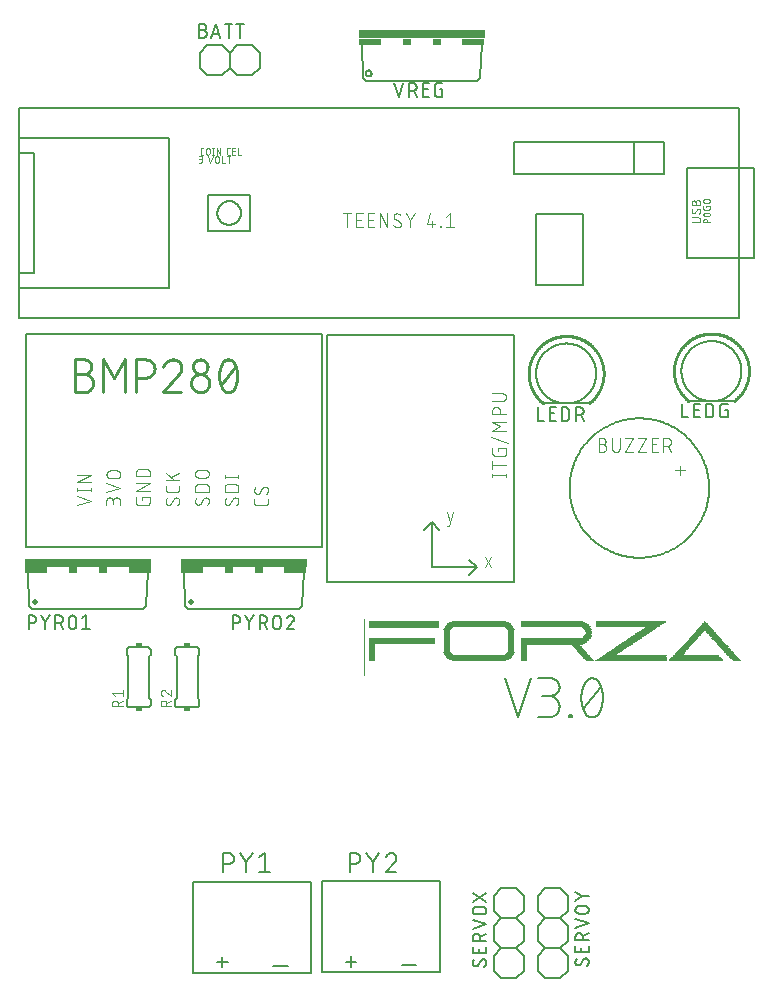
<source format=gto>
G04 EAGLE Gerber RS-274X export*
G75*
%MOMM*%
%FSLAX34Y34*%
%LPD*%
%INSilkscreen Top*%
%IPPOS*%
%AMOC8*
5,1,8,0,0,1.08239X$1,22.5*%
G01*
%ADD10R,0.050000X0.050000*%
%ADD11R,0.550000X0.050000*%
%ADD12R,4.600000X0.050000*%
%ADD13R,0.650000X0.050000*%
%ADD14R,6.050000X0.050000*%
%ADD15R,4.650000X0.050000*%
%ADD16R,0.750000X0.050000*%
%ADD17R,4.900000X0.050000*%
%ADD18R,5.950000X0.050000*%
%ADD19R,4.550000X0.050000*%
%ADD20R,0.700000X0.050000*%
%ADD21R,5.100000X0.050000*%
%ADD22R,5.850000X0.050000*%
%ADD23R,4.450000X0.050000*%
%ADD24R,5.200000X0.050000*%
%ADD25R,5.800000X0.050000*%
%ADD26R,4.350000X0.050000*%
%ADD27R,5.400000X0.050000*%
%ADD28R,5.700000X0.050000*%
%ADD29R,4.250000X0.050000*%
%ADD30R,5.500000X0.050000*%
%ADD31R,5.650000X0.050000*%
%ADD32R,4.150000X0.050000*%
%ADD33R,5.600000X0.050000*%
%ADD34R,5.550000X0.050000*%
%ADD35R,4.050000X0.050000*%
%ADD36R,3.950000X0.050000*%
%ADD37R,3.850000X0.050000*%
%ADD38R,5.350000X0.050000*%
%ADD39R,3.750000X0.050000*%
%ADD40R,1.000000X0.050000*%
%ADD41R,0.600000X0.050000*%
%ADD42R,0.800000X0.050000*%
%ADD43R,5.450000X0.050000*%
%ADD44R,5.750000X0.050000*%
%ADD45R,1.450000X0.050000*%
%ADD46R,1.350000X0.050000*%
%ADD47R,1.250000X0.050000*%
%ADD48R,1.150000X0.050000*%
%ADD49R,1.050000X0.050000*%
%ADD50R,6.000000X0.050000*%
%ADD51R,0.950000X0.050000*%
%ADD52R,5.250000X0.050000*%
%ADD53R,0.850000X0.050000*%
%ADD54R,0.450000X0.050000*%
%ADD55R,0.350000X0.050000*%
%ADD56R,0.250000X0.050000*%
%ADD57R,5.900000X0.050000*%
%ADD58R,0.150000X0.050000*%
%ADD59C,0.203200*%
%ADD60C,0.152400*%
%ADD61C,0.127000*%
%ADD62R,10.668000X0.762000*%
%ADD63R,1.905000X0.508000*%
%ADD64R,0.762000X0.508000*%
%ADD65C,0.101600*%
%ADD66C,0.228600*%
%ADD67C,0.254000*%
%ADD68C,0.508000*%
%ADD69R,0.508000X0.381000*%
%ADD70C,0.076200*%
%ADD71C,0.050800*%


D10*
X231000Y321000D03*
X231000Y321500D03*
X231000Y322000D03*
X231000Y322500D03*
X231000Y323000D03*
X231000Y323500D03*
X231000Y324000D03*
X231000Y324500D03*
X231000Y325000D03*
X231000Y325500D03*
X231000Y326000D03*
X231000Y326500D03*
X231000Y327000D03*
X231000Y327500D03*
X231000Y328000D03*
X231000Y328500D03*
X231000Y329000D03*
X231000Y329500D03*
X231000Y330000D03*
X231000Y330500D03*
X231000Y331000D03*
X231000Y331500D03*
X231000Y332000D03*
X231000Y332500D03*
X231000Y333000D03*
X231000Y333500D03*
D11*
X236500Y333500D03*
D12*
X327250Y333500D03*
D11*
X365500Y333500D03*
D13*
X421000Y333500D03*
D14*
X456000Y333500D03*
D15*
X511000Y333500D03*
D16*
X545500Y333500D03*
D10*
X231000Y334000D03*
D11*
X236500Y334000D03*
D17*
X327250Y334000D03*
D11*
X365500Y334000D03*
D13*
X420500Y334000D03*
D18*
X456500Y334000D03*
D19*
X511000Y334000D03*
D20*
X544750Y334000D03*
D10*
X231000Y334500D03*
D11*
X236500Y334500D03*
D21*
X327250Y334500D03*
D11*
X365500Y334500D03*
D13*
X420000Y334500D03*
D22*
X457000Y334500D03*
D23*
X511000Y334500D03*
D16*
X544500Y334500D03*
D10*
X231000Y335000D03*
D11*
X236500Y335000D03*
D24*
X327250Y335000D03*
D11*
X365500Y335000D03*
D13*
X419500Y335000D03*
D25*
X457250Y335000D03*
D26*
X511000Y335000D03*
D16*
X544000Y335000D03*
D10*
X231000Y335500D03*
D11*
X236500Y335500D03*
D27*
X327250Y335500D03*
D11*
X365500Y335500D03*
D13*
X419000Y335500D03*
D28*
X457750Y335500D03*
D29*
X511000Y335500D03*
D16*
X543500Y335500D03*
D10*
X231000Y336000D03*
D11*
X236500Y336000D03*
D30*
X327250Y336000D03*
D11*
X365500Y336000D03*
D20*
X418750Y336000D03*
D31*
X458000Y336000D03*
D32*
X511000Y336000D03*
D16*
X543000Y336000D03*
D10*
X231000Y336500D03*
D11*
X236500Y336500D03*
D33*
X327250Y336500D03*
D11*
X365500Y336500D03*
D20*
X418250Y336500D03*
D34*
X458500Y336500D03*
D35*
X511000Y336500D03*
D16*
X542500Y336500D03*
D10*
X231000Y337000D03*
D11*
X236500Y337000D03*
D33*
X327250Y337000D03*
D11*
X365500Y337000D03*
D13*
X418000Y337000D03*
D30*
X458750Y337000D03*
D36*
X511000Y337000D03*
D16*
X542000Y337000D03*
D10*
X231000Y337500D03*
D11*
X236500Y337500D03*
D28*
X327250Y337500D03*
D11*
X365500Y337500D03*
D13*
X417500Y337500D03*
D27*
X459250Y337500D03*
D37*
X511000Y337500D03*
D16*
X541500Y337500D03*
D10*
X231000Y338000D03*
D11*
X236500Y338000D03*
D25*
X327250Y338000D03*
D11*
X365500Y338000D03*
D13*
X417000Y338000D03*
D38*
X459500Y338000D03*
D39*
X511000Y338000D03*
D16*
X541000Y338000D03*
D10*
X231000Y338500D03*
D11*
X236500Y338500D03*
D20*
X301750Y338500D03*
X352750Y338500D03*
D11*
X365500Y338500D03*
D13*
X416500Y338500D03*
D40*
X438750Y338500D03*
D16*
X496500Y338500D03*
X540500Y338500D03*
D10*
X231000Y339000D03*
D11*
X236500Y339000D03*
D13*
X301000Y339000D03*
X353500Y339000D03*
D11*
X365500Y339000D03*
D13*
X416000Y339000D03*
D40*
X439250Y339000D03*
D16*
X497000Y339000D03*
X540000Y339000D03*
D10*
X231000Y339500D03*
D11*
X236500Y339500D03*
D41*
X300750Y339500D03*
X353750Y339500D03*
D11*
X365500Y339500D03*
D13*
X415500Y339500D03*
D40*
X440250Y339500D03*
D42*
X497250Y339500D03*
D16*
X539500Y339500D03*
D10*
X231000Y340000D03*
D11*
X236500Y340000D03*
X300500Y340000D03*
X354000Y340000D03*
X365500Y340000D03*
D20*
X415250Y340000D03*
D40*
X440750Y340000D03*
D16*
X497500Y340000D03*
D42*
X539250Y340000D03*
D10*
X231000Y340500D03*
D11*
X236500Y340500D03*
D41*
X300250Y340500D03*
X354250Y340500D03*
D11*
X365500Y340500D03*
D20*
X414750Y340500D03*
D40*
X441750Y340500D03*
D16*
X498000Y340500D03*
X539000Y340500D03*
D10*
X231000Y341000D03*
D11*
X236500Y341000D03*
X300000Y341000D03*
X354500Y341000D03*
X365500Y341000D03*
D20*
X414250Y341000D03*
D40*
X442250Y341000D03*
D16*
X498500Y341000D03*
X538500Y341000D03*
D10*
X231000Y341500D03*
D11*
X236500Y341500D03*
X300000Y341500D03*
X354500Y341500D03*
X365500Y341500D03*
D20*
X413750Y341500D03*
D40*
X443250Y341500D03*
D16*
X499000Y341500D03*
X538000Y341500D03*
D10*
X231000Y342000D03*
D11*
X236500Y342000D03*
X300000Y342000D03*
X354500Y342000D03*
X365500Y342000D03*
D20*
X413250Y342000D03*
D40*
X443750Y342000D03*
D16*
X499500Y342000D03*
X537500Y342000D03*
D10*
X231000Y342500D03*
D11*
X236500Y342500D03*
X300000Y342500D03*
X354500Y342500D03*
X365500Y342500D03*
D20*
X412750Y342500D03*
D40*
X444750Y342500D03*
D16*
X500000Y342500D03*
X537000Y342500D03*
D10*
X231000Y343000D03*
D11*
X236500Y343000D03*
X300000Y343000D03*
X354500Y343000D03*
X365500Y343000D03*
D13*
X412500Y343000D03*
D40*
X445250Y343000D03*
D16*
X500500Y343000D03*
X536500Y343000D03*
D10*
X231000Y343500D03*
D11*
X236500Y343500D03*
X300000Y343500D03*
X354500Y343500D03*
X365500Y343500D03*
D13*
X412000Y343500D03*
D40*
X446250Y343500D03*
D16*
X501000Y343500D03*
X536000Y343500D03*
D10*
X231000Y344000D03*
D11*
X236500Y344000D03*
X300000Y344000D03*
X354500Y344000D03*
X365500Y344000D03*
D20*
X411750Y344000D03*
D40*
X446750Y344000D03*
D16*
X501500Y344000D03*
X535500Y344000D03*
D10*
X231000Y344500D03*
D11*
X236500Y344500D03*
X300000Y344500D03*
X354500Y344500D03*
X365500Y344500D03*
D20*
X411250Y344500D03*
D40*
X447750Y344500D03*
D16*
X502000Y344500D03*
X535000Y344500D03*
D10*
X231000Y345000D03*
D11*
X236500Y345000D03*
X300000Y345000D03*
X354500Y345000D03*
X365500Y345000D03*
D20*
X410750Y345000D03*
D40*
X448250Y345000D03*
D16*
X502500Y345000D03*
X534500Y345000D03*
D10*
X231000Y345500D03*
D11*
X236500Y345500D03*
X300000Y345500D03*
X354500Y345500D03*
X365500Y345500D03*
D20*
X410250Y345500D03*
D40*
X449250Y345500D03*
D16*
X502500Y345500D03*
D42*
X534250Y345500D03*
D10*
X231000Y346000D03*
D11*
X236500Y346000D03*
X300000Y346000D03*
X354500Y346000D03*
X365500Y346000D03*
D20*
X409750Y346000D03*
D40*
X449750Y346000D03*
D16*
X503000Y346000D03*
D42*
X533750Y346000D03*
D10*
X231000Y346500D03*
D11*
X236500Y346500D03*
X300000Y346500D03*
X354500Y346500D03*
X365500Y346500D03*
D20*
X409250Y346500D03*
D40*
X450750Y346500D03*
D16*
X503500Y346500D03*
X533500Y346500D03*
D10*
X231000Y347000D03*
D11*
X236500Y347000D03*
X300000Y347000D03*
X354500Y347000D03*
X365500Y347000D03*
D20*
X408750Y347000D03*
D40*
X451250Y347000D03*
D16*
X504000Y347000D03*
X533000Y347000D03*
D10*
X231000Y347500D03*
D11*
X236500Y347500D03*
X300000Y347500D03*
X354500Y347500D03*
D24*
X388750Y347500D03*
D40*
X452250Y347500D03*
D16*
X504500Y347500D03*
X532500Y347500D03*
D10*
X231000Y348000D03*
D31*
X262000Y348000D03*
D11*
X300000Y348000D03*
X354500Y348000D03*
D38*
X389500Y348000D03*
D40*
X452750Y348000D03*
D16*
X505000Y348000D03*
X532000Y348000D03*
D10*
X231000Y348500D03*
D31*
X262000Y348500D03*
D11*
X300000Y348500D03*
X354500Y348500D03*
D43*
X390000Y348500D03*
D40*
X453750Y348500D03*
D16*
X505500Y348500D03*
X531500Y348500D03*
D10*
X231000Y349000D03*
D31*
X262000Y349000D03*
D11*
X300000Y349000D03*
X354500Y349000D03*
D34*
X390500Y349000D03*
D40*
X454250Y349000D03*
D16*
X506000Y349000D03*
X531000Y349000D03*
D10*
X231000Y349500D03*
D31*
X262000Y349500D03*
D11*
X300000Y349500D03*
X354500Y349500D03*
D33*
X390750Y349500D03*
D40*
X455250Y349500D03*
D16*
X506500Y349500D03*
X530500Y349500D03*
D10*
X231000Y350000D03*
D31*
X262000Y350000D03*
D11*
X300000Y350000D03*
X354500Y350000D03*
D31*
X391000Y350000D03*
D40*
X455750Y350000D03*
D16*
X507000Y350000D03*
X530000Y350000D03*
D10*
X231000Y350500D03*
D31*
X262000Y350500D03*
D11*
X300000Y350500D03*
X354500Y350500D03*
D44*
X391500Y350500D03*
D40*
X456750Y350500D03*
D16*
X507500Y350500D03*
X529500Y350500D03*
D10*
X231000Y351000D03*
D31*
X262000Y351000D03*
D11*
X300000Y351000D03*
X354500Y351000D03*
D44*
X391500Y351000D03*
D40*
X457250Y351000D03*
D16*
X508000Y351000D03*
X529000Y351000D03*
D10*
X231000Y351500D03*
D31*
X262000Y351500D03*
D11*
X300000Y351500D03*
X354500Y351500D03*
D25*
X391750Y351500D03*
D40*
X458250Y351500D03*
D16*
X508000Y351500D03*
D42*
X528750Y351500D03*
D10*
X231000Y352000D03*
D31*
X262000Y352000D03*
D11*
X300000Y352000D03*
X354500Y352000D03*
D22*
X392000Y352000D03*
D40*
X458750Y352000D03*
D16*
X508500Y352000D03*
D42*
X528250Y352000D03*
D10*
X231000Y352500D03*
D31*
X262000Y352500D03*
D11*
X300000Y352500D03*
X354500Y352500D03*
D16*
X417500Y352500D03*
D40*
X459750Y352500D03*
D16*
X509000Y352500D03*
X528000Y352500D03*
D10*
X231000Y353000D03*
D11*
X300000Y353000D03*
X354500Y353000D03*
D20*
X418250Y353000D03*
D40*
X460250Y353000D03*
D16*
X509500Y353000D03*
X527500Y353000D03*
D10*
X231000Y353500D03*
D11*
X300000Y353500D03*
X354500Y353500D03*
D41*
X418750Y353500D03*
D40*
X461250Y353500D03*
D16*
X510000Y353500D03*
X527000Y353500D03*
D10*
X231000Y354000D03*
D11*
X300000Y354000D03*
X354500Y354000D03*
D41*
X419250Y354000D03*
D40*
X461750Y354000D03*
D16*
X510500Y354000D03*
X526500Y354000D03*
D10*
X231000Y354500D03*
D11*
X300000Y354500D03*
X354500Y354500D03*
D41*
X419250Y354500D03*
D40*
X462750Y354500D03*
D16*
X511000Y354500D03*
X526000Y354500D03*
D10*
X231000Y355000D03*
D11*
X300000Y355000D03*
X354500Y355000D03*
X419500Y355000D03*
D40*
X463250Y355000D03*
D16*
X511500Y355000D03*
X525500Y355000D03*
D10*
X231000Y355500D03*
D11*
X300000Y355500D03*
X354500Y355500D03*
X419500Y355500D03*
D40*
X464250Y355500D03*
D16*
X512000Y355500D03*
X525000Y355500D03*
D10*
X231000Y356000D03*
D11*
X300000Y356000D03*
X354500Y356000D03*
X420000Y356000D03*
D40*
X464750Y356000D03*
D16*
X512500Y356000D03*
X524500Y356000D03*
D10*
X231000Y356500D03*
D11*
X300000Y356500D03*
X354500Y356500D03*
X420000Y356500D03*
D40*
X465750Y356500D03*
D16*
X513000Y356500D03*
X524000Y356500D03*
D10*
X231000Y357000D03*
D11*
X300000Y357000D03*
X354500Y357000D03*
X420000Y357000D03*
D40*
X466250Y357000D03*
D20*
X513250Y357000D03*
D16*
X523500Y357000D03*
D10*
X231000Y357500D03*
D11*
X300000Y357500D03*
X354500Y357500D03*
X420000Y357500D03*
D40*
X467250Y357500D03*
D16*
X513500Y357500D03*
D42*
X523250Y357500D03*
D10*
X231000Y358000D03*
D11*
X300000Y358000D03*
X354500Y358000D03*
X420000Y358000D03*
D40*
X467750Y358000D03*
D16*
X514000Y358000D03*
X523000Y358000D03*
D10*
X231000Y358500D03*
D11*
X300000Y358500D03*
X354500Y358500D03*
X419500Y358500D03*
D40*
X468750Y358500D03*
D16*
X514500Y358500D03*
X522500Y358500D03*
D10*
X231000Y359000D03*
D11*
X300000Y359000D03*
X354500Y359000D03*
X419500Y359000D03*
D40*
X469250Y359000D03*
D45*
X518500Y359000D03*
D10*
X231000Y359500D03*
D41*
X300250Y359500D03*
X354250Y359500D03*
X419250Y359500D03*
D40*
X470250Y359500D03*
D46*
X518500Y359500D03*
D10*
X231000Y360000D03*
D11*
X300500Y360000D03*
X354000Y360000D03*
D41*
X419250Y360000D03*
D40*
X470750Y360000D03*
D47*
X518500Y360000D03*
D10*
X231000Y360500D03*
D41*
X300750Y360500D03*
X353750Y360500D03*
X418750Y360500D03*
D40*
X471750Y360500D03*
D48*
X518500Y360500D03*
D10*
X231000Y361000D03*
D13*
X301000Y361000D03*
X353500Y361000D03*
X418500Y361000D03*
D40*
X472250Y361000D03*
D49*
X518500Y361000D03*
D10*
X231000Y361500D03*
D50*
X263750Y361500D03*
D20*
X301750Y361500D03*
X352750Y361500D03*
X417750Y361500D03*
D40*
X473250Y361500D03*
D51*
X518500Y361500D03*
D10*
X231000Y362000D03*
D50*
X263750Y362000D03*
D25*
X327250Y362000D03*
D22*
X392000Y362000D03*
D52*
X452500Y362000D03*
D53*
X518500Y362000D03*
D10*
X231000Y362500D03*
D50*
X263750Y362500D03*
D28*
X327250Y362500D03*
D25*
X391750Y362500D03*
D38*
X453000Y362500D03*
D16*
X518500Y362500D03*
D10*
X231000Y363000D03*
D50*
X263750Y363000D03*
D33*
X327250Y363000D03*
D44*
X391500Y363000D03*
D27*
X453250Y363000D03*
D13*
X518500Y363000D03*
D10*
X231000Y363500D03*
D50*
X263750Y363500D03*
D33*
X327250Y363500D03*
D44*
X391500Y363500D03*
D30*
X453750Y363500D03*
D41*
X518250Y363500D03*
D10*
X231000Y364000D03*
D50*
X263750Y364000D03*
D30*
X327250Y364000D03*
D28*
X391250Y364000D03*
D33*
X454250Y364000D03*
D11*
X518500Y364000D03*
D10*
X231000Y364500D03*
D50*
X263750Y364500D03*
D27*
X327250Y364500D03*
D33*
X390750Y364500D03*
D31*
X454500Y364500D03*
D54*
X518500Y364500D03*
D10*
X231000Y365000D03*
D50*
X263750Y365000D03*
D24*
X327250Y365000D03*
D34*
X390500Y365000D03*
D44*
X455000Y365000D03*
D55*
X518500Y365000D03*
D10*
X231000Y365500D03*
D50*
X263750Y365500D03*
D21*
X327250Y365500D03*
D43*
X390000Y365500D03*
D25*
X455250Y365500D03*
D56*
X518500Y365500D03*
D10*
X231000Y366000D03*
D50*
X263750Y366000D03*
D17*
X327250Y366000D03*
D38*
X389500Y366000D03*
D57*
X455750Y366000D03*
D58*
X518500Y366000D03*
D10*
X231000Y366500D03*
D50*
X263750Y366500D03*
D12*
X327250Y366500D03*
D24*
X388750Y366500D03*
D50*
X456250Y366500D03*
D10*
X518500Y366500D03*
X231000Y367000D03*
X231000Y367500D03*
X231000Y368000D03*
X231000Y368500D03*
D59*
X349016Y318984D02*
X360005Y286016D01*
X370995Y318984D01*
X377098Y286016D02*
X386255Y286016D01*
X386478Y286019D01*
X386701Y286027D01*
X386923Y286040D01*
X387146Y286059D01*
X387367Y286084D01*
X387588Y286114D01*
X387809Y286149D01*
X388028Y286189D01*
X388246Y286235D01*
X388463Y286286D01*
X388679Y286343D01*
X388893Y286404D01*
X389106Y286471D01*
X389317Y286543D01*
X389527Y286620D01*
X389734Y286702D01*
X389939Y286790D01*
X390142Y286882D01*
X390343Y286979D01*
X390541Y287081D01*
X390737Y287188D01*
X390930Y287299D01*
X391121Y287415D01*
X391308Y287536D01*
X391493Y287662D01*
X391674Y287791D01*
X391852Y287925D01*
X392027Y288064D01*
X392198Y288207D01*
X392366Y288353D01*
X392531Y288504D01*
X392691Y288659D01*
X392848Y288818D01*
X393001Y288980D01*
X393150Y289146D01*
X393294Y289316D01*
X393435Y289489D01*
X393571Y289666D01*
X393703Y289845D01*
X393831Y290028D01*
X393954Y290214D01*
X394072Y290403D01*
X394186Y290595D01*
X394295Y290789D01*
X394400Y290987D01*
X394499Y291186D01*
X394594Y291388D01*
X394684Y291592D01*
X394768Y291799D01*
X394848Y292007D01*
X394922Y292217D01*
X394992Y292429D01*
X395056Y292643D01*
X395115Y292858D01*
X395169Y293074D01*
X395217Y293292D01*
X395261Y293511D01*
X395298Y293730D01*
X395331Y293951D01*
X395358Y294172D01*
X395380Y294394D01*
X395396Y294617D01*
X395407Y294840D01*
X395412Y295062D01*
X395412Y295286D01*
X395407Y295508D01*
X395396Y295731D01*
X395380Y295954D01*
X395358Y296176D01*
X395331Y296397D01*
X395298Y296618D01*
X395261Y296837D01*
X395217Y297056D01*
X395169Y297274D01*
X395115Y297490D01*
X395056Y297705D01*
X394992Y297919D01*
X394922Y298131D01*
X394848Y298341D01*
X394768Y298549D01*
X394684Y298756D01*
X394594Y298960D01*
X394499Y299162D01*
X394400Y299361D01*
X394295Y299559D01*
X394186Y299753D01*
X394072Y299945D01*
X393954Y300134D01*
X393831Y300320D01*
X393703Y300503D01*
X393571Y300682D01*
X393435Y300859D01*
X393294Y301032D01*
X393150Y301202D01*
X393001Y301368D01*
X392848Y301530D01*
X392691Y301689D01*
X392531Y301844D01*
X392366Y301995D01*
X392198Y302141D01*
X392027Y302284D01*
X391852Y302423D01*
X391674Y302557D01*
X391493Y302686D01*
X391308Y302812D01*
X391121Y302933D01*
X390930Y303049D01*
X390737Y303160D01*
X390541Y303267D01*
X390343Y303369D01*
X390142Y303466D01*
X389939Y303558D01*
X389734Y303646D01*
X389527Y303728D01*
X389317Y303805D01*
X389106Y303877D01*
X388893Y303944D01*
X388679Y304005D01*
X388463Y304062D01*
X388246Y304113D01*
X388028Y304159D01*
X387809Y304199D01*
X387588Y304234D01*
X387367Y304264D01*
X387146Y304289D01*
X386923Y304308D01*
X386701Y304321D01*
X386478Y304329D01*
X386255Y304332D01*
X388087Y318984D02*
X377098Y318984D01*
X388087Y318984D02*
X388265Y318982D01*
X388444Y318975D01*
X388622Y318964D01*
X388800Y318949D01*
X388977Y318930D01*
X389154Y318906D01*
X389330Y318878D01*
X389505Y318845D01*
X389680Y318809D01*
X389854Y318768D01*
X390026Y318723D01*
X390198Y318673D01*
X390368Y318620D01*
X390537Y318562D01*
X390704Y318501D01*
X390870Y318435D01*
X391034Y318365D01*
X391197Y318291D01*
X391357Y318214D01*
X391516Y318132D01*
X391672Y318047D01*
X391827Y317957D01*
X391979Y317864D01*
X392129Y317768D01*
X392277Y317668D01*
X392422Y317564D01*
X392564Y317457D01*
X392704Y317346D01*
X392841Y317232D01*
X392976Y317114D01*
X393107Y316994D01*
X393236Y316870D01*
X393361Y316743D01*
X393483Y316613D01*
X393602Y316480D01*
X393718Y316344D01*
X393831Y316206D01*
X393940Y316065D01*
X394045Y315921D01*
X394147Y315774D01*
X394246Y315626D01*
X394340Y315474D01*
X394432Y315321D01*
X394519Y315165D01*
X394602Y315008D01*
X394682Y314848D01*
X394758Y314687D01*
X394829Y314523D01*
X394897Y314358D01*
X394961Y314192D01*
X395021Y314023D01*
X395076Y313854D01*
X395128Y313683D01*
X395175Y313511D01*
X395218Y313338D01*
X395257Y313164D01*
X395291Y312989D01*
X395321Y312813D01*
X395347Y312636D01*
X395369Y312459D01*
X395386Y312282D01*
X395399Y312104D01*
X395408Y311926D01*
X395412Y311747D01*
X395412Y311569D01*
X395408Y311390D01*
X395399Y311212D01*
X395386Y311034D01*
X395369Y310857D01*
X395347Y310680D01*
X395321Y310503D01*
X395291Y310327D01*
X395257Y310152D01*
X395218Y309978D01*
X395175Y309805D01*
X395128Y309633D01*
X395076Y309462D01*
X395021Y309293D01*
X394961Y309124D01*
X394897Y308958D01*
X394829Y308793D01*
X394758Y308629D01*
X394682Y308468D01*
X394602Y308308D01*
X394519Y308151D01*
X394432Y307995D01*
X394340Y307842D01*
X394246Y307690D01*
X394147Y307542D01*
X394045Y307395D01*
X393940Y307251D01*
X393831Y307110D01*
X393718Y306972D01*
X393602Y306836D01*
X393483Y306703D01*
X393361Y306573D01*
X393236Y306446D01*
X393107Y306322D01*
X392976Y306202D01*
X392841Y306084D01*
X392704Y305970D01*
X392564Y305859D01*
X392422Y305752D01*
X392277Y305648D01*
X392129Y305548D01*
X391979Y305452D01*
X391827Y305359D01*
X391672Y305269D01*
X391516Y305184D01*
X391357Y305102D01*
X391197Y305025D01*
X391034Y304951D01*
X390870Y304881D01*
X390704Y304815D01*
X390537Y304754D01*
X390368Y304696D01*
X390198Y304643D01*
X390026Y304593D01*
X389854Y304548D01*
X389680Y304507D01*
X389505Y304471D01*
X389330Y304438D01*
X389154Y304410D01*
X388977Y304386D01*
X388800Y304367D01*
X388622Y304352D01*
X388444Y304341D01*
X388265Y304334D01*
X388087Y304332D01*
X380761Y304332D01*
X403715Y287848D02*
X403715Y286016D01*
X403715Y287848D02*
X405546Y287848D01*
X405546Y286016D01*
X403715Y286016D01*
X413848Y302500D02*
X413856Y303149D01*
X413879Y303797D01*
X413918Y304444D01*
X413972Y305090D01*
X414041Y305735D01*
X414126Y306378D01*
X414226Y307019D01*
X414342Y307657D01*
X414473Y308293D01*
X414619Y308925D01*
X414779Y309553D01*
X414955Y310177D01*
X415146Y310797D01*
X415351Y311412D01*
X415571Y312022D01*
X415806Y312627D01*
X416055Y313226D01*
X416318Y313819D01*
X416595Y314405D01*
X416594Y314405D02*
X416650Y314560D01*
X416709Y314714D01*
X416772Y314866D01*
X416838Y315017D01*
X416908Y315166D01*
X416982Y315314D01*
X417059Y315459D01*
X417140Y315603D01*
X417225Y315745D01*
X417312Y315884D01*
X417404Y316022D01*
X417498Y316157D01*
X417596Y316289D01*
X417697Y316420D01*
X417801Y316548D01*
X417908Y316673D01*
X418018Y316796D01*
X418131Y316916D01*
X418247Y317033D01*
X418366Y317147D01*
X418487Y317258D01*
X418611Y317367D01*
X418738Y317472D01*
X418867Y317574D01*
X418999Y317673D01*
X419133Y317769D01*
X419270Y317862D01*
X419408Y317951D01*
X419549Y318037D01*
X419692Y318119D01*
X419837Y318198D01*
X419983Y318273D01*
X420132Y318345D01*
X420282Y318413D01*
X420434Y318477D01*
X420587Y318538D01*
X420742Y318595D01*
X420898Y318648D01*
X421055Y318697D01*
X421213Y318743D01*
X421373Y318785D01*
X421533Y318822D01*
X421695Y318856D01*
X421857Y318886D01*
X422019Y318912D01*
X422183Y318934D01*
X422347Y318952D01*
X422511Y318966D01*
X422675Y318976D01*
X422840Y318982D01*
X423005Y318984D01*
X423170Y318982D01*
X423335Y318976D01*
X423499Y318966D01*
X423663Y318952D01*
X423827Y318934D01*
X423991Y318912D01*
X424153Y318886D01*
X424315Y318856D01*
X424477Y318822D01*
X424637Y318785D01*
X424797Y318743D01*
X424955Y318697D01*
X425112Y318648D01*
X425268Y318595D01*
X425423Y318538D01*
X425576Y318477D01*
X425728Y318413D01*
X425878Y318345D01*
X426027Y318273D01*
X426173Y318198D01*
X426318Y318119D01*
X426461Y318037D01*
X426602Y317951D01*
X426740Y317862D01*
X426877Y317769D01*
X427011Y317673D01*
X427143Y317574D01*
X427272Y317472D01*
X427399Y317367D01*
X427523Y317258D01*
X427644Y317147D01*
X427763Y317033D01*
X427879Y316916D01*
X427992Y316796D01*
X428102Y316673D01*
X428209Y316548D01*
X428313Y316420D01*
X428414Y316289D01*
X428512Y316157D01*
X428606Y316022D01*
X428698Y315884D01*
X428785Y315745D01*
X428870Y315603D01*
X428951Y315459D01*
X429028Y315314D01*
X429102Y315166D01*
X429172Y315017D01*
X429238Y314866D01*
X429301Y314714D01*
X429360Y314560D01*
X429416Y314405D01*
X429693Y313819D01*
X429956Y313226D01*
X430205Y312627D01*
X430440Y312022D01*
X430660Y311412D01*
X430865Y310797D01*
X431056Y310177D01*
X431232Y309553D01*
X431392Y308925D01*
X431538Y308293D01*
X431669Y307657D01*
X431785Y307019D01*
X431885Y306378D01*
X431970Y305735D01*
X432039Y305090D01*
X432093Y304444D01*
X432132Y303797D01*
X432155Y303149D01*
X432163Y302500D01*
X413848Y302500D02*
X413856Y301851D01*
X413879Y301203D01*
X413918Y300556D01*
X413972Y299910D01*
X414041Y299265D01*
X414126Y298622D01*
X414226Y297981D01*
X414342Y297343D01*
X414473Y296707D01*
X414619Y296076D01*
X414779Y295447D01*
X414955Y294823D01*
X415146Y294203D01*
X415351Y293588D01*
X415571Y292978D01*
X415806Y292373D01*
X416055Y291774D01*
X416318Y291181D01*
X416595Y290595D01*
X416594Y290595D02*
X416650Y290440D01*
X416709Y290286D01*
X416772Y290134D01*
X416838Y289983D01*
X416908Y289834D01*
X416982Y289686D01*
X417059Y289541D01*
X417140Y289397D01*
X417225Y289255D01*
X417312Y289116D01*
X417404Y288978D01*
X417498Y288843D01*
X417596Y288711D01*
X417697Y288580D01*
X417801Y288452D01*
X417908Y288327D01*
X418018Y288204D01*
X418131Y288084D01*
X418247Y287967D01*
X418366Y287853D01*
X418487Y287742D01*
X418611Y287633D01*
X418738Y287528D01*
X418867Y287426D01*
X418999Y287327D01*
X419133Y287231D01*
X419270Y287138D01*
X419408Y287049D01*
X419549Y286963D01*
X419692Y286881D01*
X419837Y286802D01*
X419983Y286727D01*
X420132Y286655D01*
X420282Y286587D01*
X420434Y286523D01*
X420587Y286462D01*
X420742Y286405D01*
X420898Y286352D01*
X421055Y286303D01*
X421213Y286257D01*
X421373Y286215D01*
X421533Y286178D01*
X421695Y286144D01*
X421857Y286114D01*
X422019Y286088D01*
X422183Y286066D01*
X422347Y286048D01*
X422511Y286034D01*
X422675Y286024D01*
X422840Y286018D01*
X423005Y286016D01*
X429416Y290595D02*
X429693Y291181D01*
X429956Y291774D01*
X430205Y292373D01*
X430440Y292978D01*
X430660Y293588D01*
X430865Y294203D01*
X431056Y294823D01*
X431232Y295447D01*
X431392Y296076D01*
X431538Y296707D01*
X431669Y297343D01*
X431785Y297981D01*
X431885Y298622D01*
X431970Y299265D01*
X432039Y299910D01*
X432093Y300556D01*
X432132Y301203D01*
X432155Y301851D01*
X432163Y302500D01*
X429416Y290595D02*
X429360Y290440D01*
X429301Y290286D01*
X429238Y290134D01*
X429172Y289983D01*
X429102Y289834D01*
X429028Y289686D01*
X428951Y289541D01*
X428870Y289397D01*
X428785Y289255D01*
X428698Y289116D01*
X428606Y288978D01*
X428512Y288843D01*
X428414Y288711D01*
X428313Y288580D01*
X428209Y288452D01*
X428102Y288327D01*
X427992Y288204D01*
X427879Y288084D01*
X427763Y287967D01*
X427644Y287853D01*
X427523Y287742D01*
X427399Y287633D01*
X427272Y287528D01*
X427143Y287426D01*
X427011Y287327D01*
X426877Y287231D01*
X426740Y287138D01*
X426602Y287049D01*
X426461Y286963D01*
X426318Y286881D01*
X426173Y286802D01*
X426027Y286727D01*
X425878Y286655D01*
X425728Y286587D01*
X425576Y286523D01*
X425423Y286462D01*
X425268Y286405D01*
X425112Y286352D01*
X424955Y286303D01*
X424797Y286257D01*
X424637Y286215D01*
X424477Y286178D01*
X424315Y286144D01*
X424153Y286114D01*
X423991Y286088D01*
X423827Y286066D01*
X423663Y286048D01*
X423499Y286034D01*
X423335Y286024D01*
X423170Y286018D01*
X423005Y286016D01*
X415679Y293342D02*
X430331Y311658D01*
D60*
X110762Y171018D02*
X110762Y154762D01*
X110762Y171018D02*
X115278Y171018D01*
X115411Y171016D01*
X115543Y171010D01*
X115675Y171000D01*
X115807Y170987D01*
X115939Y170969D01*
X116069Y170948D01*
X116200Y170923D01*
X116329Y170894D01*
X116457Y170861D01*
X116585Y170825D01*
X116711Y170785D01*
X116836Y170741D01*
X116960Y170693D01*
X117082Y170642D01*
X117203Y170587D01*
X117322Y170529D01*
X117440Y170467D01*
X117555Y170402D01*
X117669Y170333D01*
X117780Y170262D01*
X117889Y170186D01*
X117996Y170108D01*
X118101Y170027D01*
X118203Y169942D01*
X118303Y169855D01*
X118400Y169765D01*
X118495Y169672D01*
X118586Y169576D01*
X118675Y169478D01*
X118761Y169377D01*
X118844Y169273D01*
X118924Y169167D01*
X119000Y169059D01*
X119074Y168949D01*
X119144Y168836D01*
X119211Y168722D01*
X119274Y168605D01*
X119334Y168487D01*
X119391Y168367D01*
X119444Y168245D01*
X119493Y168122D01*
X119539Y167998D01*
X119581Y167872D01*
X119619Y167745D01*
X119654Y167617D01*
X119685Y167488D01*
X119712Y167359D01*
X119735Y167228D01*
X119755Y167097D01*
X119770Y166965D01*
X119782Y166833D01*
X119790Y166701D01*
X119794Y166568D01*
X119794Y166436D01*
X119790Y166303D01*
X119782Y166171D01*
X119770Y166039D01*
X119755Y165907D01*
X119735Y165776D01*
X119712Y165645D01*
X119685Y165516D01*
X119654Y165387D01*
X119619Y165259D01*
X119581Y165132D01*
X119539Y165006D01*
X119493Y164882D01*
X119444Y164759D01*
X119391Y164637D01*
X119334Y164517D01*
X119274Y164399D01*
X119211Y164282D01*
X119144Y164168D01*
X119074Y164055D01*
X119000Y163945D01*
X118924Y163837D01*
X118844Y163731D01*
X118761Y163627D01*
X118675Y163526D01*
X118586Y163428D01*
X118495Y163332D01*
X118400Y163239D01*
X118303Y163149D01*
X118203Y163062D01*
X118101Y162977D01*
X117996Y162896D01*
X117889Y162818D01*
X117780Y162742D01*
X117669Y162671D01*
X117555Y162602D01*
X117440Y162537D01*
X117322Y162475D01*
X117203Y162417D01*
X117082Y162362D01*
X116960Y162311D01*
X116836Y162263D01*
X116711Y162219D01*
X116585Y162179D01*
X116457Y162143D01*
X116329Y162110D01*
X116200Y162081D01*
X116069Y162056D01*
X115939Y162035D01*
X115807Y162017D01*
X115675Y162004D01*
X115543Y161994D01*
X115411Y161988D01*
X115278Y161986D01*
X115278Y161987D02*
X110762Y161987D01*
X124758Y171018D02*
X130177Y163342D01*
X135595Y171018D01*
X130177Y163342D02*
X130177Y154762D01*
X141292Y167406D02*
X145808Y171018D01*
X145808Y154762D01*
X141292Y154762D02*
X150324Y154762D01*
X217762Y154762D02*
X217762Y171018D01*
X222278Y171018D01*
X222411Y171016D01*
X222543Y171010D01*
X222675Y171000D01*
X222807Y170987D01*
X222939Y170969D01*
X223069Y170948D01*
X223200Y170923D01*
X223329Y170894D01*
X223457Y170861D01*
X223585Y170825D01*
X223711Y170785D01*
X223836Y170741D01*
X223960Y170693D01*
X224082Y170642D01*
X224203Y170587D01*
X224322Y170529D01*
X224440Y170467D01*
X224555Y170402D01*
X224669Y170333D01*
X224780Y170262D01*
X224889Y170186D01*
X224996Y170108D01*
X225101Y170027D01*
X225203Y169942D01*
X225303Y169855D01*
X225400Y169765D01*
X225495Y169672D01*
X225586Y169576D01*
X225675Y169478D01*
X225761Y169377D01*
X225844Y169273D01*
X225924Y169167D01*
X226000Y169059D01*
X226074Y168949D01*
X226144Y168836D01*
X226211Y168722D01*
X226274Y168605D01*
X226334Y168487D01*
X226391Y168367D01*
X226444Y168245D01*
X226493Y168122D01*
X226539Y167998D01*
X226581Y167872D01*
X226619Y167745D01*
X226654Y167617D01*
X226685Y167488D01*
X226712Y167359D01*
X226735Y167228D01*
X226755Y167097D01*
X226770Y166965D01*
X226782Y166833D01*
X226790Y166701D01*
X226794Y166568D01*
X226794Y166436D01*
X226790Y166303D01*
X226782Y166171D01*
X226770Y166039D01*
X226755Y165907D01*
X226735Y165776D01*
X226712Y165645D01*
X226685Y165516D01*
X226654Y165387D01*
X226619Y165259D01*
X226581Y165132D01*
X226539Y165006D01*
X226493Y164882D01*
X226444Y164759D01*
X226391Y164637D01*
X226334Y164517D01*
X226274Y164399D01*
X226211Y164282D01*
X226144Y164168D01*
X226074Y164055D01*
X226000Y163945D01*
X225924Y163837D01*
X225844Y163731D01*
X225761Y163627D01*
X225675Y163526D01*
X225586Y163428D01*
X225495Y163332D01*
X225400Y163239D01*
X225303Y163149D01*
X225203Y163062D01*
X225101Y162977D01*
X224996Y162896D01*
X224889Y162818D01*
X224780Y162742D01*
X224669Y162671D01*
X224555Y162602D01*
X224440Y162537D01*
X224322Y162475D01*
X224203Y162417D01*
X224082Y162362D01*
X223960Y162311D01*
X223836Y162263D01*
X223711Y162219D01*
X223585Y162179D01*
X223457Y162143D01*
X223329Y162110D01*
X223200Y162081D01*
X223069Y162056D01*
X222939Y162035D01*
X222807Y162017D01*
X222675Y162004D01*
X222543Y161994D01*
X222411Y161988D01*
X222278Y161986D01*
X222278Y161987D02*
X217762Y161987D01*
X231758Y171018D02*
X237177Y163342D01*
X242595Y171018D01*
X237177Y163342D02*
X237177Y154762D01*
X253260Y171018D02*
X253385Y171016D01*
X253510Y171010D01*
X253635Y171001D01*
X253759Y170987D01*
X253883Y170970D01*
X254007Y170949D01*
X254129Y170924D01*
X254251Y170895D01*
X254372Y170863D01*
X254492Y170827D01*
X254611Y170787D01*
X254728Y170744D01*
X254844Y170697D01*
X254959Y170646D01*
X255071Y170592D01*
X255183Y170534D01*
X255292Y170474D01*
X255399Y170409D01*
X255505Y170342D01*
X255608Y170271D01*
X255709Y170197D01*
X255808Y170120D01*
X255904Y170040D01*
X255998Y169957D01*
X256089Y169872D01*
X256178Y169783D01*
X256263Y169692D01*
X256346Y169598D01*
X256426Y169502D01*
X256503Y169403D01*
X256577Y169302D01*
X256648Y169199D01*
X256715Y169093D01*
X256780Y168986D01*
X256840Y168877D01*
X256898Y168765D01*
X256952Y168653D01*
X257003Y168538D01*
X257050Y168422D01*
X257093Y168305D01*
X257133Y168186D01*
X257169Y168066D01*
X257201Y167945D01*
X257230Y167823D01*
X257255Y167701D01*
X257276Y167577D01*
X257293Y167453D01*
X257307Y167329D01*
X257316Y167204D01*
X257322Y167079D01*
X257324Y166954D01*
X253260Y171018D02*
X253117Y171016D01*
X252975Y171010D01*
X252832Y171000D01*
X252690Y170987D01*
X252549Y170969D01*
X252407Y170948D01*
X252267Y170923D01*
X252127Y170894D01*
X251988Y170861D01*
X251850Y170824D01*
X251713Y170784D01*
X251578Y170740D01*
X251443Y170692D01*
X251310Y170640D01*
X251178Y170585D01*
X251048Y170526D01*
X250920Y170464D01*
X250793Y170398D01*
X250668Y170329D01*
X250545Y170257D01*
X250425Y170181D01*
X250306Y170102D01*
X250189Y170019D01*
X250075Y169934D01*
X249963Y169845D01*
X249854Y169754D01*
X249747Y169659D01*
X249642Y169562D01*
X249541Y169461D01*
X249442Y169358D01*
X249346Y169253D01*
X249253Y169144D01*
X249163Y169033D01*
X249076Y168920D01*
X248992Y168805D01*
X248912Y168687D01*
X248834Y168567D01*
X248760Y168445D01*
X248690Y168321D01*
X248622Y168195D01*
X248559Y168067D01*
X248498Y167938D01*
X248441Y167807D01*
X248388Y167675D01*
X248339Y167541D01*
X248293Y167406D01*
X255968Y163793D02*
X256062Y163885D01*
X256152Y163979D01*
X256240Y164076D01*
X256325Y164176D01*
X256407Y164278D01*
X256486Y164383D01*
X256561Y164490D01*
X256633Y164599D01*
X256702Y164710D01*
X256768Y164824D01*
X256830Y164939D01*
X256889Y165056D01*
X256944Y165175D01*
X256995Y165295D01*
X257043Y165417D01*
X257088Y165540D01*
X257128Y165664D01*
X257165Y165790D01*
X257198Y165917D01*
X257227Y166044D01*
X257253Y166173D01*
X257274Y166302D01*
X257292Y166432D01*
X257305Y166562D01*
X257315Y166692D01*
X257321Y166823D01*
X257323Y166954D01*
X255969Y163793D02*
X248292Y154762D01*
X257324Y154762D01*
X109650Y855100D02*
X96950Y855100D01*
X109650Y855100D02*
X116000Y848750D01*
X116000Y836050D01*
X109650Y829700D01*
X90600Y836050D02*
X90600Y848750D01*
X96950Y855100D01*
X90600Y836050D02*
X96950Y829700D01*
X109650Y829700D01*
X116000Y848750D02*
X122350Y855100D01*
X135050Y855100D01*
X141400Y848750D01*
X141400Y836050D01*
X135050Y829700D01*
X122350Y829700D01*
X116000Y836050D01*
D61*
X93648Y867673D02*
X90473Y867673D01*
X93648Y867673D02*
X93759Y867671D01*
X93869Y867665D01*
X93980Y867656D01*
X94090Y867642D01*
X94199Y867625D01*
X94308Y867604D01*
X94416Y867579D01*
X94523Y867550D01*
X94629Y867518D01*
X94734Y867482D01*
X94837Y867442D01*
X94939Y867399D01*
X95040Y867352D01*
X95139Y867301D01*
X95236Y867248D01*
X95330Y867191D01*
X95423Y867130D01*
X95514Y867067D01*
X95603Y867000D01*
X95689Y866930D01*
X95772Y866857D01*
X95854Y866782D01*
X95932Y866704D01*
X96007Y866622D01*
X96080Y866539D01*
X96150Y866453D01*
X96217Y866364D01*
X96280Y866273D01*
X96341Y866180D01*
X96398Y866085D01*
X96451Y865989D01*
X96502Y865890D01*
X96549Y865789D01*
X96592Y865687D01*
X96632Y865584D01*
X96668Y865479D01*
X96700Y865373D01*
X96729Y865266D01*
X96754Y865158D01*
X96775Y865049D01*
X96792Y864940D01*
X96806Y864830D01*
X96815Y864719D01*
X96821Y864609D01*
X96823Y864498D01*
X96821Y864387D01*
X96815Y864277D01*
X96806Y864166D01*
X96792Y864056D01*
X96775Y863947D01*
X96754Y863838D01*
X96729Y863730D01*
X96700Y863623D01*
X96668Y863517D01*
X96632Y863412D01*
X96592Y863309D01*
X96549Y863207D01*
X96502Y863106D01*
X96451Y863007D01*
X96398Y862911D01*
X96341Y862816D01*
X96280Y862723D01*
X96217Y862632D01*
X96150Y862543D01*
X96080Y862457D01*
X96007Y862374D01*
X95932Y862292D01*
X95854Y862214D01*
X95772Y862139D01*
X95689Y862066D01*
X95603Y861996D01*
X95514Y861929D01*
X95423Y861866D01*
X95330Y861805D01*
X95235Y861748D01*
X95139Y861695D01*
X95040Y861644D01*
X94939Y861597D01*
X94837Y861554D01*
X94734Y861514D01*
X94629Y861478D01*
X94523Y861446D01*
X94416Y861417D01*
X94308Y861392D01*
X94199Y861371D01*
X94090Y861354D01*
X93980Y861340D01*
X93869Y861331D01*
X93759Y861325D01*
X93648Y861323D01*
X90473Y861323D01*
X90473Y872753D01*
X93648Y872753D01*
X93748Y872751D01*
X93847Y872745D01*
X93947Y872735D01*
X94045Y872722D01*
X94144Y872704D01*
X94241Y872683D01*
X94337Y872658D01*
X94433Y872629D01*
X94527Y872596D01*
X94620Y872560D01*
X94711Y872520D01*
X94801Y872476D01*
X94889Y872429D01*
X94975Y872379D01*
X95059Y872325D01*
X95141Y872268D01*
X95220Y872208D01*
X95298Y872144D01*
X95372Y872078D01*
X95444Y872009D01*
X95513Y871937D01*
X95579Y871863D01*
X95643Y871785D01*
X95703Y871706D01*
X95760Y871624D01*
X95814Y871540D01*
X95864Y871454D01*
X95911Y871366D01*
X95955Y871276D01*
X95995Y871185D01*
X96031Y871092D01*
X96064Y870998D01*
X96093Y870902D01*
X96118Y870806D01*
X96139Y870709D01*
X96157Y870610D01*
X96170Y870512D01*
X96180Y870412D01*
X96186Y870313D01*
X96188Y870213D01*
X96186Y870113D01*
X96180Y870014D01*
X96170Y869914D01*
X96157Y869816D01*
X96139Y869717D01*
X96118Y869620D01*
X96093Y869524D01*
X96064Y869428D01*
X96031Y869334D01*
X95995Y869241D01*
X95955Y869150D01*
X95911Y869060D01*
X95864Y868972D01*
X95814Y868886D01*
X95760Y868802D01*
X95703Y868720D01*
X95643Y868641D01*
X95579Y868563D01*
X95513Y868489D01*
X95444Y868417D01*
X95372Y868348D01*
X95298Y868282D01*
X95220Y868218D01*
X95141Y868158D01*
X95059Y868101D01*
X94975Y868047D01*
X94889Y867997D01*
X94801Y867950D01*
X94711Y867906D01*
X94620Y867866D01*
X94527Y867830D01*
X94433Y867797D01*
X94337Y867768D01*
X94241Y867743D01*
X94144Y867722D01*
X94045Y867704D01*
X93947Y867691D01*
X93847Y867681D01*
X93748Y867675D01*
X93648Y867673D01*
X100697Y861323D02*
X104507Y872753D01*
X108317Y861323D01*
X107364Y864181D02*
X101649Y864181D01*
X115175Y861323D02*
X115175Y872753D01*
X112000Y872753D02*
X118350Y872753D01*
X125081Y872753D02*
X125081Y861323D01*
X121906Y872753D02*
X128256Y872753D01*
X329500Y856770D02*
X328230Y827560D01*
X325690Y825020D01*
X231710Y825020D01*
X229170Y827560D01*
X227900Y856770D01*
X231202Y831116D02*
X231204Y831216D01*
X231210Y831317D01*
X231220Y831416D01*
X231234Y831516D01*
X231251Y831615D01*
X231273Y831713D01*
X231299Y831810D01*
X231328Y831906D01*
X231361Y832000D01*
X231398Y832094D01*
X231438Y832186D01*
X231482Y832276D01*
X231530Y832364D01*
X231581Y832451D01*
X231635Y832535D01*
X231693Y832617D01*
X231754Y832697D01*
X231818Y832774D01*
X231885Y832849D01*
X231955Y832921D01*
X232028Y832990D01*
X232103Y833056D01*
X232181Y833120D01*
X232261Y833180D01*
X232344Y833237D01*
X232429Y833290D01*
X232516Y833340D01*
X232605Y833387D01*
X232695Y833430D01*
X232787Y833470D01*
X232881Y833506D01*
X232976Y833538D01*
X233072Y833566D01*
X233170Y833591D01*
X233268Y833611D01*
X233367Y833628D01*
X233467Y833641D01*
X233566Y833650D01*
X233667Y833655D01*
X233767Y833656D01*
X233867Y833653D01*
X233968Y833646D01*
X234067Y833635D01*
X234167Y833620D01*
X234265Y833602D01*
X234363Y833579D01*
X234460Y833552D01*
X234555Y833522D01*
X234650Y833488D01*
X234743Y833450D01*
X234834Y833409D01*
X234924Y833364D01*
X235012Y833316D01*
X235098Y833264D01*
X235182Y833209D01*
X235263Y833150D01*
X235342Y833088D01*
X235419Y833024D01*
X235493Y832956D01*
X235564Y832885D01*
X235633Y832812D01*
X235698Y832736D01*
X235761Y832657D01*
X235820Y832576D01*
X235876Y832493D01*
X235929Y832408D01*
X235978Y832320D01*
X236024Y832231D01*
X236066Y832140D01*
X236105Y832047D01*
X236140Y831953D01*
X236171Y831858D01*
X236199Y831761D01*
X236222Y831664D01*
X236242Y831565D01*
X236258Y831466D01*
X236270Y831367D01*
X236278Y831266D01*
X236282Y831166D01*
X236282Y831066D01*
X236278Y830966D01*
X236270Y830865D01*
X236258Y830766D01*
X236242Y830667D01*
X236222Y830568D01*
X236199Y830471D01*
X236171Y830374D01*
X236140Y830279D01*
X236105Y830185D01*
X236066Y830092D01*
X236024Y830001D01*
X235978Y829912D01*
X235929Y829824D01*
X235876Y829739D01*
X235820Y829656D01*
X235761Y829575D01*
X235698Y829496D01*
X235633Y829420D01*
X235564Y829347D01*
X235493Y829276D01*
X235419Y829208D01*
X235342Y829144D01*
X235263Y829082D01*
X235182Y829023D01*
X235098Y828968D01*
X235012Y828916D01*
X234924Y828868D01*
X234834Y828823D01*
X234743Y828782D01*
X234650Y828744D01*
X234555Y828710D01*
X234460Y828680D01*
X234363Y828653D01*
X234265Y828630D01*
X234167Y828612D01*
X234067Y828597D01*
X233968Y828586D01*
X233867Y828579D01*
X233767Y828576D01*
X233667Y828577D01*
X233566Y828582D01*
X233467Y828591D01*
X233367Y828604D01*
X233268Y828621D01*
X233170Y828641D01*
X233072Y828666D01*
X232976Y828694D01*
X232881Y828726D01*
X232787Y828762D01*
X232695Y828802D01*
X232605Y828845D01*
X232516Y828892D01*
X232429Y828942D01*
X232344Y828995D01*
X232261Y829052D01*
X232181Y829112D01*
X232103Y829176D01*
X232028Y829242D01*
X231955Y829311D01*
X231885Y829383D01*
X231818Y829458D01*
X231754Y829535D01*
X231693Y829615D01*
X231635Y829697D01*
X231581Y829781D01*
X231530Y829868D01*
X231482Y829956D01*
X231438Y830046D01*
X231398Y830138D01*
X231361Y830232D01*
X231328Y830326D01*
X231299Y830422D01*
X231273Y830519D01*
X231251Y830617D01*
X231234Y830716D01*
X231220Y830816D01*
X231210Y830915D01*
X231204Y831016D01*
X231202Y831116D01*
D62*
X278700Y864390D03*
D63*
X234885Y858040D03*
D64*
X266000Y858040D03*
X291400Y858040D03*
D63*
X322515Y858040D03*
D61*
X255535Y822813D02*
X259345Y811383D01*
X263155Y822813D01*
X268064Y822813D02*
X268064Y811383D01*
X268064Y822813D02*
X271239Y822813D01*
X271350Y822811D01*
X271460Y822805D01*
X271571Y822796D01*
X271681Y822782D01*
X271790Y822765D01*
X271899Y822744D01*
X272007Y822719D01*
X272114Y822690D01*
X272220Y822658D01*
X272325Y822622D01*
X272428Y822582D01*
X272530Y822539D01*
X272631Y822492D01*
X272730Y822441D01*
X272827Y822388D01*
X272921Y822331D01*
X273014Y822270D01*
X273105Y822207D01*
X273194Y822140D01*
X273280Y822070D01*
X273363Y821997D01*
X273445Y821922D01*
X273523Y821844D01*
X273598Y821762D01*
X273671Y821679D01*
X273741Y821593D01*
X273808Y821504D01*
X273871Y821413D01*
X273932Y821320D01*
X273989Y821225D01*
X274042Y821129D01*
X274093Y821030D01*
X274140Y820929D01*
X274183Y820827D01*
X274223Y820724D01*
X274259Y820619D01*
X274291Y820513D01*
X274320Y820406D01*
X274345Y820298D01*
X274366Y820189D01*
X274383Y820080D01*
X274397Y819970D01*
X274406Y819859D01*
X274412Y819749D01*
X274414Y819638D01*
X274412Y819527D01*
X274406Y819417D01*
X274397Y819306D01*
X274383Y819196D01*
X274366Y819087D01*
X274345Y818978D01*
X274320Y818870D01*
X274291Y818763D01*
X274259Y818657D01*
X274223Y818552D01*
X274183Y818449D01*
X274140Y818347D01*
X274093Y818246D01*
X274042Y818147D01*
X273989Y818051D01*
X273932Y817956D01*
X273871Y817863D01*
X273808Y817772D01*
X273741Y817683D01*
X273671Y817597D01*
X273598Y817514D01*
X273523Y817432D01*
X273445Y817354D01*
X273363Y817279D01*
X273280Y817206D01*
X273194Y817136D01*
X273105Y817069D01*
X273014Y817006D01*
X272921Y816945D01*
X272827Y816888D01*
X272730Y816835D01*
X272631Y816784D01*
X272530Y816737D01*
X272428Y816694D01*
X272325Y816654D01*
X272220Y816618D01*
X272114Y816586D01*
X272007Y816557D01*
X271899Y816532D01*
X271790Y816511D01*
X271681Y816494D01*
X271571Y816480D01*
X271460Y816471D01*
X271350Y816465D01*
X271239Y816463D01*
X268064Y816463D01*
X271874Y816463D02*
X274414Y811383D01*
X279817Y811383D02*
X284897Y811383D01*
X279817Y811383D02*
X279817Y822813D01*
X284897Y822813D01*
X283627Y817733D02*
X279817Y817733D01*
X294143Y817733D02*
X296048Y817733D01*
X296048Y811383D01*
X292238Y811383D01*
X292138Y811385D01*
X292039Y811391D01*
X291939Y811401D01*
X291841Y811414D01*
X291742Y811432D01*
X291645Y811453D01*
X291549Y811478D01*
X291453Y811507D01*
X291359Y811540D01*
X291266Y811576D01*
X291175Y811616D01*
X291085Y811660D01*
X290997Y811707D01*
X290911Y811757D01*
X290827Y811811D01*
X290745Y811868D01*
X290666Y811928D01*
X290588Y811992D01*
X290514Y812058D01*
X290442Y812127D01*
X290373Y812199D01*
X290307Y812273D01*
X290243Y812351D01*
X290183Y812430D01*
X290126Y812512D01*
X290072Y812596D01*
X290022Y812682D01*
X289975Y812770D01*
X289931Y812860D01*
X289891Y812951D01*
X289855Y813044D01*
X289822Y813138D01*
X289793Y813234D01*
X289768Y813330D01*
X289747Y813427D01*
X289729Y813526D01*
X289716Y813624D01*
X289706Y813724D01*
X289700Y813823D01*
X289698Y813923D01*
X289698Y820273D01*
X289700Y820373D01*
X289706Y820472D01*
X289716Y820572D01*
X289729Y820670D01*
X289747Y820769D01*
X289768Y820866D01*
X289793Y820962D01*
X289822Y821058D01*
X289855Y821152D01*
X289891Y821245D01*
X289931Y821336D01*
X289975Y821426D01*
X290022Y821514D01*
X290072Y821600D01*
X290126Y821684D01*
X290183Y821766D01*
X290243Y821845D01*
X290307Y821923D01*
X290373Y821997D01*
X290442Y822069D01*
X290514Y822138D01*
X290588Y822204D01*
X290666Y822268D01*
X290745Y822328D01*
X290827Y822385D01*
X290911Y822439D01*
X290997Y822489D01*
X291085Y822536D01*
X291175Y822580D01*
X291266Y822620D01*
X291359Y822656D01*
X291453Y822689D01*
X291549Y822718D01*
X291645Y822743D01*
X291742Y822764D01*
X291841Y822782D01*
X291939Y822795D01*
X292039Y822805D01*
X292138Y822811D01*
X292238Y822813D01*
X296048Y822813D01*
X185000Y146800D02*
X185000Y70800D01*
X185000Y146800D02*
X85000Y146800D01*
X85000Y69800D01*
X185000Y69800D01*
X185000Y70800D01*
D60*
X165238Y75747D02*
X152921Y75747D01*
D61*
X114365Y78774D02*
X105212Y78774D01*
X109788Y74198D02*
X109788Y83351D01*
X294000Y70900D02*
X294000Y146900D01*
X194000Y146900D01*
X194000Y69900D01*
X294000Y69900D01*
X294000Y70900D01*
D60*
X274238Y75847D02*
X261921Y75847D01*
D61*
X223365Y78874D02*
X214212Y78874D01*
X218788Y74298D02*
X218788Y83451D01*
D60*
X339600Y84050D02*
X339600Y71350D01*
X339600Y84050D02*
X345950Y90400D01*
X358650Y90400D01*
X365000Y84050D01*
X345950Y90400D02*
X339600Y96750D01*
X339600Y109450D01*
X345950Y115800D01*
X358650Y115800D01*
X365000Y109450D01*
X365000Y96750D01*
X358650Y90400D01*
X358650Y65000D02*
X345950Y65000D01*
X339600Y71350D01*
X358650Y65000D02*
X365000Y71350D01*
X365000Y84050D01*
X345950Y115800D02*
X339600Y122150D01*
X339600Y134850D01*
X345950Y141200D01*
X358650Y141200D01*
X365000Y134850D01*
X365000Y122150D01*
X358650Y115800D01*
D61*
X330837Y81223D02*
X330937Y81221D01*
X331036Y81215D01*
X331136Y81205D01*
X331234Y81192D01*
X331333Y81174D01*
X331430Y81153D01*
X331526Y81128D01*
X331622Y81099D01*
X331716Y81066D01*
X331809Y81030D01*
X331900Y80990D01*
X331990Y80946D01*
X332078Y80899D01*
X332164Y80849D01*
X332248Y80795D01*
X332330Y80738D01*
X332409Y80678D01*
X332487Y80614D01*
X332561Y80548D01*
X332633Y80479D01*
X332702Y80407D01*
X332768Y80333D01*
X332832Y80255D01*
X332892Y80176D01*
X332949Y80094D01*
X333003Y80010D01*
X333053Y79924D01*
X333100Y79836D01*
X333144Y79746D01*
X333184Y79655D01*
X333220Y79562D01*
X333253Y79468D01*
X333282Y79372D01*
X333307Y79276D01*
X333328Y79179D01*
X333346Y79080D01*
X333359Y78982D01*
X333369Y78882D01*
X333375Y78783D01*
X333377Y78683D01*
X333375Y78542D01*
X333370Y78401D01*
X333360Y78260D01*
X333347Y78119D01*
X333331Y77979D01*
X333310Y77839D01*
X333286Y77700D01*
X333258Y77561D01*
X333227Y77424D01*
X333192Y77287D01*
X333154Y77151D01*
X333112Y77016D01*
X333066Y76883D01*
X333017Y76750D01*
X332964Y76619D01*
X332908Y76490D01*
X332849Y76361D01*
X332786Y76235D01*
X332720Y76110D01*
X332651Y75987D01*
X332578Y75866D01*
X332502Y75747D01*
X332423Y75629D01*
X332342Y75514D01*
X332257Y75402D01*
X332169Y75291D01*
X332078Y75183D01*
X331985Y75077D01*
X331888Y74974D01*
X331789Y74873D01*
X324487Y75191D02*
X324387Y75193D01*
X324288Y75199D01*
X324188Y75209D01*
X324090Y75222D01*
X323991Y75240D01*
X323894Y75261D01*
X323798Y75286D01*
X323702Y75315D01*
X323608Y75348D01*
X323515Y75384D01*
X323424Y75424D01*
X323334Y75468D01*
X323246Y75515D01*
X323160Y75565D01*
X323076Y75619D01*
X322994Y75676D01*
X322915Y75736D01*
X322837Y75800D01*
X322763Y75866D01*
X322691Y75935D01*
X322622Y76007D01*
X322556Y76081D01*
X322492Y76159D01*
X322432Y76238D01*
X322375Y76320D01*
X322321Y76404D01*
X322271Y76490D01*
X322224Y76578D01*
X322180Y76668D01*
X322140Y76759D01*
X322104Y76852D01*
X322071Y76946D01*
X322042Y77042D01*
X322017Y77138D01*
X321996Y77235D01*
X321978Y77334D01*
X321965Y77432D01*
X321955Y77532D01*
X321949Y77631D01*
X321947Y77731D01*
X321949Y77864D01*
X321954Y77997D01*
X321964Y78130D01*
X321977Y78263D01*
X321994Y78395D01*
X322014Y78527D01*
X322038Y78658D01*
X322066Y78788D01*
X322097Y78918D01*
X322132Y79046D01*
X322171Y79174D01*
X322213Y79300D01*
X322259Y79425D01*
X322308Y79549D01*
X322360Y79672D01*
X322416Y79793D01*
X322476Y79912D01*
X322538Y80030D01*
X322604Y80145D01*
X322673Y80259D01*
X322746Y80371D01*
X322821Y80481D01*
X322900Y80589D01*
X326710Y76460D02*
X326658Y76376D01*
X326603Y76293D01*
X326544Y76213D01*
X326483Y76135D01*
X326419Y76060D01*
X326351Y75987D01*
X326281Y75916D01*
X326209Y75849D01*
X326134Y75784D01*
X326056Y75722D01*
X325976Y75663D01*
X325894Y75607D01*
X325810Y75555D01*
X325724Y75506D01*
X325636Y75460D01*
X325546Y75417D01*
X325455Y75378D01*
X325362Y75343D01*
X325268Y75311D01*
X325173Y75283D01*
X325077Y75258D01*
X324980Y75238D01*
X324882Y75220D01*
X324784Y75207D01*
X324685Y75198D01*
X324586Y75192D01*
X324487Y75190D01*
X328614Y79953D02*
X328666Y80037D01*
X328721Y80120D01*
X328780Y80200D01*
X328841Y80278D01*
X328905Y80353D01*
X328973Y80426D01*
X329043Y80497D01*
X329115Y80564D01*
X329190Y80629D01*
X329268Y80691D01*
X329348Y80750D01*
X329430Y80806D01*
X329514Y80858D01*
X329600Y80907D01*
X329688Y80953D01*
X329778Y80996D01*
X329869Y81035D01*
X329962Y81070D01*
X330056Y81102D01*
X330151Y81130D01*
X330247Y81155D01*
X330344Y81175D01*
X330442Y81193D01*
X330540Y81206D01*
X330639Y81215D01*
X330738Y81221D01*
X330837Y81223D01*
X328615Y79953D02*
X326710Y76461D01*
X333377Y86328D02*
X333377Y91408D01*
X333377Y86328D02*
X321947Y86328D01*
X321947Y91408D01*
X327027Y90138D02*
X327027Y86328D01*
X321947Y96292D02*
X333377Y96292D01*
X321947Y96292D02*
X321947Y99467D01*
X321949Y99578D01*
X321955Y99688D01*
X321964Y99799D01*
X321978Y99909D01*
X321995Y100018D01*
X322016Y100127D01*
X322041Y100235D01*
X322070Y100342D01*
X322102Y100448D01*
X322138Y100553D01*
X322178Y100656D01*
X322221Y100758D01*
X322268Y100859D01*
X322319Y100958D01*
X322372Y101054D01*
X322429Y101149D01*
X322490Y101242D01*
X322553Y101333D01*
X322620Y101422D01*
X322690Y101508D01*
X322763Y101591D01*
X322838Y101673D01*
X322916Y101751D01*
X322998Y101826D01*
X323081Y101899D01*
X323167Y101969D01*
X323256Y102036D01*
X323347Y102099D01*
X323440Y102160D01*
X323535Y102217D01*
X323631Y102270D01*
X323730Y102321D01*
X323831Y102368D01*
X323933Y102411D01*
X324036Y102451D01*
X324141Y102487D01*
X324247Y102519D01*
X324354Y102548D01*
X324462Y102573D01*
X324571Y102594D01*
X324680Y102611D01*
X324790Y102625D01*
X324901Y102634D01*
X325011Y102640D01*
X325122Y102642D01*
X325233Y102640D01*
X325343Y102634D01*
X325454Y102625D01*
X325564Y102611D01*
X325673Y102594D01*
X325782Y102573D01*
X325890Y102548D01*
X325997Y102519D01*
X326103Y102487D01*
X326208Y102451D01*
X326311Y102411D01*
X326413Y102368D01*
X326514Y102321D01*
X326613Y102270D01*
X326710Y102217D01*
X326804Y102160D01*
X326897Y102099D01*
X326988Y102036D01*
X327077Y101969D01*
X327163Y101899D01*
X327246Y101826D01*
X327328Y101751D01*
X327406Y101673D01*
X327481Y101591D01*
X327554Y101508D01*
X327624Y101422D01*
X327691Y101333D01*
X327754Y101242D01*
X327815Y101149D01*
X327872Y101055D01*
X327925Y100958D01*
X327976Y100859D01*
X328023Y100758D01*
X328066Y100656D01*
X328106Y100553D01*
X328142Y100448D01*
X328174Y100342D01*
X328203Y100235D01*
X328228Y100127D01*
X328249Y100018D01*
X328266Y99909D01*
X328280Y99799D01*
X328289Y99688D01*
X328295Y99578D01*
X328297Y99467D01*
X328297Y96292D01*
X328297Y100102D02*
X333377Y102642D01*
X333377Y110814D02*
X321947Y107004D01*
X321947Y114624D02*
X333377Y110814D01*
X330202Y119069D02*
X325122Y119069D01*
X325011Y119071D01*
X324901Y119077D01*
X324790Y119086D01*
X324680Y119100D01*
X324571Y119117D01*
X324462Y119138D01*
X324354Y119163D01*
X324247Y119192D01*
X324141Y119224D01*
X324036Y119260D01*
X323933Y119300D01*
X323831Y119343D01*
X323730Y119390D01*
X323631Y119441D01*
X323535Y119494D01*
X323440Y119551D01*
X323347Y119612D01*
X323256Y119675D01*
X323167Y119742D01*
X323081Y119812D01*
X322998Y119885D01*
X322916Y119960D01*
X322838Y120038D01*
X322763Y120120D01*
X322690Y120203D01*
X322620Y120289D01*
X322553Y120378D01*
X322490Y120469D01*
X322429Y120562D01*
X322372Y120656D01*
X322319Y120753D01*
X322268Y120852D01*
X322221Y120953D01*
X322178Y121055D01*
X322138Y121158D01*
X322102Y121263D01*
X322070Y121369D01*
X322041Y121476D01*
X322016Y121584D01*
X321995Y121693D01*
X321978Y121802D01*
X321964Y121912D01*
X321955Y122023D01*
X321949Y122133D01*
X321947Y122244D01*
X321949Y122355D01*
X321955Y122465D01*
X321964Y122576D01*
X321978Y122686D01*
X321995Y122795D01*
X322016Y122904D01*
X322041Y123012D01*
X322070Y123119D01*
X322102Y123225D01*
X322138Y123330D01*
X322178Y123433D01*
X322221Y123535D01*
X322268Y123636D01*
X322319Y123735D01*
X322372Y123832D01*
X322429Y123926D01*
X322490Y124019D01*
X322553Y124110D01*
X322620Y124199D01*
X322690Y124285D01*
X322763Y124368D01*
X322838Y124450D01*
X322916Y124528D01*
X322998Y124603D01*
X323081Y124676D01*
X323167Y124746D01*
X323256Y124813D01*
X323347Y124876D01*
X323440Y124937D01*
X323535Y124994D01*
X323631Y125047D01*
X323730Y125098D01*
X323831Y125145D01*
X323933Y125188D01*
X324036Y125228D01*
X324141Y125264D01*
X324247Y125296D01*
X324354Y125325D01*
X324462Y125350D01*
X324571Y125371D01*
X324680Y125388D01*
X324790Y125402D01*
X324901Y125411D01*
X325011Y125417D01*
X325122Y125419D01*
X330202Y125419D01*
X330313Y125417D01*
X330423Y125411D01*
X330534Y125402D01*
X330644Y125388D01*
X330753Y125371D01*
X330862Y125350D01*
X330970Y125325D01*
X331077Y125296D01*
X331183Y125264D01*
X331288Y125228D01*
X331391Y125188D01*
X331493Y125145D01*
X331594Y125098D01*
X331693Y125047D01*
X331790Y124994D01*
X331884Y124937D01*
X331977Y124876D01*
X332068Y124813D01*
X332157Y124746D01*
X332243Y124676D01*
X332326Y124603D01*
X332408Y124528D01*
X332486Y124450D01*
X332561Y124368D01*
X332634Y124285D01*
X332704Y124199D01*
X332771Y124110D01*
X332834Y124019D01*
X332895Y123926D01*
X332952Y123831D01*
X333005Y123735D01*
X333056Y123636D01*
X333103Y123535D01*
X333146Y123433D01*
X333186Y123330D01*
X333222Y123225D01*
X333254Y123119D01*
X333283Y123012D01*
X333308Y122904D01*
X333329Y122795D01*
X333346Y122686D01*
X333360Y122576D01*
X333369Y122465D01*
X333375Y122355D01*
X333377Y122244D01*
X333375Y122133D01*
X333369Y122023D01*
X333360Y121912D01*
X333346Y121802D01*
X333329Y121693D01*
X333308Y121584D01*
X333283Y121476D01*
X333254Y121369D01*
X333222Y121263D01*
X333186Y121158D01*
X333146Y121055D01*
X333103Y120953D01*
X333056Y120852D01*
X333005Y120753D01*
X332952Y120656D01*
X332895Y120562D01*
X332834Y120469D01*
X332771Y120378D01*
X332704Y120289D01*
X332634Y120203D01*
X332561Y120120D01*
X332486Y120038D01*
X332408Y119960D01*
X332326Y119885D01*
X332243Y119812D01*
X332157Y119742D01*
X332068Y119675D01*
X331977Y119612D01*
X331884Y119551D01*
X331790Y119494D01*
X331693Y119441D01*
X331594Y119390D01*
X331493Y119343D01*
X331391Y119300D01*
X331288Y119260D01*
X331183Y119224D01*
X331077Y119192D01*
X330970Y119163D01*
X330862Y119138D01*
X330753Y119117D01*
X330644Y119100D01*
X330534Y119086D01*
X330423Y119077D01*
X330313Y119071D01*
X330202Y119069D01*
X333377Y129864D02*
X321947Y137484D01*
X321947Y129864D02*
X333377Y137484D01*
D60*
X376900Y84150D02*
X376900Y71450D01*
X376900Y84150D02*
X383250Y90500D01*
X395950Y90500D01*
X402300Y84150D01*
X383250Y90500D02*
X376900Y96850D01*
X376900Y109550D01*
X383250Y115900D01*
X395950Y115900D01*
X402300Y109550D01*
X402300Y96850D01*
X395950Y90500D01*
X395950Y65100D02*
X383250Y65100D01*
X376900Y71450D01*
X395950Y65100D02*
X402300Y71450D01*
X402300Y84150D01*
X383250Y115900D02*
X376900Y122250D01*
X376900Y134950D01*
X383250Y141300D01*
X395950Y141300D01*
X402300Y134950D01*
X402300Y122250D01*
X395950Y115900D01*
D61*
X417737Y81923D02*
X417837Y81921D01*
X417936Y81915D01*
X418036Y81905D01*
X418134Y81892D01*
X418233Y81874D01*
X418330Y81853D01*
X418426Y81828D01*
X418522Y81799D01*
X418616Y81766D01*
X418709Y81730D01*
X418800Y81690D01*
X418890Y81646D01*
X418978Y81599D01*
X419064Y81549D01*
X419148Y81495D01*
X419230Y81438D01*
X419309Y81378D01*
X419387Y81314D01*
X419461Y81248D01*
X419533Y81179D01*
X419602Y81107D01*
X419668Y81033D01*
X419732Y80955D01*
X419792Y80876D01*
X419849Y80794D01*
X419903Y80710D01*
X419953Y80624D01*
X420000Y80536D01*
X420044Y80446D01*
X420084Y80355D01*
X420120Y80262D01*
X420153Y80168D01*
X420182Y80072D01*
X420207Y79976D01*
X420228Y79879D01*
X420246Y79780D01*
X420259Y79682D01*
X420269Y79582D01*
X420275Y79483D01*
X420277Y79383D01*
X420275Y79242D01*
X420270Y79101D01*
X420260Y78960D01*
X420247Y78819D01*
X420231Y78679D01*
X420210Y78539D01*
X420186Y78400D01*
X420158Y78261D01*
X420127Y78124D01*
X420092Y77987D01*
X420054Y77851D01*
X420012Y77716D01*
X419966Y77583D01*
X419917Y77450D01*
X419864Y77319D01*
X419808Y77190D01*
X419749Y77061D01*
X419686Y76935D01*
X419620Y76810D01*
X419551Y76687D01*
X419478Y76566D01*
X419402Y76447D01*
X419323Y76329D01*
X419242Y76214D01*
X419157Y76102D01*
X419069Y75991D01*
X418978Y75883D01*
X418885Y75777D01*
X418788Y75674D01*
X418689Y75573D01*
X411387Y75891D02*
X411287Y75893D01*
X411188Y75899D01*
X411088Y75909D01*
X410990Y75922D01*
X410891Y75940D01*
X410794Y75961D01*
X410698Y75986D01*
X410602Y76015D01*
X410508Y76048D01*
X410415Y76084D01*
X410324Y76124D01*
X410234Y76168D01*
X410146Y76215D01*
X410060Y76265D01*
X409976Y76319D01*
X409894Y76376D01*
X409815Y76436D01*
X409737Y76500D01*
X409663Y76566D01*
X409591Y76635D01*
X409522Y76707D01*
X409456Y76781D01*
X409392Y76859D01*
X409332Y76938D01*
X409275Y77020D01*
X409221Y77104D01*
X409171Y77190D01*
X409124Y77278D01*
X409080Y77368D01*
X409040Y77459D01*
X409004Y77552D01*
X408971Y77646D01*
X408942Y77742D01*
X408917Y77838D01*
X408896Y77935D01*
X408878Y78034D01*
X408865Y78132D01*
X408855Y78232D01*
X408849Y78331D01*
X408847Y78431D01*
X408849Y78564D01*
X408854Y78697D01*
X408864Y78830D01*
X408877Y78963D01*
X408894Y79095D01*
X408914Y79227D01*
X408938Y79358D01*
X408966Y79488D01*
X408997Y79618D01*
X409032Y79746D01*
X409071Y79874D01*
X409113Y80000D01*
X409159Y80125D01*
X409208Y80249D01*
X409260Y80372D01*
X409316Y80493D01*
X409376Y80612D01*
X409438Y80730D01*
X409504Y80845D01*
X409573Y80959D01*
X409646Y81071D01*
X409721Y81181D01*
X409800Y81289D01*
X413610Y77160D02*
X413558Y77076D01*
X413503Y76993D01*
X413444Y76913D01*
X413383Y76835D01*
X413319Y76760D01*
X413251Y76687D01*
X413181Y76616D01*
X413109Y76549D01*
X413034Y76484D01*
X412956Y76422D01*
X412876Y76363D01*
X412794Y76307D01*
X412710Y76255D01*
X412624Y76206D01*
X412536Y76160D01*
X412446Y76117D01*
X412355Y76078D01*
X412262Y76043D01*
X412168Y76011D01*
X412073Y75983D01*
X411977Y75958D01*
X411880Y75938D01*
X411782Y75920D01*
X411684Y75907D01*
X411585Y75898D01*
X411486Y75892D01*
X411387Y75890D01*
X415514Y80653D02*
X415566Y80737D01*
X415621Y80820D01*
X415680Y80900D01*
X415741Y80978D01*
X415805Y81053D01*
X415873Y81126D01*
X415943Y81197D01*
X416015Y81264D01*
X416090Y81329D01*
X416168Y81391D01*
X416248Y81450D01*
X416330Y81506D01*
X416414Y81558D01*
X416500Y81607D01*
X416588Y81653D01*
X416678Y81696D01*
X416769Y81735D01*
X416862Y81770D01*
X416956Y81802D01*
X417051Y81830D01*
X417147Y81855D01*
X417244Y81875D01*
X417342Y81893D01*
X417440Y81906D01*
X417539Y81915D01*
X417638Y81921D01*
X417737Y81923D01*
X415515Y80653D02*
X413610Y77161D01*
X420277Y87028D02*
X420277Y92108D01*
X420277Y87028D02*
X408847Y87028D01*
X408847Y92108D01*
X413927Y90838D02*
X413927Y87028D01*
X408847Y96992D02*
X420277Y96992D01*
X408847Y96992D02*
X408847Y100167D01*
X408849Y100278D01*
X408855Y100388D01*
X408864Y100499D01*
X408878Y100609D01*
X408895Y100718D01*
X408916Y100827D01*
X408941Y100935D01*
X408970Y101042D01*
X409002Y101148D01*
X409038Y101253D01*
X409078Y101356D01*
X409121Y101458D01*
X409168Y101559D01*
X409219Y101658D01*
X409272Y101754D01*
X409329Y101849D01*
X409390Y101942D01*
X409453Y102033D01*
X409520Y102122D01*
X409590Y102208D01*
X409663Y102291D01*
X409738Y102373D01*
X409816Y102451D01*
X409898Y102526D01*
X409981Y102599D01*
X410067Y102669D01*
X410156Y102736D01*
X410247Y102799D01*
X410340Y102860D01*
X410435Y102917D01*
X410531Y102970D01*
X410630Y103021D01*
X410731Y103068D01*
X410833Y103111D01*
X410936Y103151D01*
X411041Y103187D01*
X411147Y103219D01*
X411254Y103248D01*
X411362Y103273D01*
X411471Y103294D01*
X411580Y103311D01*
X411690Y103325D01*
X411801Y103334D01*
X411911Y103340D01*
X412022Y103342D01*
X412133Y103340D01*
X412243Y103334D01*
X412354Y103325D01*
X412464Y103311D01*
X412573Y103294D01*
X412682Y103273D01*
X412790Y103248D01*
X412897Y103219D01*
X413003Y103187D01*
X413108Y103151D01*
X413211Y103111D01*
X413313Y103068D01*
X413414Y103021D01*
X413513Y102970D01*
X413610Y102917D01*
X413704Y102860D01*
X413797Y102799D01*
X413888Y102736D01*
X413977Y102669D01*
X414063Y102599D01*
X414146Y102526D01*
X414228Y102451D01*
X414306Y102373D01*
X414381Y102291D01*
X414454Y102208D01*
X414524Y102122D01*
X414591Y102033D01*
X414654Y101942D01*
X414715Y101849D01*
X414772Y101755D01*
X414825Y101658D01*
X414876Y101559D01*
X414923Y101458D01*
X414966Y101356D01*
X415006Y101253D01*
X415042Y101148D01*
X415074Y101042D01*
X415103Y100935D01*
X415128Y100827D01*
X415149Y100718D01*
X415166Y100609D01*
X415180Y100499D01*
X415189Y100388D01*
X415195Y100278D01*
X415197Y100167D01*
X415197Y96992D01*
X415197Y100802D02*
X420277Y103342D01*
X420277Y111514D02*
X408847Y107704D01*
X408847Y115324D02*
X420277Y111514D01*
X417102Y119769D02*
X412022Y119769D01*
X411911Y119771D01*
X411801Y119777D01*
X411690Y119786D01*
X411580Y119800D01*
X411471Y119817D01*
X411362Y119838D01*
X411254Y119863D01*
X411147Y119892D01*
X411041Y119924D01*
X410936Y119960D01*
X410833Y120000D01*
X410731Y120043D01*
X410630Y120090D01*
X410531Y120141D01*
X410435Y120194D01*
X410340Y120251D01*
X410247Y120312D01*
X410156Y120375D01*
X410067Y120442D01*
X409981Y120512D01*
X409898Y120585D01*
X409816Y120660D01*
X409738Y120738D01*
X409663Y120820D01*
X409590Y120903D01*
X409520Y120989D01*
X409453Y121078D01*
X409390Y121169D01*
X409329Y121262D01*
X409272Y121356D01*
X409219Y121453D01*
X409168Y121552D01*
X409121Y121653D01*
X409078Y121755D01*
X409038Y121858D01*
X409002Y121963D01*
X408970Y122069D01*
X408941Y122176D01*
X408916Y122284D01*
X408895Y122393D01*
X408878Y122502D01*
X408864Y122612D01*
X408855Y122723D01*
X408849Y122833D01*
X408847Y122944D01*
X408849Y123055D01*
X408855Y123165D01*
X408864Y123276D01*
X408878Y123386D01*
X408895Y123495D01*
X408916Y123604D01*
X408941Y123712D01*
X408970Y123819D01*
X409002Y123925D01*
X409038Y124030D01*
X409078Y124133D01*
X409121Y124235D01*
X409168Y124336D01*
X409219Y124435D01*
X409272Y124532D01*
X409329Y124626D01*
X409390Y124719D01*
X409453Y124810D01*
X409520Y124899D01*
X409590Y124985D01*
X409663Y125068D01*
X409738Y125150D01*
X409816Y125228D01*
X409898Y125303D01*
X409981Y125376D01*
X410067Y125446D01*
X410156Y125513D01*
X410247Y125576D01*
X410340Y125637D01*
X410435Y125694D01*
X410531Y125747D01*
X410630Y125798D01*
X410731Y125845D01*
X410833Y125888D01*
X410936Y125928D01*
X411041Y125964D01*
X411147Y125996D01*
X411254Y126025D01*
X411362Y126050D01*
X411471Y126071D01*
X411580Y126088D01*
X411690Y126102D01*
X411801Y126111D01*
X411911Y126117D01*
X412022Y126119D01*
X417102Y126119D01*
X417213Y126117D01*
X417323Y126111D01*
X417434Y126102D01*
X417544Y126088D01*
X417653Y126071D01*
X417762Y126050D01*
X417870Y126025D01*
X417977Y125996D01*
X418083Y125964D01*
X418188Y125928D01*
X418291Y125888D01*
X418393Y125845D01*
X418494Y125798D01*
X418593Y125747D01*
X418690Y125694D01*
X418784Y125637D01*
X418877Y125576D01*
X418968Y125513D01*
X419057Y125446D01*
X419143Y125376D01*
X419226Y125303D01*
X419308Y125228D01*
X419386Y125150D01*
X419461Y125068D01*
X419534Y124985D01*
X419604Y124899D01*
X419671Y124810D01*
X419734Y124719D01*
X419795Y124626D01*
X419852Y124531D01*
X419905Y124435D01*
X419956Y124336D01*
X420003Y124235D01*
X420046Y124133D01*
X420086Y124030D01*
X420122Y123925D01*
X420154Y123819D01*
X420183Y123712D01*
X420208Y123604D01*
X420229Y123495D01*
X420246Y123386D01*
X420260Y123276D01*
X420269Y123165D01*
X420275Y123055D01*
X420277Y122944D01*
X420275Y122833D01*
X420269Y122723D01*
X420260Y122612D01*
X420246Y122502D01*
X420229Y122393D01*
X420208Y122284D01*
X420183Y122176D01*
X420154Y122069D01*
X420122Y121963D01*
X420086Y121858D01*
X420046Y121755D01*
X420003Y121653D01*
X419956Y121552D01*
X419905Y121453D01*
X419852Y121356D01*
X419795Y121262D01*
X419734Y121169D01*
X419671Y121078D01*
X419604Y120989D01*
X419534Y120903D01*
X419461Y120820D01*
X419386Y120738D01*
X419308Y120660D01*
X419226Y120585D01*
X419143Y120512D01*
X419057Y120442D01*
X418968Y120375D01*
X418877Y120312D01*
X418784Y120251D01*
X418690Y120194D01*
X418593Y120141D01*
X418494Y120090D01*
X418393Y120043D01*
X418291Y120000D01*
X418188Y119960D01*
X418083Y119924D01*
X417977Y119892D01*
X417870Y119863D01*
X417762Y119838D01*
X417653Y119817D01*
X417544Y119800D01*
X417434Y119786D01*
X417323Y119777D01*
X417213Y119771D01*
X417102Y119769D01*
X408847Y130564D02*
X414245Y134374D01*
X408847Y138184D01*
X414245Y134374D02*
X420277Y134374D01*
X194000Y430000D02*
X-56000Y430000D01*
X194000Y430000D02*
X194000Y610000D01*
X-56000Y610000D01*
X-56000Y430000D01*
D65*
X-13192Y465508D02*
X-1508Y469403D01*
X-13192Y473297D01*
X-13192Y478547D02*
X-1508Y478547D01*
X-1508Y479845D02*
X-1508Y477248D01*
X-13192Y477248D02*
X-13192Y479845D01*
X-13192Y484826D02*
X-1508Y484826D01*
X-1508Y491317D02*
X-13192Y484826D01*
X-13192Y491317D02*
X-1508Y491317D01*
X23492Y468754D02*
X23492Y465508D01*
X23492Y468754D02*
X23490Y468867D01*
X23484Y468980D01*
X23474Y469093D01*
X23460Y469206D01*
X23443Y469318D01*
X23421Y469429D01*
X23396Y469539D01*
X23366Y469649D01*
X23333Y469757D01*
X23296Y469864D01*
X23256Y469970D01*
X23211Y470074D01*
X23163Y470177D01*
X23112Y470278D01*
X23057Y470377D01*
X22999Y470474D01*
X22937Y470569D01*
X22872Y470662D01*
X22804Y470752D01*
X22733Y470840D01*
X22658Y470926D01*
X22581Y471009D01*
X22501Y471089D01*
X22418Y471166D01*
X22332Y471241D01*
X22244Y471312D01*
X22154Y471380D01*
X22061Y471445D01*
X21966Y471507D01*
X21869Y471565D01*
X21770Y471620D01*
X21669Y471671D01*
X21566Y471719D01*
X21462Y471764D01*
X21356Y471804D01*
X21249Y471841D01*
X21141Y471874D01*
X21031Y471904D01*
X20921Y471929D01*
X20810Y471951D01*
X20698Y471968D01*
X20585Y471982D01*
X20472Y471992D01*
X20359Y471998D01*
X20246Y472000D01*
X20133Y471998D01*
X20020Y471992D01*
X19907Y471982D01*
X19794Y471968D01*
X19682Y471951D01*
X19571Y471929D01*
X19461Y471904D01*
X19351Y471874D01*
X19243Y471841D01*
X19136Y471804D01*
X19030Y471764D01*
X18926Y471719D01*
X18823Y471671D01*
X18722Y471620D01*
X18623Y471565D01*
X18526Y471507D01*
X18431Y471445D01*
X18338Y471380D01*
X18248Y471312D01*
X18160Y471241D01*
X18074Y471166D01*
X17991Y471089D01*
X17911Y471009D01*
X17834Y470926D01*
X17759Y470840D01*
X17688Y470752D01*
X17620Y470662D01*
X17555Y470569D01*
X17493Y470474D01*
X17435Y470377D01*
X17380Y470278D01*
X17329Y470177D01*
X17281Y470074D01*
X17236Y469970D01*
X17196Y469864D01*
X17159Y469757D01*
X17126Y469649D01*
X17096Y469539D01*
X17071Y469429D01*
X17049Y469318D01*
X17032Y469206D01*
X17018Y469093D01*
X17008Y468980D01*
X17002Y468867D01*
X17000Y468754D01*
X11808Y469403D02*
X11808Y465508D01*
X11808Y469403D02*
X11810Y469504D01*
X11816Y469604D01*
X11826Y469704D01*
X11839Y469804D01*
X11857Y469903D01*
X11878Y470002D01*
X11903Y470099D01*
X11932Y470196D01*
X11965Y470291D01*
X12001Y470385D01*
X12041Y470477D01*
X12084Y470568D01*
X12131Y470657D01*
X12181Y470744D01*
X12235Y470830D01*
X12292Y470913D01*
X12352Y470993D01*
X12415Y471072D01*
X12482Y471148D01*
X12551Y471221D01*
X12623Y471291D01*
X12697Y471359D01*
X12774Y471424D01*
X12854Y471485D01*
X12936Y471544D01*
X13020Y471599D01*
X13106Y471651D01*
X13194Y471700D01*
X13284Y471745D01*
X13376Y471787D01*
X13469Y471825D01*
X13564Y471859D01*
X13659Y471890D01*
X13756Y471917D01*
X13854Y471940D01*
X13953Y471960D01*
X14053Y471975D01*
X14153Y471987D01*
X14253Y471995D01*
X14354Y471999D01*
X14454Y471999D01*
X14555Y471995D01*
X14655Y471987D01*
X14755Y471975D01*
X14855Y471960D01*
X14954Y471940D01*
X15052Y471917D01*
X15149Y471890D01*
X15244Y471859D01*
X15339Y471825D01*
X15432Y471787D01*
X15524Y471745D01*
X15614Y471700D01*
X15702Y471651D01*
X15788Y471599D01*
X15872Y471544D01*
X15954Y471485D01*
X16034Y471424D01*
X16111Y471359D01*
X16185Y471291D01*
X16257Y471221D01*
X16326Y471148D01*
X16393Y471072D01*
X16456Y470993D01*
X16516Y470913D01*
X16573Y470830D01*
X16627Y470744D01*
X16677Y470657D01*
X16724Y470568D01*
X16767Y470477D01*
X16807Y470385D01*
X16843Y470291D01*
X16876Y470196D01*
X16905Y470099D01*
X16930Y470002D01*
X16951Y469903D01*
X16969Y469804D01*
X16982Y469704D01*
X16992Y469604D01*
X16998Y469504D01*
X17000Y469403D01*
X17001Y469403D02*
X17001Y466806D01*
X11808Y476289D02*
X23492Y480184D01*
X11808Y484078D01*
X15054Y488368D02*
X20246Y488368D01*
X15054Y488368D02*
X14941Y488370D01*
X14828Y488376D01*
X14715Y488386D01*
X14602Y488400D01*
X14490Y488417D01*
X14379Y488439D01*
X14269Y488464D01*
X14159Y488494D01*
X14051Y488527D01*
X13944Y488564D01*
X13838Y488604D01*
X13734Y488649D01*
X13631Y488697D01*
X13530Y488748D01*
X13431Y488803D01*
X13334Y488861D01*
X13239Y488923D01*
X13146Y488988D01*
X13056Y489056D01*
X12968Y489127D01*
X12882Y489202D01*
X12799Y489279D01*
X12719Y489359D01*
X12642Y489442D01*
X12567Y489528D01*
X12496Y489616D01*
X12428Y489706D01*
X12363Y489799D01*
X12301Y489894D01*
X12243Y489991D01*
X12188Y490090D01*
X12137Y490191D01*
X12089Y490294D01*
X12044Y490398D01*
X12004Y490504D01*
X11967Y490611D01*
X11934Y490719D01*
X11904Y490829D01*
X11879Y490939D01*
X11857Y491050D01*
X11840Y491162D01*
X11826Y491275D01*
X11816Y491388D01*
X11810Y491501D01*
X11808Y491614D01*
X11810Y491727D01*
X11816Y491840D01*
X11826Y491953D01*
X11840Y492066D01*
X11857Y492178D01*
X11879Y492289D01*
X11904Y492399D01*
X11934Y492509D01*
X11967Y492617D01*
X12004Y492724D01*
X12044Y492830D01*
X12089Y492934D01*
X12137Y493037D01*
X12188Y493138D01*
X12243Y493237D01*
X12301Y493334D01*
X12363Y493429D01*
X12428Y493522D01*
X12496Y493612D01*
X12567Y493700D01*
X12642Y493786D01*
X12719Y493869D01*
X12799Y493949D01*
X12882Y494026D01*
X12968Y494101D01*
X13056Y494172D01*
X13146Y494240D01*
X13239Y494305D01*
X13334Y494367D01*
X13431Y494425D01*
X13530Y494480D01*
X13631Y494531D01*
X13734Y494579D01*
X13838Y494624D01*
X13944Y494664D01*
X14051Y494701D01*
X14159Y494734D01*
X14269Y494764D01*
X14379Y494789D01*
X14490Y494811D01*
X14602Y494828D01*
X14715Y494842D01*
X14828Y494852D01*
X14941Y494858D01*
X15054Y494860D01*
X15054Y494859D02*
X20246Y494859D01*
X20246Y494860D02*
X20359Y494858D01*
X20472Y494852D01*
X20585Y494842D01*
X20698Y494828D01*
X20810Y494811D01*
X20921Y494789D01*
X21031Y494764D01*
X21141Y494734D01*
X21249Y494701D01*
X21356Y494664D01*
X21462Y494624D01*
X21566Y494579D01*
X21669Y494531D01*
X21770Y494480D01*
X21869Y494425D01*
X21966Y494367D01*
X22061Y494305D01*
X22154Y494240D01*
X22244Y494172D01*
X22332Y494101D01*
X22418Y494026D01*
X22501Y493949D01*
X22581Y493869D01*
X22658Y493786D01*
X22733Y493700D01*
X22804Y493612D01*
X22872Y493522D01*
X22937Y493429D01*
X22999Y493334D01*
X23057Y493237D01*
X23112Y493138D01*
X23163Y493037D01*
X23211Y492934D01*
X23256Y492830D01*
X23296Y492724D01*
X23333Y492617D01*
X23366Y492509D01*
X23396Y492399D01*
X23421Y492289D01*
X23443Y492178D01*
X23460Y492066D01*
X23474Y491953D01*
X23484Y491840D01*
X23490Y491727D01*
X23492Y491614D01*
X23490Y491501D01*
X23484Y491388D01*
X23474Y491275D01*
X23460Y491162D01*
X23443Y491050D01*
X23421Y490939D01*
X23396Y490829D01*
X23366Y490719D01*
X23333Y490611D01*
X23296Y490504D01*
X23256Y490398D01*
X23211Y490294D01*
X23163Y490191D01*
X23112Y490090D01*
X23057Y489991D01*
X22999Y489894D01*
X22937Y489799D01*
X22872Y489706D01*
X22804Y489616D01*
X22733Y489528D01*
X22658Y489442D01*
X22581Y489359D01*
X22501Y489279D01*
X22418Y489202D01*
X22332Y489127D01*
X22244Y489056D01*
X22154Y488988D01*
X22061Y488923D01*
X21966Y488861D01*
X21869Y488803D01*
X21770Y488748D01*
X21669Y488697D01*
X21566Y488649D01*
X21462Y488604D01*
X21356Y488564D01*
X21249Y488527D01*
X21141Y488494D01*
X21031Y488464D01*
X20921Y488439D01*
X20810Y488417D01*
X20698Y488400D01*
X20585Y488386D01*
X20472Y488376D01*
X20359Y488370D01*
X20246Y488368D01*
X42001Y471999D02*
X42001Y470052D01*
X42001Y471999D02*
X48492Y471999D01*
X48492Y468104D01*
X48490Y468005D01*
X48484Y467905D01*
X48475Y467806D01*
X48462Y467708D01*
X48445Y467610D01*
X48424Y467512D01*
X48399Y467416D01*
X48371Y467321D01*
X48339Y467227D01*
X48304Y467134D01*
X48265Y467042D01*
X48222Y466952D01*
X48177Y466864D01*
X48127Y466777D01*
X48075Y466693D01*
X48019Y466610D01*
X47961Y466530D01*
X47899Y466452D01*
X47834Y466377D01*
X47766Y466304D01*
X47696Y466234D01*
X47623Y466166D01*
X47548Y466101D01*
X47470Y466039D01*
X47390Y465981D01*
X47307Y465925D01*
X47223Y465873D01*
X47136Y465823D01*
X47048Y465778D01*
X46958Y465735D01*
X46866Y465696D01*
X46773Y465661D01*
X46679Y465629D01*
X46584Y465601D01*
X46488Y465576D01*
X46390Y465555D01*
X46292Y465538D01*
X46194Y465525D01*
X46095Y465516D01*
X45995Y465510D01*
X45896Y465508D01*
X39404Y465508D01*
X39305Y465510D01*
X39205Y465516D01*
X39106Y465525D01*
X39008Y465538D01*
X38910Y465556D01*
X38812Y465576D01*
X38716Y465601D01*
X38620Y465629D01*
X38526Y465661D01*
X38433Y465696D01*
X38342Y465735D01*
X38252Y465778D01*
X38163Y465823D01*
X38077Y465873D01*
X37992Y465925D01*
X37910Y465981D01*
X37830Y466040D01*
X37752Y466101D01*
X37676Y466166D01*
X37603Y466234D01*
X37533Y466304D01*
X37465Y466377D01*
X37400Y466453D01*
X37339Y466531D01*
X37280Y466611D01*
X37224Y466693D01*
X37172Y466778D01*
X37123Y466864D01*
X37077Y466953D01*
X37034Y467043D01*
X36995Y467134D01*
X36960Y467227D01*
X36928Y467321D01*
X36900Y467417D01*
X36875Y467513D01*
X36855Y467611D01*
X36837Y467709D01*
X36824Y467807D01*
X36815Y467906D01*
X36809Y468005D01*
X36807Y468105D01*
X36808Y468104D02*
X36808Y471999D01*
X36808Y477700D02*
X48492Y477700D01*
X48492Y484191D02*
X36808Y477700D01*
X36808Y484191D02*
X48492Y484191D01*
X48492Y489892D02*
X36808Y489892D01*
X36808Y493137D01*
X36810Y493250D01*
X36816Y493363D01*
X36826Y493476D01*
X36840Y493589D01*
X36857Y493701D01*
X36879Y493812D01*
X36904Y493922D01*
X36934Y494032D01*
X36967Y494140D01*
X37004Y494247D01*
X37044Y494353D01*
X37089Y494457D01*
X37137Y494560D01*
X37188Y494661D01*
X37243Y494760D01*
X37301Y494857D01*
X37363Y494952D01*
X37428Y495045D01*
X37496Y495135D01*
X37567Y495223D01*
X37642Y495309D01*
X37719Y495392D01*
X37799Y495472D01*
X37882Y495549D01*
X37968Y495624D01*
X38056Y495695D01*
X38146Y495763D01*
X38239Y495828D01*
X38334Y495890D01*
X38431Y495948D01*
X38530Y496003D01*
X38631Y496054D01*
X38734Y496102D01*
X38838Y496147D01*
X38944Y496187D01*
X39051Y496224D01*
X39159Y496257D01*
X39269Y496287D01*
X39379Y496312D01*
X39490Y496334D01*
X39602Y496351D01*
X39715Y496365D01*
X39828Y496375D01*
X39941Y496381D01*
X40054Y496383D01*
X45246Y496383D01*
X45246Y496384D02*
X45359Y496382D01*
X45472Y496376D01*
X45585Y496366D01*
X45698Y496352D01*
X45810Y496335D01*
X45921Y496313D01*
X46031Y496288D01*
X46141Y496258D01*
X46249Y496225D01*
X46356Y496188D01*
X46462Y496148D01*
X46566Y496103D01*
X46669Y496055D01*
X46770Y496004D01*
X46869Y495949D01*
X46966Y495891D01*
X47061Y495829D01*
X47154Y495764D01*
X47244Y495696D01*
X47332Y495625D01*
X47418Y495550D01*
X47501Y495473D01*
X47581Y495393D01*
X47658Y495310D01*
X47733Y495224D01*
X47804Y495136D01*
X47872Y495046D01*
X47937Y494953D01*
X47999Y494858D01*
X48057Y494761D01*
X48112Y494662D01*
X48163Y494561D01*
X48211Y494458D01*
X48256Y494354D01*
X48296Y494248D01*
X48333Y494141D01*
X48366Y494033D01*
X48396Y493923D01*
X48421Y493813D01*
X48443Y493702D01*
X48460Y493590D01*
X48474Y493477D01*
X48484Y493364D01*
X48490Y493251D01*
X48492Y493138D01*
X48492Y493137D02*
X48492Y489892D01*
X70896Y471999D02*
X70995Y471997D01*
X71095Y471991D01*
X71194Y471982D01*
X71292Y471969D01*
X71390Y471952D01*
X71488Y471931D01*
X71584Y471906D01*
X71679Y471878D01*
X71773Y471846D01*
X71866Y471811D01*
X71958Y471772D01*
X72048Y471729D01*
X72136Y471684D01*
X72223Y471634D01*
X72307Y471582D01*
X72390Y471526D01*
X72470Y471468D01*
X72548Y471406D01*
X72623Y471341D01*
X72696Y471273D01*
X72766Y471203D01*
X72834Y471130D01*
X72899Y471055D01*
X72961Y470977D01*
X73019Y470897D01*
X73075Y470814D01*
X73127Y470730D01*
X73177Y470643D01*
X73222Y470555D01*
X73265Y470465D01*
X73304Y470373D01*
X73339Y470280D01*
X73371Y470186D01*
X73399Y470091D01*
X73424Y469995D01*
X73445Y469897D01*
X73462Y469799D01*
X73475Y469701D01*
X73484Y469602D01*
X73490Y469502D01*
X73492Y469403D01*
X73490Y469259D01*
X73484Y469114D01*
X73475Y468970D01*
X73462Y468827D01*
X73445Y468683D01*
X73424Y468540D01*
X73399Y468398D01*
X73371Y468257D01*
X73339Y468116D01*
X73303Y467976D01*
X73264Y467837D01*
X73221Y467699D01*
X73174Y467563D01*
X73124Y467427D01*
X73070Y467293D01*
X73013Y467161D01*
X72952Y467030D01*
X72888Y466901D01*
X72820Y466773D01*
X72750Y466647D01*
X72675Y466523D01*
X72598Y466402D01*
X72517Y466282D01*
X72434Y466164D01*
X72347Y466049D01*
X72257Y465936D01*
X72164Y465825D01*
X72069Y465717D01*
X71970Y465611D01*
X71869Y465508D01*
X64404Y465833D02*
X64305Y465835D01*
X64205Y465841D01*
X64106Y465850D01*
X64008Y465863D01*
X63910Y465880D01*
X63812Y465901D01*
X63716Y465926D01*
X63621Y465954D01*
X63527Y465986D01*
X63434Y466021D01*
X63342Y466060D01*
X63252Y466103D01*
X63164Y466148D01*
X63077Y466198D01*
X62993Y466250D01*
X62910Y466306D01*
X62830Y466364D01*
X62752Y466426D01*
X62677Y466491D01*
X62604Y466559D01*
X62534Y466629D01*
X62466Y466702D01*
X62401Y466777D01*
X62339Y466855D01*
X62281Y466935D01*
X62225Y467018D01*
X62173Y467102D01*
X62123Y467189D01*
X62078Y467277D01*
X62035Y467367D01*
X61996Y467459D01*
X61961Y467552D01*
X61929Y467646D01*
X61901Y467741D01*
X61876Y467837D01*
X61855Y467935D01*
X61838Y468033D01*
X61825Y468131D01*
X61816Y468230D01*
X61810Y468330D01*
X61808Y468429D01*
X61810Y468565D01*
X61816Y468701D01*
X61825Y468837D01*
X61838Y468973D01*
X61856Y469108D01*
X61876Y469242D01*
X61901Y469376D01*
X61929Y469510D01*
X61962Y469642D01*
X61997Y469773D01*
X62037Y469904D01*
X62080Y470033D01*
X62126Y470161D01*
X62177Y470287D01*
X62230Y470413D01*
X62288Y470536D01*
X62348Y470658D01*
X62412Y470778D01*
X62480Y470897D01*
X62550Y471013D01*
X62624Y471127D01*
X62701Y471240D01*
X62782Y471350D01*
X66676Y467131D02*
X66623Y467045D01*
X66566Y466961D01*
X66507Y466879D01*
X66444Y466799D01*
X66378Y466722D01*
X66310Y466647D01*
X66238Y466575D01*
X66164Y466506D01*
X66087Y466440D01*
X66008Y466377D01*
X65926Y466317D01*
X65842Y466260D01*
X65756Y466206D01*
X65668Y466156D01*
X65578Y466109D01*
X65487Y466065D01*
X65393Y466026D01*
X65299Y465989D01*
X65203Y465957D01*
X65105Y465928D01*
X65007Y465903D01*
X64908Y465882D01*
X64808Y465864D01*
X64708Y465851D01*
X64607Y465841D01*
X64505Y465835D01*
X64404Y465833D01*
X68624Y470701D02*
X68677Y470787D01*
X68734Y470871D01*
X68793Y470953D01*
X68856Y471033D01*
X68922Y471110D01*
X68990Y471185D01*
X69062Y471257D01*
X69136Y471326D01*
X69213Y471392D01*
X69292Y471455D01*
X69374Y471515D01*
X69458Y471572D01*
X69544Y471626D01*
X69632Y471676D01*
X69722Y471723D01*
X69813Y471767D01*
X69907Y471806D01*
X70001Y471843D01*
X70097Y471875D01*
X70195Y471904D01*
X70293Y471929D01*
X70392Y471950D01*
X70492Y471968D01*
X70592Y471981D01*
X70693Y471991D01*
X70795Y471997D01*
X70896Y471999D01*
X68624Y470701D02*
X66676Y467131D01*
X73492Y479120D02*
X73492Y481717D01*
X73492Y479120D02*
X73490Y479021D01*
X73484Y478921D01*
X73475Y478822D01*
X73462Y478724D01*
X73445Y478626D01*
X73424Y478528D01*
X73399Y478432D01*
X73371Y478337D01*
X73339Y478243D01*
X73304Y478150D01*
X73265Y478058D01*
X73222Y477968D01*
X73177Y477880D01*
X73127Y477793D01*
X73075Y477709D01*
X73019Y477626D01*
X72961Y477546D01*
X72899Y477468D01*
X72834Y477393D01*
X72766Y477320D01*
X72696Y477250D01*
X72623Y477182D01*
X72548Y477117D01*
X72470Y477055D01*
X72390Y476997D01*
X72307Y476941D01*
X72223Y476889D01*
X72136Y476839D01*
X72048Y476794D01*
X71958Y476751D01*
X71866Y476712D01*
X71773Y476677D01*
X71679Y476645D01*
X71584Y476617D01*
X71488Y476592D01*
X71390Y476571D01*
X71292Y476554D01*
X71194Y476541D01*
X71095Y476532D01*
X70995Y476526D01*
X70896Y476524D01*
X64404Y476524D01*
X64404Y476523D02*
X64305Y476525D01*
X64205Y476531D01*
X64106Y476540D01*
X64008Y476553D01*
X63910Y476571D01*
X63812Y476591D01*
X63716Y476616D01*
X63620Y476644D01*
X63526Y476676D01*
X63433Y476711D01*
X63342Y476750D01*
X63252Y476793D01*
X63163Y476838D01*
X63077Y476888D01*
X62992Y476940D01*
X62910Y476996D01*
X62830Y477055D01*
X62752Y477116D01*
X62676Y477181D01*
X62603Y477249D01*
X62533Y477319D01*
X62465Y477392D01*
X62400Y477468D01*
X62339Y477546D01*
X62280Y477626D01*
X62224Y477708D01*
X62172Y477793D01*
X62123Y477879D01*
X62077Y477968D01*
X62034Y478058D01*
X61995Y478149D01*
X61960Y478242D01*
X61928Y478336D01*
X61900Y478432D01*
X61875Y478528D01*
X61855Y478626D01*
X61837Y478724D01*
X61824Y478822D01*
X61815Y478921D01*
X61809Y479020D01*
X61807Y479120D01*
X61808Y479120D02*
X61808Y481717D01*
X61808Y486632D02*
X73492Y486632D01*
X68948Y486632D02*
X61808Y493123D01*
X66352Y489229D02*
X73492Y493123D01*
X95896Y471999D02*
X95995Y471997D01*
X96095Y471991D01*
X96194Y471982D01*
X96292Y471969D01*
X96390Y471952D01*
X96488Y471931D01*
X96584Y471906D01*
X96679Y471878D01*
X96773Y471846D01*
X96866Y471811D01*
X96958Y471772D01*
X97048Y471729D01*
X97136Y471684D01*
X97223Y471634D01*
X97307Y471582D01*
X97390Y471526D01*
X97470Y471468D01*
X97548Y471406D01*
X97623Y471341D01*
X97696Y471273D01*
X97766Y471203D01*
X97834Y471130D01*
X97899Y471055D01*
X97961Y470977D01*
X98019Y470897D01*
X98075Y470814D01*
X98127Y470730D01*
X98177Y470643D01*
X98222Y470555D01*
X98265Y470465D01*
X98304Y470373D01*
X98339Y470280D01*
X98371Y470186D01*
X98399Y470091D01*
X98424Y469995D01*
X98445Y469897D01*
X98462Y469799D01*
X98475Y469701D01*
X98484Y469602D01*
X98490Y469502D01*
X98492Y469403D01*
X98490Y469259D01*
X98484Y469114D01*
X98475Y468970D01*
X98462Y468827D01*
X98445Y468683D01*
X98424Y468540D01*
X98399Y468398D01*
X98371Y468257D01*
X98339Y468116D01*
X98303Y467976D01*
X98264Y467837D01*
X98221Y467699D01*
X98174Y467563D01*
X98124Y467427D01*
X98070Y467293D01*
X98013Y467161D01*
X97952Y467030D01*
X97888Y466901D01*
X97820Y466773D01*
X97750Y466647D01*
X97675Y466523D01*
X97598Y466402D01*
X97517Y466282D01*
X97434Y466164D01*
X97347Y466049D01*
X97257Y465936D01*
X97164Y465825D01*
X97069Y465717D01*
X96970Y465611D01*
X96869Y465508D01*
X89404Y465833D02*
X89305Y465835D01*
X89205Y465841D01*
X89106Y465850D01*
X89008Y465863D01*
X88910Y465880D01*
X88812Y465901D01*
X88716Y465926D01*
X88621Y465954D01*
X88527Y465986D01*
X88434Y466021D01*
X88342Y466060D01*
X88252Y466103D01*
X88164Y466148D01*
X88077Y466198D01*
X87993Y466250D01*
X87910Y466306D01*
X87830Y466364D01*
X87752Y466426D01*
X87677Y466491D01*
X87604Y466559D01*
X87534Y466629D01*
X87466Y466702D01*
X87401Y466777D01*
X87339Y466855D01*
X87281Y466935D01*
X87225Y467018D01*
X87173Y467102D01*
X87123Y467189D01*
X87078Y467277D01*
X87035Y467367D01*
X86996Y467459D01*
X86961Y467552D01*
X86929Y467646D01*
X86901Y467741D01*
X86876Y467837D01*
X86855Y467935D01*
X86838Y468033D01*
X86825Y468131D01*
X86816Y468230D01*
X86810Y468330D01*
X86808Y468429D01*
X86810Y468565D01*
X86816Y468701D01*
X86825Y468837D01*
X86838Y468973D01*
X86856Y469108D01*
X86876Y469242D01*
X86901Y469376D01*
X86929Y469510D01*
X86962Y469642D01*
X86997Y469773D01*
X87037Y469904D01*
X87080Y470033D01*
X87126Y470161D01*
X87177Y470287D01*
X87230Y470413D01*
X87288Y470536D01*
X87348Y470658D01*
X87412Y470778D01*
X87480Y470897D01*
X87550Y471013D01*
X87624Y471127D01*
X87701Y471240D01*
X87782Y471350D01*
X91676Y467131D02*
X91623Y467045D01*
X91566Y466961D01*
X91507Y466879D01*
X91444Y466799D01*
X91378Y466722D01*
X91310Y466647D01*
X91238Y466575D01*
X91164Y466506D01*
X91087Y466440D01*
X91008Y466377D01*
X90926Y466317D01*
X90842Y466260D01*
X90756Y466206D01*
X90668Y466156D01*
X90578Y466109D01*
X90487Y466065D01*
X90393Y466026D01*
X90299Y465989D01*
X90203Y465957D01*
X90105Y465928D01*
X90007Y465903D01*
X89908Y465882D01*
X89808Y465864D01*
X89708Y465851D01*
X89607Y465841D01*
X89505Y465835D01*
X89404Y465833D01*
X93624Y470701D02*
X93677Y470787D01*
X93734Y470871D01*
X93793Y470953D01*
X93856Y471033D01*
X93922Y471110D01*
X93990Y471185D01*
X94062Y471257D01*
X94136Y471326D01*
X94213Y471392D01*
X94292Y471455D01*
X94374Y471515D01*
X94458Y471572D01*
X94544Y471626D01*
X94632Y471676D01*
X94722Y471723D01*
X94813Y471767D01*
X94907Y471806D01*
X95001Y471843D01*
X95097Y471875D01*
X95195Y471904D01*
X95293Y471929D01*
X95392Y471950D01*
X95492Y471968D01*
X95592Y471981D01*
X95693Y471991D01*
X95795Y471997D01*
X95896Y471999D01*
X93624Y470701D02*
X91676Y467131D01*
X86808Y476938D02*
X98492Y476938D01*
X86808Y476938D02*
X86808Y480184D01*
X86810Y480297D01*
X86816Y480410D01*
X86826Y480523D01*
X86840Y480636D01*
X86857Y480748D01*
X86879Y480859D01*
X86904Y480969D01*
X86934Y481079D01*
X86967Y481187D01*
X87004Y481294D01*
X87044Y481400D01*
X87089Y481504D01*
X87137Y481607D01*
X87188Y481708D01*
X87243Y481807D01*
X87301Y481904D01*
X87363Y481999D01*
X87428Y482092D01*
X87496Y482182D01*
X87567Y482270D01*
X87642Y482356D01*
X87719Y482439D01*
X87799Y482519D01*
X87882Y482596D01*
X87968Y482671D01*
X88056Y482742D01*
X88146Y482810D01*
X88239Y482875D01*
X88334Y482937D01*
X88431Y482995D01*
X88530Y483050D01*
X88631Y483101D01*
X88734Y483149D01*
X88838Y483194D01*
X88944Y483234D01*
X89051Y483271D01*
X89159Y483304D01*
X89269Y483334D01*
X89379Y483359D01*
X89490Y483381D01*
X89602Y483398D01*
X89715Y483412D01*
X89828Y483422D01*
X89941Y483428D01*
X90054Y483430D01*
X90054Y483429D02*
X95246Y483429D01*
X95246Y483430D02*
X95359Y483428D01*
X95472Y483422D01*
X95585Y483412D01*
X95698Y483398D01*
X95810Y483381D01*
X95921Y483359D01*
X96031Y483334D01*
X96141Y483304D01*
X96249Y483271D01*
X96356Y483234D01*
X96462Y483194D01*
X96566Y483149D01*
X96669Y483101D01*
X96770Y483050D01*
X96869Y482995D01*
X96966Y482937D01*
X97061Y482875D01*
X97154Y482810D01*
X97244Y482742D01*
X97332Y482671D01*
X97418Y482596D01*
X97501Y482519D01*
X97581Y482439D01*
X97658Y482356D01*
X97733Y482270D01*
X97804Y482182D01*
X97872Y482092D01*
X97937Y481999D01*
X97999Y481904D01*
X98057Y481807D01*
X98112Y481708D01*
X98163Y481607D01*
X98211Y481504D01*
X98256Y481400D01*
X98296Y481294D01*
X98333Y481187D01*
X98366Y481079D01*
X98396Y480969D01*
X98421Y480859D01*
X98443Y480748D01*
X98460Y480636D01*
X98474Y480523D01*
X98484Y480410D01*
X98490Y480297D01*
X98492Y480184D01*
X98492Y476938D01*
X95246Y488749D02*
X90054Y488749D01*
X90054Y488748D02*
X89941Y488750D01*
X89828Y488756D01*
X89715Y488766D01*
X89602Y488780D01*
X89490Y488797D01*
X89379Y488819D01*
X89269Y488844D01*
X89159Y488874D01*
X89051Y488907D01*
X88944Y488944D01*
X88838Y488984D01*
X88734Y489029D01*
X88631Y489077D01*
X88530Y489128D01*
X88431Y489183D01*
X88334Y489241D01*
X88239Y489303D01*
X88146Y489368D01*
X88056Y489436D01*
X87968Y489507D01*
X87882Y489582D01*
X87799Y489659D01*
X87719Y489739D01*
X87642Y489822D01*
X87567Y489908D01*
X87496Y489996D01*
X87428Y490086D01*
X87363Y490179D01*
X87301Y490274D01*
X87243Y490371D01*
X87188Y490470D01*
X87137Y490571D01*
X87089Y490674D01*
X87044Y490778D01*
X87004Y490884D01*
X86967Y490991D01*
X86934Y491099D01*
X86904Y491209D01*
X86879Y491319D01*
X86857Y491430D01*
X86840Y491542D01*
X86826Y491655D01*
X86816Y491768D01*
X86810Y491881D01*
X86808Y491994D01*
X86810Y492107D01*
X86816Y492220D01*
X86826Y492333D01*
X86840Y492446D01*
X86857Y492558D01*
X86879Y492669D01*
X86904Y492779D01*
X86934Y492889D01*
X86967Y492997D01*
X87004Y493104D01*
X87044Y493210D01*
X87089Y493314D01*
X87137Y493417D01*
X87188Y493518D01*
X87243Y493617D01*
X87301Y493714D01*
X87363Y493809D01*
X87428Y493902D01*
X87496Y493992D01*
X87567Y494080D01*
X87642Y494166D01*
X87719Y494249D01*
X87799Y494329D01*
X87882Y494406D01*
X87968Y494481D01*
X88056Y494552D01*
X88146Y494620D01*
X88239Y494685D01*
X88334Y494747D01*
X88431Y494805D01*
X88530Y494860D01*
X88631Y494911D01*
X88734Y494959D01*
X88838Y495004D01*
X88944Y495044D01*
X89051Y495081D01*
X89159Y495114D01*
X89269Y495144D01*
X89379Y495169D01*
X89490Y495191D01*
X89602Y495208D01*
X89715Y495222D01*
X89828Y495232D01*
X89941Y495238D01*
X90054Y495240D01*
X95246Y495240D01*
X95359Y495238D01*
X95472Y495232D01*
X95585Y495222D01*
X95698Y495208D01*
X95810Y495191D01*
X95921Y495169D01*
X96031Y495144D01*
X96141Y495114D01*
X96249Y495081D01*
X96356Y495044D01*
X96462Y495004D01*
X96566Y494959D01*
X96669Y494911D01*
X96770Y494860D01*
X96869Y494805D01*
X96966Y494747D01*
X97061Y494685D01*
X97154Y494620D01*
X97244Y494552D01*
X97332Y494481D01*
X97418Y494406D01*
X97501Y494329D01*
X97581Y494249D01*
X97658Y494166D01*
X97733Y494080D01*
X97804Y493992D01*
X97872Y493902D01*
X97937Y493809D01*
X97999Y493714D01*
X98057Y493617D01*
X98112Y493518D01*
X98163Y493417D01*
X98211Y493314D01*
X98256Y493210D01*
X98296Y493104D01*
X98333Y492997D01*
X98366Y492889D01*
X98396Y492779D01*
X98421Y492669D01*
X98443Y492558D01*
X98460Y492446D01*
X98474Y492333D01*
X98484Y492220D01*
X98490Y492107D01*
X98492Y491994D01*
X98490Y491881D01*
X98484Y491768D01*
X98474Y491655D01*
X98460Y491542D01*
X98443Y491430D01*
X98421Y491319D01*
X98396Y491209D01*
X98366Y491099D01*
X98333Y490991D01*
X98296Y490884D01*
X98256Y490778D01*
X98211Y490674D01*
X98163Y490571D01*
X98112Y490470D01*
X98057Y490371D01*
X97999Y490274D01*
X97937Y490179D01*
X97872Y490086D01*
X97804Y489996D01*
X97733Y489908D01*
X97658Y489822D01*
X97581Y489739D01*
X97501Y489659D01*
X97418Y489582D01*
X97332Y489507D01*
X97244Y489436D01*
X97154Y489368D01*
X97061Y489303D01*
X96966Y489241D01*
X96869Y489183D01*
X96770Y489128D01*
X96669Y489077D01*
X96566Y489029D01*
X96462Y488984D01*
X96356Y488944D01*
X96249Y488907D01*
X96141Y488874D01*
X96031Y488844D01*
X95921Y488819D01*
X95810Y488797D01*
X95698Y488780D01*
X95585Y488766D01*
X95472Y488756D01*
X95359Y488750D01*
X95246Y488748D01*
X120896Y471999D02*
X120995Y471997D01*
X121095Y471991D01*
X121194Y471982D01*
X121292Y471969D01*
X121390Y471952D01*
X121488Y471931D01*
X121584Y471906D01*
X121679Y471878D01*
X121773Y471846D01*
X121866Y471811D01*
X121958Y471772D01*
X122048Y471729D01*
X122136Y471684D01*
X122223Y471634D01*
X122307Y471582D01*
X122390Y471526D01*
X122470Y471468D01*
X122548Y471406D01*
X122623Y471341D01*
X122696Y471273D01*
X122766Y471203D01*
X122834Y471130D01*
X122899Y471055D01*
X122961Y470977D01*
X123019Y470897D01*
X123075Y470814D01*
X123127Y470730D01*
X123177Y470643D01*
X123222Y470555D01*
X123265Y470465D01*
X123304Y470373D01*
X123339Y470280D01*
X123371Y470186D01*
X123399Y470091D01*
X123424Y469995D01*
X123445Y469897D01*
X123462Y469799D01*
X123475Y469701D01*
X123484Y469602D01*
X123490Y469502D01*
X123492Y469403D01*
X123490Y469259D01*
X123484Y469114D01*
X123475Y468970D01*
X123462Y468827D01*
X123445Y468683D01*
X123424Y468540D01*
X123399Y468398D01*
X123371Y468257D01*
X123339Y468116D01*
X123303Y467976D01*
X123264Y467837D01*
X123221Y467699D01*
X123174Y467563D01*
X123124Y467427D01*
X123070Y467293D01*
X123013Y467161D01*
X122952Y467030D01*
X122888Y466901D01*
X122820Y466773D01*
X122750Y466647D01*
X122675Y466523D01*
X122598Y466402D01*
X122517Y466282D01*
X122434Y466164D01*
X122347Y466049D01*
X122257Y465936D01*
X122164Y465825D01*
X122069Y465717D01*
X121970Y465611D01*
X121869Y465508D01*
X114404Y465833D02*
X114305Y465835D01*
X114205Y465841D01*
X114106Y465850D01*
X114008Y465863D01*
X113910Y465880D01*
X113812Y465901D01*
X113716Y465926D01*
X113621Y465954D01*
X113527Y465986D01*
X113434Y466021D01*
X113342Y466060D01*
X113252Y466103D01*
X113164Y466148D01*
X113077Y466198D01*
X112993Y466250D01*
X112910Y466306D01*
X112830Y466364D01*
X112752Y466426D01*
X112677Y466491D01*
X112604Y466559D01*
X112534Y466629D01*
X112466Y466702D01*
X112401Y466777D01*
X112339Y466855D01*
X112281Y466935D01*
X112225Y467018D01*
X112173Y467102D01*
X112123Y467189D01*
X112078Y467277D01*
X112035Y467367D01*
X111996Y467459D01*
X111961Y467552D01*
X111929Y467646D01*
X111901Y467741D01*
X111876Y467837D01*
X111855Y467935D01*
X111838Y468033D01*
X111825Y468131D01*
X111816Y468230D01*
X111810Y468330D01*
X111808Y468429D01*
X111810Y468565D01*
X111816Y468701D01*
X111825Y468837D01*
X111838Y468973D01*
X111856Y469108D01*
X111876Y469242D01*
X111901Y469376D01*
X111929Y469510D01*
X111962Y469642D01*
X111997Y469773D01*
X112037Y469904D01*
X112080Y470033D01*
X112126Y470161D01*
X112177Y470287D01*
X112230Y470413D01*
X112288Y470536D01*
X112348Y470658D01*
X112412Y470778D01*
X112480Y470897D01*
X112550Y471013D01*
X112624Y471127D01*
X112701Y471240D01*
X112782Y471350D01*
X116676Y467131D02*
X116623Y467045D01*
X116566Y466961D01*
X116507Y466879D01*
X116444Y466799D01*
X116378Y466722D01*
X116310Y466647D01*
X116238Y466575D01*
X116164Y466506D01*
X116087Y466440D01*
X116008Y466377D01*
X115926Y466317D01*
X115842Y466260D01*
X115756Y466206D01*
X115668Y466156D01*
X115578Y466109D01*
X115487Y466065D01*
X115393Y466026D01*
X115299Y465989D01*
X115203Y465957D01*
X115105Y465928D01*
X115007Y465903D01*
X114908Y465882D01*
X114808Y465864D01*
X114708Y465851D01*
X114607Y465841D01*
X114505Y465835D01*
X114404Y465833D01*
X118624Y470701D02*
X118677Y470787D01*
X118734Y470871D01*
X118793Y470953D01*
X118856Y471033D01*
X118922Y471110D01*
X118990Y471185D01*
X119062Y471257D01*
X119136Y471326D01*
X119213Y471392D01*
X119292Y471455D01*
X119374Y471515D01*
X119458Y471572D01*
X119544Y471626D01*
X119632Y471676D01*
X119722Y471723D01*
X119813Y471767D01*
X119907Y471806D01*
X120001Y471843D01*
X120097Y471875D01*
X120195Y471904D01*
X120293Y471929D01*
X120392Y471950D01*
X120492Y471968D01*
X120592Y471981D01*
X120693Y471991D01*
X120795Y471997D01*
X120896Y471999D01*
X118624Y470701D02*
X116676Y467131D01*
X111808Y476938D02*
X123492Y476938D01*
X111808Y476938D02*
X111808Y480184D01*
X111810Y480297D01*
X111816Y480410D01*
X111826Y480523D01*
X111840Y480636D01*
X111857Y480748D01*
X111879Y480859D01*
X111904Y480969D01*
X111934Y481079D01*
X111967Y481187D01*
X112004Y481294D01*
X112044Y481400D01*
X112089Y481504D01*
X112137Y481607D01*
X112188Y481708D01*
X112243Y481807D01*
X112301Y481904D01*
X112363Y481999D01*
X112428Y482092D01*
X112496Y482182D01*
X112567Y482270D01*
X112642Y482356D01*
X112719Y482439D01*
X112799Y482519D01*
X112882Y482596D01*
X112968Y482671D01*
X113056Y482742D01*
X113146Y482810D01*
X113239Y482875D01*
X113334Y482937D01*
X113431Y482995D01*
X113530Y483050D01*
X113631Y483101D01*
X113734Y483149D01*
X113838Y483194D01*
X113944Y483234D01*
X114051Y483271D01*
X114159Y483304D01*
X114269Y483334D01*
X114379Y483359D01*
X114490Y483381D01*
X114602Y483398D01*
X114715Y483412D01*
X114828Y483422D01*
X114941Y483428D01*
X115054Y483430D01*
X115054Y483429D02*
X120246Y483429D01*
X120246Y483430D02*
X120359Y483428D01*
X120472Y483422D01*
X120585Y483412D01*
X120698Y483398D01*
X120810Y483381D01*
X120921Y483359D01*
X121031Y483334D01*
X121141Y483304D01*
X121249Y483271D01*
X121356Y483234D01*
X121462Y483194D01*
X121566Y483149D01*
X121669Y483101D01*
X121770Y483050D01*
X121869Y482995D01*
X121966Y482937D01*
X122061Y482875D01*
X122154Y482810D01*
X122244Y482742D01*
X122332Y482671D01*
X122418Y482596D01*
X122501Y482519D01*
X122581Y482439D01*
X122658Y482356D01*
X122733Y482270D01*
X122804Y482182D01*
X122872Y482092D01*
X122937Y481999D01*
X122999Y481904D01*
X123057Y481807D01*
X123112Y481708D01*
X123163Y481607D01*
X123211Y481504D01*
X123256Y481400D01*
X123296Y481294D01*
X123333Y481187D01*
X123366Y481079D01*
X123396Y480969D01*
X123421Y480859D01*
X123443Y480748D01*
X123460Y480636D01*
X123474Y480523D01*
X123484Y480410D01*
X123490Y480297D01*
X123492Y480184D01*
X123492Y476938D01*
X123492Y489709D02*
X111808Y489709D01*
X123492Y488410D02*
X123492Y491007D01*
X111808Y491007D02*
X111808Y488410D01*
X148492Y470701D02*
X148492Y468104D01*
X148490Y468005D01*
X148484Y467905D01*
X148475Y467806D01*
X148462Y467708D01*
X148445Y467610D01*
X148424Y467512D01*
X148399Y467416D01*
X148371Y467321D01*
X148339Y467227D01*
X148304Y467134D01*
X148265Y467042D01*
X148222Y466952D01*
X148177Y466864D01*
X148127Y466777D01*
X148075Y466693D01*
X148019Y466610D01*
X147961Y466530D01*
X147899Y466452D01*
X147834Y466377D01*
X147766Y466304D01*
X147696Y466234D01*
X147623Y466166D01*
X147548Y466101D01*
X147470Y466039D01*
X147390Y465981D01*
X147307Y465925D01*
X147223Y465873D01*
X147136Y465823D01*
X147048Y465778D01*
X146958Y465735D01*
X146866Y465696D01*
X146773Y465661D01*
X146679Y465629D01*
X146584Y465601D01*
X146488Y465576D01*
X146390Y465555D01*
X146292Y465538D01*
X146194Y465525D01*
X146095Y465516D01*
X145995Y465510D01*
X145896Y465508D01*
X139404Y465508D01*
X139305Y465510D01*
X139205Y465516D01*
X139106Y465525D01*
X139008Y465538D01*
X138910Y465556D01*
X138812Y465576D01*
X138716Y465601D01*
X138620Y465629D01*
X138526Y465661D01*
X138433Y465696D01*
X138342Y465735D01*
X138252Y465778D01*
X138163Y465823D01*
X138077Y465873D01*
X137992Y465925D01*
X137910Y465981D01*
X137830Y466040D01*
X137752Y466101D01*
X137676Y466166D01*
X137603Y466234D01*
X137533Y466304D01*
X137465Y466377D01*
X137400Y466453D01*
X137339Y466531D01*
X137280Y466611D01*
X137224Y466693D01*
X137172Y466778D01*
X137123Y466864D01*
X137077Y466953D01*
X137034Y467043D01*
X136995Y467134D01*
X136960Y467227D01*
X136928Y467321D01*
X136900Y467417D01*
X136875Y467513D01*
X136855Y467611D01*
X136837Y467709D01*
X136824Y467807D01*
X136815Y467906D01*
X136809Y468005D01*
X136807Y468105D01*
X136808Y468104D02*
X136808Y470701D01*
X145896Y481176D02*
X145995Y481174D01*
X146095Y481168D01*
X146194Y481159D01*
X146292Y481146D01*
X146390Y481129D01*
X146488Y481108D01*
X146584Y481083D01*
X146679Y481055D01*
X146773Y481023D01*
X146866Y480988D01*
X146958Y480949D01*
X147048Y480906D01*
X147136Y480861D01*
X147223Y480811D01*
X147307Y480759D01*
X147390Y480703D01*
X147470Y480645D01*
X147548Y480583D01*
X147623Y480518D01*
X147696Y480450D01*
X147766Y480380D01*
X147834Y480307D01*
X147899Y480232D01*
X147961Y480154D01*
X148019Y480074D01*
X148075Y479991D01*
X148127Y479907D01*
X148177Y479820D01*
X148222Y479732D01*
X148265Y479642D01*
X148304Y479550D01*
X148339Y479457D01*
X148371Y479363D01*
X148399Y479268D01*
X148424Y479172D01*
X148445Y479074D01*
X148462Y478976D01*
X148475Y478878D01*
X148484Y478779D01*
X148490Y478679D01*
X148492Y478580D01*
X148490Y478436D01*
X148484Y478291D01*
X148475Y478147D01*
X148462Y478004D01*
X148445Y477860D01*
X148424Y477717D01*
X148399Y477575D01*
X148371Y477434D01*
X148339Y477293D01*
X148303Y477153D01*
X148264Y477014D01*
X148221Y476876D01*
X148174Y476740D01*
X148124Y476604D01*
X148070Y476470D01*
X148013Y476338D01*
X147952Y476207D01*
X147888Y476078D01*
X147820Y475950D01*
X147750Y475824D01*
X147675Y475700D01*
X147598Y475579D01*
X147517Y475459D01*
X147434Y475341D01*
X147347Y475226D01*
X147257Y475113D01*
X147164Y475002D01*
X147069Y474894D01*
X146970Y474788D01*
X146869Y474685D01*
X139404Y475010D02*
X139305Y475012D01*
X139205Y475018D01*
X139106Y475027D01*
X139008Y475040D01*
X138910Y475057D01*
X138812Y475078D01*
X138716Y475103D01*
X138621Y475131D01*
X138527Y475163D01*
X138434Y475198D01*
X138342Y475237D01*
X138252Y475280D01*
X138164Y475325D01*
X138077Y475375D01*
X137993Y475427D01*
X137910Y475483D01*
X137830Y475541D01*
X137752Y475603D01*
X137677Y475668D01*
X137604Y475736D01*
X137534Y475806D01*
X137466Y475879D01*
X137401Y475954D01*
X137339Y476032D01*
X137281Y476112D01*
X137225Y476195D01*
X137173Y476279D01*
X137123Y476366D01*
X137078Y476454D01*
X137035Y476544D01*
X136996Y476636D01*
X136961Y476729D01*
X136929Y476823D01*
X136901Y476918D01*
X136876Y477014D01*
X136855Y477112D01*
X136838Y477210D01*
X136825Y477308D01*
X136816Y477407D01*
X136810Y477507D01*
X136808Y477606D01*
X136810Y477742D01*
X136816Y477878D01*
X136825Y478014D01*
X136838Y478150D01*
X136856Y478285D01*
X136876Y478419D01*
X136901Y478553D01*
X136929Y478687D01*
X136962Y478819D01*
X136997Y478950D01*
X137037Y479081D01*
X137080Y479210D01*
X137126Y479338D01*
X137177Y479464D01*
X137230Y479590D01*
X137288Y479713D01*
X137348Y479835D01*
X137412Y479955D01*
X137480Y480074D01*
X137550Y480190D01*
X137624Y480304D01*
X137701Y480417D01*
X137782Y480527D01*
X141676Y476308D02*
X141623Y476222D01*
X141566Y476138D01*
X141507Y476056D01*
X141444Y475976D01*
X141378Y475899D01*
X141310Y475824D01*
X141238Y475752D01*
X141164Y475683D01*
X141087Y475617D01*
X141008Y475554D01*
X140926Y475494D01*
X140842Y475437D01*
X140756Y475383D01*
X140668Y475333D01*
X140578Y475286D01*
X140487Y475242D01*
X140393Y475203D01*
X140299Y475166D01*
X140203Y475134D01*
X140105Y475105D01*
X140007Y475080D01*
X139908Y475059D01*
X139808Y475041D01*
X139708Y475028D01*
X139607Y475018D01*
X139505Y475012D01*
X139404Y475010D01*
X143624Y479878D02*
X143677Y479964D01*
X143734Y480048D01*
X143793Y480130D01*
X143856Y480210D01*
X143922Y480287D01*
X143990Y480362D01*
X144062Y480434D01*
X144136Y480503D01*
X144213Y480569D01*
X144292Y480632D01*
X144374Y480692D01*
X144458Y480749D01*
X144544Y480803D01*
X144632Y480853D01*
X144722Y480900D01*
X144813Y480944D01*
X144907Y480983D01*
X145001Y481020D01*
X145097Y481052D01*
X145195Y481081D01*
X145293Y481106D01*
X145392Y481127D01*
X145492Y481145D01*
X145592Y481158D01*
X145693Y481168D01*
X145795Y481174D01*
X145896Y481176D01*
X143624Y479878D02*
X141676Y476308D01*
D66*
X-7159Y576540D02*
X-14857Y576540D01*
X-7159Y576539D02*
X-6972Y576537D01*
X-6784Y576530D01*
X-6597Y576518D01*
X-6410Y576503D01*
X-6224Y576482D01*
X-6038Y576457D01*
X-5853Y576427D01*
X-5669Y576393D01*
X-5485Y576355D01*
X-5303Y576312D01*
X-5121Y576264D01*
X-4941Y576213D01*
X-4762Y576156D01*
X-4585Y576096D01*
X-4409Y576031D01*
X-4235Y575962D01*
X-4062Y575889D01*
X-3892Y575811D01*
X-3723Y575730D01*
X-3556Y575644D01*
X-3391Y575554D01*
X-3229Y575460D01*
X-3069Y575363D01*
X-2911Y575261D01*
X-2756Y575156D01*
X-2604Y575047D01*
X-2454Y574934D01*
X-2307Y574818D01*
X-2163Y574698D01*
X-2022Y574574D01*
X-1884Y574447D01*
X-1749Y574317D01*
X-1617Y574184D01*
X-1489Y574047D01*
X-1364Y573908D01*
X-1242Y573765D01*
X-1124Y573620D01*
X-1009Y573471D01*
X-898Y573320D01*
X-791Y573166D01*
X-688Y573010D01*
X-588Y572851D01*
X-492Y572690D01*
X-401Y572527D01*
X-313Y572361D01*
X-229Y572193D01*
X-150Y572023D01*
X-74Y571852D01*
X-3Y571678D01*
X64Y571503D01*
X127Y571327D01*
X185Y571148D01*
X239Y570969D01*
X289Y570788D01*
X334Y570606D01*
X375Y570423D01*
X411Y570239D01*
X443Y570054D01*
X470Y569869D01*
X493Y569683D01*
X511Y569496D01*
X525Y569309D01*
X534Y569122D01*
X538Y568935D01*
X538Y568747D01*
X534Y568560D01*
X525Y568373D01*
X511Y568186D01*
X493Y567999D01*
X470Y567813D01*
X443Y567628D01*
X411Y567443D01*
X375Y567259D01*
X334Y567076D01*
X289Y566894D01*
X239Y566713D01*
X185Y566534D01*
X127Y566355D01*
X64Y566179D01*
X-3Y566004D01*
X-74Y565830D01*
X-150Y565659D01*
X-229Y565489D01*
X-313Y565321D01*
X-401Y565155D01*
X-492Y564992D01*
X-588Y564831D01*
X-688Y564672D01*
X-791Y564516D01*
X-898Y564362D01*
X-1009Y564211D01*
X-1124Y564062D01*
X-1242Y563917D01*
X-1364Y563774D01*
X-1489Y563635D01*
X-1617Y563498D01*
X-1749Y563365D01*
X-1884Y563235D01*
X-2022Y563108D01*
X-2163Y562984D01*
X-2307Y562864D01*
X-2454Y562748D01*
X-2604Y562635D01*
X-2756Y562526D01*
X-2911Y562421D01*
X-3069Y562319D01*
X-3229Y562222D01*
X-3391Y562128D01*
X-3556Y562038D01*
X-3723Y561952D01*
X-3892Y561871D01*
X-4062Y561793D01*
X-4235Y561720D01*
X-4409Y561651D01*
X-4585Y561586D01*
X-4762Y561526D01*
X-4941Y561469D01*
X-5121Y561418D01*
X-5303Y561370D01*
X-5485Y561327D01*
X-5669Y561289D01*
X-5853Y561255D01*
X-6038Y561225D01*
X-6224Y561200D01*
X-6410Y561179D01*
X-6597Y561164D01*
X-6784Y561152D01*
X-6972Y561145D01*
X-7159Y561143D01*
X-14857Y561143D01*
X-14857Y588857D01*
X-7159Y588857D01*
X-7003Y588855D01*
X-6847Y588849D01*
X-6691Y588839D01*
X-6536Y588825D01*
X-6381Y588808D01*
X-6226Y588786D01*
X-6072Y588760D01*
X-5919Y588731D01*
X-5767Y588698D01*
X-5615Y588660D01*
X-5465Y588619D01*
X-5315Y588575D01*
X-5167Y588526D01*
X-5020Y588474D01*
X-4874Y588418D01*
X-4730Y588358D01*
X-4588Y588295D01*
X-4447Y588228D01*
X-4307Y588157D01*
X-4170Y588083D01*
X-4035Y588006D01*
X-3901Y587925D01*
X-3770Y587841D01*
X-3641Y587753D01*
X-3514Y587662D01*
X-3389Y587568D01*
X-3267Y587471D01*
X-3147Y587371D01*
X-3030Y587268D01*
X-2916Y587162D01*
X-2804Y587053D01*
X-2695Y586941D01*
X-2589Y586827D01*
X-2486Y586710D01*
X-2386Y586590D01*
X-2289Y586468D01*
X-2195Y586343D01*
X-2104Y586216D01*
X-2016Y586087D01*
X-1932Y585956D01*
X-1851Y585822D01*
X-1774Y585687D01*
X-1700Y585550D01*
X-1629Y585410D01*
X-1562Y585269D01*
X-1499Y585127D01*
X-1439Y584983D01*
X-1383Y584837D01*
X-1331Y584690D01*
X-1282Y584542D01*
X-1238Y584392D01*
X-1197Y584242D01*
X-1159Y584090D01*
X-1126Y583938D01*
X-1097Y583785D01*
X-1071Y583631D01*
X-1049Y583476D01*
X-1032Y583321D01*
X-1018Y583166D01*
X-1008Y583010D01*
X-1002Y582854D01*
X-1000Y582698D01*
X-1002Y582542D01*
X-1008Y582386D01*
X-1018Y582230D01*
X-1032Y582075D01*
X-1049Y581920D01*
X-1071Y581765D01*
X-1097Y581611D01*
X-1126Y581458D01*
X-1159Y581306D01*
X-1197Y581154D01*
X-1238Y581004D01*
X-1282Y580854D01*
X-1331Y580706D01*
X-1383Y580559D01*
X-1439Y580413D01*
X-1499Y580269D01*
X-1562Y580127D01*
X-1629Y579986D01*
X-1700Y579846D01*
X-1774Y579709D01*
X-1851Y579574D01*
X-1932Y579440D01*
X-2016Y579309D01*
X-2104Y579180D01*
X-2195Y579053D01*
X-2289Y578928D01*
X-2386Y578806D01*
X-2486Y578686D01*
X-2589Y578569D01*
X-2695Y578455D01*
X-2804Y578343D01*
X-2916Y578234D01*
X-3030Y578128D01*
X-3147Y578025D01*
X-3267Y577925D01*
X-3389Y577828D01*
X-3514Y577734D01*
X-3641Y577643D01*
X-3770Y577555D01*
X-3901Y577471D01*
X-4035Y577390D01*
X-4170Y577313D01*
X-4307Y577239D01*
X-4447Y577168D01*
X-4588Y577101D01*
X-4730Y577038D01*
X-4874Y576978D01*
X-5020Y576922D01*
X-5167Y576870D01*
X-5315Y576821D01*
X-5465Y576777D01*
X-5615Y576736D01*
X-5767Y576698D01*
X-5919Y576665D01*
X-6072Y576636D01*
X-6226Y576610D01*
X-6381Y576588D01*
X-6536Y576571D01*
X-6691Y576557D01*
X-6847Y576547D01*
X-7003Y576541D01*
X-7159Y576539D01*
X8746Y588857D02*
X8746Y561143D01*
X17984Y573460D02*
X8746Y588857D01*
X17984Y573460D02*
X27222Y588857D01*
X27222Y561143D01*
X37118Y561143D02*
X37118Y588857D01*
X44816Y588857D01*
X45003Y588855D01*
X45191Y588848D01*
X45378Y588836D01*
X45565Y588821D01*
X45751Y588800D01*
X45937Y588775D01*
X46122Y588745D01*
X46306Y588711D01*
X46490Y588673D01*
X46672Y588630D01*
X46854Y588582D01*
X47034Y588531D01*
X47213Y588474D01*
X47390Y588414D01*
X47566Y588349D01*
X47740Y588280D01*
X47913Y588207D01*
X48083Y588129D01*
X48252Y588048D01*
X48419Y587962D01*
X48584Y587872D01*
X48746Y587778D01*
X48906Y587681D01*
X49064Y587579D01*
X49219Y587474D01*
X49371Y587365D01*
X49521Y587252D01*
X49668Y587136D01*
X49812Y587016D01*
X49953Y586892D01*
X50091Y586765D01*
X50226Y586635D01*
X50358Y586502D01*
X50486Y586365D01*
X50611Y586226D01*
X50733Y586083D01*
X50851Y585938D01*
X50966Y585789D01*
X51077Y585638D01*
X51184Y585484D01*
X51287Y585328D01*
X51387Y585169D01*
X51483Y585008D01*
X51574Y584845D01*
X51662Y584679D01*
X51746Y584511D01*
X51825Y584341D01*
X51901Y584170D01*
X51972Y583996D01*
X52039Y583821D01*
X52102Y583645D01*
X52160Y583466D01*
X52214Y583287D01*
X52264Y583106D01*
X52309Y582924D01*
X52350Y582741D01*
X52386Y582557D01*
X52418Y582372D01*
X52445Y582187D01*
X52468Y582001D01*
X52486Y581814D01*
X52500Y581627D01*
X52509Y581440D01*
X52513Y581253D01*
X52513Y581065D01*
X52509Y580878D01*
X52500Y580691D01*
X52486Y580504D01*
X52468Y580317D01*
X52445Y580131D01*
X52418Y579946D01*
X52386Y579761D01*
X52350Y579577D01*
X52309Y579394D01*
X52264Y579212D01*
X52214Y579031D01*
X52160Y578852D01*
X52102Y578673D01*
X52039Y578497D01*
X51972Y578322D01*
X51901Y578148D01*
X51825Y577977D01*
X51746Y577807D01*
X51662Y577639D01*
X51574Y577473D01*
X51483Y577310D01*
X51387Y577149D01*
X51287Y576990D01*
X51184Y576834D01*
X51077Y576680D01*
X50966Y576529D01*
X50851Y576380D01*
X50733Y576235D01*
X50611Y576092D01*
X50486Y575953D01*
X50358Y575816D01*
X50226Y575683D01*
X50091Y575553D01*
X49953Y575426D01*
X49812Y575302D01*
X49668Y575182D01*
X49521Y575066D01*
X49371Y574953D01*
X49219Y574844D01*
X49064Y574739D01*
X48906Y574637D01*
X48746Y574540D01*
X48584Y574446D01*
X48419Y574356D01*
X48252Y574270D01*
X48083Y574189D01*
X47913Y574111D01*
X47740Y574038D01*
X47566Y573969D01*
X47390Y573904D01*
X47213Y573844D01*
X47034Y573787D01*
X46854Y573736D01*
X46672Y573688D01*
X46490Y573645D01*
X46306Y573607D01*
X46122Y573573D01*
X45937Y573543D01*
X45751Y573518D01*
X45565Y573497D01*
X45378Y573482D01*
X45191Y573470D01*
X45003Y573463D01*
X44816Y573461D01*
X44816Y573460D02*
X37118Y573460D01*
X68366Y588858D02*
X68533Y588856D01*
X68701Y588850D01*
X68868Y588840D01*
X69035Y588826D01*
X69201Y588807D01*
X69367Y588785D01*
X69533Y588759D01*
X69697Y588729D01*
X69861Y588695D01*
X70024Y588657D01*
X70186Y588615D01*
X70347Y588569D01*
X70507Y588519D01*
X70666Y588465D01*
X70823Y588408D01*
X70979Y588346D01*
X71133Y588281D01*
X71286Y588213D01*
X71437Y588140D01*
X71586Y588064D01*
X71733Y587985D01*
X71879Y587902D01*
X72022Y587815D01*
X72163Y587725D01*
X72302Y587631D01*
X72439Y587535D01*
X72573Y587435D01*
X72705Y587331D01*
X72834Y587225D01*
X72961Y587115D01*
X73085Y587003D01*
X73206Y586887D01*
X73324Y586769D01*
X73440Y586648D01*
X73552Y586524D01*
X73662Y586397D01*
X73768Y586268D01*
X73872Y586136D01*
X73972Y586002D01*
X74068Y585865D01*
X74162Y585726D01*
X74252Y585585D01*
X74339Y585442D01*
X74422Y585296D01*
X74501Y585149D01*
X74577Y585000D01*
X74650Y584849D01*
X74718Y584696D01*
X74783Y584542D01*
X74845Y584386D01*
X74902Y584229D01*
X74956Y584070D01*
X75006Y583910D01*
X75052Y583749D01*
X75094Y583587D01*
X75132Y583424D01*
X75166Y583260D01*
X75196Y583096D01*
X75222Y582930D01*
X75244Y582764D01*
X75263Y582598D01*
X75277Y582431D01*
X75287Y582264D01*
X75293Y582096D01*
X75295Y581929D01*
X68366Y588857D02*
X68151Y588854D01*
X67936Y588847D01*
X67721Y588834D01*
X67506Y588815D01*
X67292Y588792D01*
X67079Y588763D01*
X66866Y588730D01*
X66655Y588691D01*
X66444Y588647D01*
X66234Y588598D01*
X66026Y588544D01*
X65819Y588485D01*
X65613Y588421D01*
X65410Y588352D01*
X65207Y588278D01*
X65007Y588199D01*
X64809Y588115D01*
X64612Y588027D01*
X64418Y587934D01*
X64227Y587836D01*
X64037Y587734D01*
X63850Y587627D01*
X63666Y587515D01*
X63485Y587399D01*
X63306Y587279D01*
X63131Y587155D01*
X62958Y587026D01*
X62789Y586893D01*
X62623Y586756D01*
X62460Y586615D01*
X62301Y586470D01*
X62145Y586322D01*
X61993Y586170D01*
X61844Y586014D01*
X61700Y585854D01*
X61559Y585691D01*
X61422Y585525D01*
X61290Y585355D01*
X61161Y585183D01*
X61037Y585007D01*
X60917Y584828D01*
X60801Y584647D01*
X60690Y584462D01*
X60583Y584275D01*
X60481Y584086D01*
X60384Y583894D01*
X60291Y583700D01*
X60202Y583504D01*
X60119Y583305D01*
X60041Y583105D01*
X59967Y582902D01*
X59898Y582698D01*
X72985Y576540D02*
X73116Y576668D01*
X73244Y576798D01*
X73368Y576932D01*
X73489Y577069D01*
X73606Y577209D01*
X73720Y577351D01*
X73831Y577497D01*
X73938Y577645D01*
X74041Y577795D01*
X74141Y577948D01*
X74237Y578104D01*
X74329Y578262D01*
X74417Y578422D01*
X74501Y578584D01*
X74581Y578748D01*
X74657Y578914D01*
X74729Y579082D01*
X74797Y579251D01*
X74860Y579422D01*
X74920Y579595D01*
X74975Y579769D01*
X75026Y579945D01*
X75072Y580121D01*
X75114Y580299D01*
X75152Y580477D01*
X75185Y580657D01*
X75214Y580837D01*
X75239Y581018D01*
X75259Y581200D01*
X75275Y581382D01*
X75286Y581564D01*
X75293Y581746D01*
X75295Y581929D01*
X72985Y576540D02*
X59898Y561143D01*
X75295Y561143D01*
X83524Y568841D02*
X83526Y569028D01*
X83533Y569216D01*
X83545Y569403D01*
X83560Y569590D01*
X83581Y569776D01*
X83606Y569962D01*
X83636Y570147D01*
X83670Y570331D01*
X83708Y570515D01*
X83751Y570697D01*
X83799Y570879D01*
X83850Y571059D01*
X83907Y571238D01*
X83967Y571415D01*
X84032Y571591D01*
X84101Y571765D01*
X84174Y571938D01*
X84252Y572108D01*
X84333Y572277D01*
X84419Y572444D01*
X84509Y572609D01*
X84603Y572771D01*
X84700Y572931D01*
X84802Y573089D01*
X84907Y573244D01*
X85016Y573396D01*
X85129Y573546D01*
X85245Y573693D01*
X85365Y573837D01*
X85489Y573978D01*
X85616Y574116D01*
X85746Y574251D01*
X85879Y574383D01*
X86016Y574511D01*
X86155Y574636D01*
X86298Y574758D01*
X86443Y574876D01*
X86592Y574991D01*
X86743Y575102D01*
X86897Y575209D01*
X87053Y575312D01*
X87212Y575412D01*
X87373Y575508D01*
X87536Y575599D01*
X87702Y575687D01*
X87870Y575771D01*
X88040Y575850D01*
X88211Y575926D01*
X88385Y575997D01*
X88560Y576064D01*
X88736Y576127D01*
X88915Y576185D01*
X89094Y576239D01*
X89275Y576289D01*
X89457Y576334D01*
X89640Y576375D01*
X89824Y576411D01*
X90009Y576443D01*
X90194Y576470D01*
X90380Y576493D01*
X90567Y576511D01*
X90754Y576525D01*
X90941Y576534D01*
X91128Y576538D01*
X91316Y576538D01*
X91503Y576534D01*
X91690Y576525D01*
X91877Y576511D01*
X92064Y576493D01*
X92250Y576470D01*
X92435Y576443D01*
X92620Y576411D01*
X92804Y576375D01*
X92987Y576334D01*
X93169Y576289D01*
X93350Y576239D01*
X93529Y576185D01*
X93708Y576127D01*
X93884Y576064D01*
X94059Y575997D01*
X94233Y575926D01*
X94404Y575850D01*
X94574Y575771D01*
X94742Y575687D01*
X94908Y575599D01*
X95071Y575508D01*
X95232Y575412D01*
X95391Y575312D01*
X95547Y575209D01*
X95701Y575102D01*
X95852Y574991D01*
X96001Y574876D01*
X96146Y574758D01*
X96289Y574636D01*
X96428Y574511D01*
X96565Y574383D01*
X96698Y574251D01*
X96828Y574116D01*
X96955Y573978D01*
X97079Y573837D01*
X97199Y573693D01*
X97315Y573546D01*
X97428Y573396D01*
X97537Y573244D01*
X97642Y573089D01*
X97744Y572931D01*
X97841Y572771D01*
X97935Y572609D01*
X98025Y572444D01*
X98111Y572277D01*
X98192Y572108D01*
X98270Y571938D01*
X98343Y571765D01*
X98412Y571591D01*
X98477Y571415D01*
X98537Y571238D01*
X98594Y571059D01*
X98645Y570879D01*
X98693Y570697D01*
X98736Y570515D01*
X98774Y570331D01*
X98808Y570147D01*
X98838Y569962D01*
X98863Y569776D01*
X98884Y569590D01*
X98899Y569403D01*
X98911Y569216D01*
X98918Y569028D01*
X98920Y568841D01*
X98918Y568654D01*
X98911Y568466D01*
X98899Y568279D01*
X98884Y568092D01*
X98863Y567906D01*
X98838Y567720D01*
X98808Y567535D01*
X98774Y567351D01*
X98736Y567167D01*
X98693Y566985D01*
X98645Y566803D01*
X98594Y566623D01*
X98537Y566444D01*
X98477Y566267D01*
X98412Y566091D01*
X98343Y565917D01*
X98270Y565744D01*
X98192Y565574D01*
X98111Y565405D01*
X98025Y565238D01*
X97935Y565073D01*
X97841Y564911D01*
X97744Y564751D01*
X97642Y564593D01*
X97537Y564438D01*
X97428Y564286D01*
X97315Y564136D01*
X97199Y563989D01*
X97079Y563845D01*
X96955Y563704D01*
X96828Y563566D01*
X96698Y563431D01*
X96565Y563299D01*
X96428Y563171D01*
X96289Y563046D01*
X96146Y562924D01*
X96001Y562806D01*
X95852Y562691D01*
X95701Y562580D01*
X95547Y562473D01*
X95391Y562370D01*
X95232Y562270D01*
X95071Y562174D01*
X94908Y562083D01*
X94742Y561995D01*
X94574Y561911D01*
X94404Y561832D01*
X94233Y561756D01*
X94059Y561685D01*
X93884Y561618D01*
X93708Y561555D01*
X93529Y561497D01*
X93350Y561443D01*
X93169Y561393D01*
X92987Y561348D01*
X92804Y561307D01*
X92620Y561271D01*
X92435Y561239D01*
X92250Y561212D01*
X92064Y561189D01*
X91877Y561171D01*
X91690Y561157D01*
X91503Y561148D01*
X91316Y561144D01*
X91128Y561144D01*
X90941Y561148D01*
X90754Y561157D01*
X90567Y561171D01*
X90380Y561189D01*
X90194Y561212D01*
X90009Y561239D01*
X89824Y561271D01*
X89640Y561307D01*
X89457Y561348D01*
X89275Y561393D01*
X89094Y561443D01*
X88915Y561497D01*
X88736Y561555D01*
X88560Y561618D01*
X88385Y561685D01*
X88211Y561756D01*
X88040Y561832D01*
X87870Y561911D01*
X87702Y561995D01*
X87536Y562083D01*
X87373Y562174D01*
X87212Y562270D01*
X87053Y562370D01*
X86897Y562473D01*
X86743Y562580D01*
X86592Y562691D01*
X86443Y562806D01*
X86298Y562924D01*
X86155Y563046D01*
X86016Y563171D01*
X85879Y563299D01*
X85746Y563431D01*
X85616Y563566D01*
X85489Y563704D01*
X85365Y563845D01*
X85245Y563989D01*
X85129Y564136D01*
X85016Y564286D01*
X84907Y564438D01*
X84802Y564593D01*
X84700Y564751D01*
X84603Y564911D01*
X84509Y565073D01*
X84419Y565238D01*
X84333Y565405D01*
X84252Y565574D01*
X84174Y565744D01*
X84101Y565917D01*
X84032Y566091D01*
X83967Y566267D01*
X83907Y566444D01*
X83850Y566623D01*
X83799Y566803D01*
X83751Y566985D01*
X83708Y567167D01*
X83670Y567351D01*
X83636Y567535D01*
X83606Y567720D01*
X83581Y567906D01*
X83560Y568092D01*
X83545Y568279D01*
X83533Y568466D01*
X83526Y568654D01*
X83524Y568841D01*
X85063Y582698D02*
X85065Y582854D01*
X85071Y583010D01*
X85081Y583166D01*
X85095Y583321D01*
X85112Y583476D01*
X85134Y583631D01*
X85160Y583785D01*
X85189Y583938D01*
X85222Y584090D01*
X85260Y584242D01*
X85301Y584392D01*
X85345Y584542D01*
X85394Y584690D01*
X85446Y584837D01*
X85502Y584983D01*
X85562Y585127D01*
X85625Y585269D01*
X85692Y585410D01*
X85763Y585550D01*
X85837Y585687D01*
X85914Y585822D01*
X85995Y585956D01*
X86079Y586087D01*
X86167Y586216D01*
X86258Y586343D01*
X86352Y586468D01*
X86449Y586590D01*
X86549Y586710D01*
X86652Y586827D01*
X86758Y586941D01*
X86867Y587053D01*
X86979Y587162D01*
X87093Y587268D01*
X87210Y587371D01*
X87330Y587471D01*
X87452Y587568D01*
X87577Y587662D01*
X87704Y587753D01*
X87833Y587841D01*
X87964Y587925D01*
X88098Y588006D01*
X88233Y588083D01*
X88370Y588157D01*
X88510Y588228D01*
X88651Y588295D01*
X88793Y588358D01*
X88937Y588418D01*
X89083Y588474D01*
X89230Y588526D01*
X89378Y588575D01*
X89528Y588619D01*
X89678Y588660D01*
X89830Y588698D01*
X89982Y588731D01*
X90135Y588760D01*
X90289Y588786D01*
X90444Y588808D01*
X90599Y588825D01*
X90754Y588839D01*
X90910Y588849D01*
X91066Y588855D01*
X91222Y588857D01*
X91378Y588855D01*
X91534Y588849D01*
X91690Y588839D01*
X91845Y588825D01*
X92000Y588808D01*
X92155Y588786D01*
X92309Y588760D01*
X92462Y588731D01*
X92614Y588698D01*
X92766Y588660D01*
X92916Y588619D01*
X93066Y588575D01*
X93214Y588526D01*
X93361Y588474D01*
X93507Y588418D01*
X93651Y588358D01*
X93793Y588295D01*
X93934Y588228D01*
X94074Y588157D01*
X94211Y588083D01*
X94346Y588006D01*
X94480Y587925D01*
X94611Y587841D01*
X94740Y587753D01*
X94867Y587662D01*
X94992Y587568D01*
X95114Y587471D01*
X95234Y587371D01*
X95351Y587268D01*
X95465Y587162D01*
X95577Y587053D01*
X95686Y586941D01*
X95792Y586827D01*
X95895Y586710D01*
X95995Y586590D01*
X96092Y586468D01*
X96186Y586343D01*
X96277Y586216D01*
X96365Y586087D01*
X96449Y585956D01*
X96530Y585822D01*
X96607Y585687D01*
X96681Y585550D01*
X96752Y585410D01*
X96819Y585269D01*
X96882Y585127D01*
X96942Y584983D01*
X96998Y584837D01*
X97050Y584690D01*
X97099Y584542D01*
X97143Y584392D01*
X97184Y584242D01*
X97222Y584090D01*
X97255Y583938D01*
X97284Y583785D01*
X97310Y583631D01*
X97332Y583476D01*
X97349Y583321D01*
X97363Y583166D01*
X97373Y583010D01*
X97379Y582854D01*
X97381Y582698D01*
X97379Y582542D01*
X97373Y582386D01*
X97363Y582230D01*
X97349Y582075D01*
X97332Y581920D01*
X97310Y581765D01*
X97284Y581611D01*
X97255Y581458D01*
X97222Y581306D01*
X97184Y581154D01*
X97143Y581004D01*
X97099Y580854D01*
X97050Y580706D01*
X96998Y580559D01*
X96942Y580413D01*
X96882Y580269D01*
X96819Y580127D01*
X96752Y579986D01*
X96681Y579846D01*
X96607Y579709D01*
X96530Y579574D01*
X96449Y579440D01*
X96365Y579309D01*
X96277Y579180D01*
X96186Y579053D01*
X96092Y578928D01*
X95995Y578806D01*
X95895Y578686D01*
X95792Y578569D01*
X95686Y578455D01*
X95577Y578343D01*
X95465Y578234D01*
X95351Y578128D01*
X95234Y578025D01*
X95114Y577925D01*
X94992Y577828D01*
X94867Y577734D01*
X94740Y577643D01*
X94611Y577555D01*
X94480Y577471D01*
X94346Y577390D01*
X94211Y577313D01*
X94074Y577239D01*
X93934Y577168D01*
X93793Y577101D01*
X93651Y577038D01*
X93507Y576978D01*
X93361Y576922D01*
X93214Y576870D01*
X93066Y576821D01*
X92916Y576777D01*
X92766Y576736D01*
X92614Y576698D01*
X92462Y576665D01*
X92309Y576636D01*
X92155Y576610D01*
X92000Y576588D01*
X91845Y576571D01*
X91690Y576557D01*
X91534Y576547D01*
X91378Y576541D01*
X91222Y576539D01*
X91066Y576541D01*
X90910Y576547D01*
X90754Y576557D01*
X90599Y576571D01*
X90444Y576588D01*
X90289Y576610D01*
X90135Y576636D01*
X89982Y576665D01*
X89830Y576698D01*
X89678Y576736D01*
X89528Y576777D01*
X89378Y576821D01*
X89230Y576870D01*
X89083Y576922D01*
X88937Y576978D01*
X88793Y577038D01*
X88651Y577101D01*
X88510Y577168D01*
X88370Y577239D01*
X88233Y577313D01*
X88098Y577390D01*
X87964Y577471D01*
X87833Y577555D01*
X87704Y577643D01*
X87577Y577734D01*
X87452Y577828D01*
X87330Y577925D01*
X87210Y578025D01*
X87093Y578128D01*
X86979Y578234D01*
X86867Y578343D01*
X86758Y578455D01*
X86652Y578569D01*
X86549Y578686D01*
X86449Y578806D01*
X86352Y578928D01*
X86258Y579053D01*
X86167Y579180D01*
X86079Y579309D01*
X85995Y579440D01*
X85914Y579574D01*
X85837Y579709D01*
X85763Y579846D01*
X85692Y579986D01*
X85625Y580127D01*
X85562Y580269D01*
X85502Y580413D01*
X85446Y580559D01*
X85394Y580706D01*
X85345Y580854D01*
X85301Y581004D01*
X85260Y581154D01*
X85222Y581306D01*
X85189Y581458D01*
X85160Y581611D01*
X85134Y581765D01*
X85112Y581920D01*
X85095Y582075D01*
X85081Y582230D01*
X85071Y582386D01*
X85065Y582542D01*
X85063Y582698D01*
X107149Y575000D02*
X107156Y575545D01*
X107175Y576090D01*
X107208Y576634D01*
X107253Y577178D01*
X107312Y577720D01*
X107383Y578260D01*
X107467Y578799D01*
X107564Y579335D01*
X107674Y579869D01*
X107797Y580401D01*
X107932Y580929D01*
X108080Y581454D01*
X108240Y581975D01*
X108413Y582492D01*
X108598Y583005D01*
X108795Y583513D01*
X109004Y584016D01*
X109225Y584515D01*
X109458Y585008D01*
X109509Y585149D01*
X109563Y585289D01*
X109621Y585428D01*
X109683Y585565D01*
X109748Y585701D01*
X109817Y585834D01*
X109889Y585966D01*
X109965Y586096D01*
X110044Y586224D01*
X110127Y586350D01*
X110212Y586473D01*
X110301Y586594D01*
X110394Y586713D01*
X110489Y586829D01*
X110587Y586943D01*
X110689Y587054D01*
X110793Y587162D01*
X110900Y587268D01*
X111010Y587371D01*
X111122Y587471D01*
X111237Y587567D01*
X111355Y587661D01*
X111475Y587752D01*
X111597Y587839D01*
X111722Y587923D01*
X111849Y588004D01*
X111977Y588082D01*
X112108Y588156D01*
X112241Y588226D01*
X112376Y588293D01*
X112512Y588357D01*
X112650Y588416D01*
X112789Y588472D01*
X112930Y588525D01*
X113073Y588574D01*
X113216Y588619D01*
X113361Y588660D01*
X113506Y588697D01*
X113653Y588730D01*
X113800Y588760D01*
X113949Y588786D01*
X114097Y588807D01*
X114247Y588825D01*
X114396Y588839D01*
X114546Y588849D01*
X114697Y588855D01*
X114847Y588857D01*
X114997Y588855D01*
X115148Y588849D01*
X115298Y588839D01*
X115447Y588825D01*
X115597Y588807D01*
X115745Y588786D01*
X115894Y588760D01*
X116041Y588730D01*
X116188Y588697D01*
X116333Y588660D01*
X116478Y588619D01*
X116621Y588574D01*
X116764Y588525D01*
X116905Y588472D01*
X117044Y588416D01*
X117182Y588357D01*
X117318Y588293D01*
X117453Y588226D01*
X117586Y588156D01*
X117717Y588082D01*
X117845Y588004D01*
X117972Y587923D01*
X118097Y587839D01*
X118219Y587752D01*
X118339Y587661D01*
X118457Y587567D01*
X118572Y587471D01*
X118684Y587371D01*
X118794Y587268D01*
X118901Y587162D01*
X119005Y587054D01*
X119107Y586943D01*
X119205Y586829D01*
X119300Y586713D01*
X119393Y586594D01*
X119482Y586473D01*
X119567Y586350D01*
X119650Y586224D01*
X119729Y586096D01*
X119805Y585966D01*
X119877Y585834D01*
X119946Y585701D01*
X120011Y585565D01*
X120073Y585428D01*
X120131Y585289D01*
X120185Y585149D01*
X120236Y585008D01*
X120469Y584515D01*
X120690Y584016D01*
X120899Y583513D01*
X121096Y583005D01*
X121281Y582492D01*
X121454Y581975D01*
X121614Y581454D01*
X121762Y580929D01*
X121897Y580401D01*
X122020Y579869D01*
X122130Y579335D01*
X122227Y578799D01*
X122311Y578260D01*
X122382Y577720D01*
X122441Y577178D01*
X122486Y576634D01*
X122519Y576090D01*
X122538Y575545D01*
X122545Y575000D01*
X107148Y575000D02*
X107155Y574455D01*
X107174Y573910D01*
X107207Y573366D01*
X107252Y572822D01*
X107311Y572280D01*
X107382Y571740D01*
X107466Y571201D01*
X107563Y570664D01*
X107673Y570130D01*
X107796Y569599D01*
X107931Y569071D01*
X108079Y568546D01*
X108239Y568025D01*
X108412Y567508D01*
X108597Y566995D01*
X108794Y566487D01*
X109003Y565983D01*
X109224Y565485D01*
X109458Y564992D01*
X109509Y564851D01*
X109563Y564711D01*
X109621Y564572D01*
X109683Y564435D01*
X109748Y564299D01*
X109817Y564166D01*
X109889Y564034D01*
X109965Y563904D01*
X110044Y563776D01*
X110127Y563650D01*
X110212Y563527D01*
X110301Y563406D01*
X110394Y563287D01*
X110489Y563171D01*
X110587Y563057D01*
X110689Y562946D01*
X110793Y562838D01*
X110900Y562732D01*
X111010Y562629D01*
X111122Y562529D01*
X111237Y562433D01*
X111355Y562339D01*
X111475Y562248D01*
X111597Y562161D01*
X111722Y562077D01*
X111849Y561996D01*
X111977Y561918D01*
X112108Y561844D01*
X112241Y561774D01*
X112376Y561707D01*
X112512Y561643D01*
X112650Y561584D01*
X112789Y561528D01*
X112930Y561475D01*
X113073Y561426D01*
X113216Y561381D01*
X113361Y561340D01*
X113506Y561303D01*
X113653Y561270D01*
X113800Y561240D01*
X113949Y561214D01*
X114097Y561193D01*
X114247Y561175D01*
X114396Y561161D01*
X114546Y561151D01*
X114697Y561145D01*
X114847Y561143D01*
X120235Y564992D02*
X120469Y565485D01*
X120690Y565983D01*
X120899Y566487D01*
X121096Y566995D01*
X121281Y567508D01*
X121454Y568025D01*
X121614Y568546D01*
X121762Y569071D01*
X121897Y569599D01*
X122020Y570130D01*
X122130Y570664D01*
X122227Y571201D01*
X122311Y571740D01*
X122382Y572280D01*
X122441Y572822D01*
X122486Y573366D01*
X122519Y573910D01*
X122538Y574455D01*
X122545Y575000D01*
X120236Y564992D02*
X120185Y564851D01*
X120131Y564711D01*
X120073Y564572D01*
X120011Y564435D01*
X119946Y564299D01*
X119877Y564166D01*
X119805Y564034D01*
X119729Y563904D01*
X119650Y563776D01*
X119567Y563650D01*
X119482Y563527D01*
X119393Y563406D01*
X119300Y563287D01*
X119205Y563171D01*
X119107Y563057D01*
X119005Y562946D01*
X118901Y562838D01*
X118794Y562732D01*
X118684Y562629D01*
X118572Y562529D01*
X118457Y562433D01*
X118339Y562339D01*
X118219Y562248D01*
X118097Y562161D01*
X117972Y562077D01*
X117845Y561996D01*
X117717Y561918D01*
X117586Y561844D01*
X117453Y561774D01*
X117318Y561707D01*
X117182Y561643D01*
X117044Y561584D01*
X116905Y561528D01*
X116764Y561475D01*
X116621Y561426D01*
X116478Y561381D01*
X116333Y561340D01*
X116188Y561303D01*
X116041Y561270D01*
X115894Y561240D01*
X115745Y561214D01*
X115597Y561193D01*
X115447Y561175D01*
X115298Y561161D01*
X115148Y561151D01*
X114997Y561145D01*
X114847Y561143D01*
X108688Y567302D02*
X121005Y582698D01*
D61*
X198300Y609750D02*
X357050Y609750D01*
X357050Y400200D01*
X198300Y400200D01*
X198300Y609750D01*
X287200Y412900D02*
X325300Y412900D01*
X318950Y419250D01*
X325300Y412900D02*
X318950Y406550D01*
X287200Y412900D02*
X287200Y451000D01*
X293550Y444650D01*
X287200Y451000D02*
X280850Y444650D01*
D65*
X332158Y413408D02*
X337351Y421197D01*
X332158Y421197D02*
X337351Y413408D01*
X301706Y447613D02*
X300408Y447613D01*
X301706Y447613D02*
X305601Y459297D01*
X300408Y459297D02*
X303004Y451508D01*
X338508Y490906D02*
X350192Y490906D01*
X350192Y489608D02*
X350192Y492204D01*
X338508Y492204D02*
X338508Y489608D01*
X338508Y499288D02*
X350192Y499288D01*
X338508Y496043D02*
X338508Y502534D01*
X343701Y511635D02*
X343701Y513583D01*
X350192Y513583D01*
X350192Y509688D01*
X350190Y509589D01*
X350184Y509489D01*
X350175Y509390D01*
X350162Y509292D01*
X350145Y509194D01*
X350124Y509096D01*
X350099Y509000D01*
X350071Y508905D01*
X350039Y508811D01*
X350004Y508718D01*
X349965Y508626D01*
X349922Y508536D01*
X349877Y508448D01*
X349827Y508361D01*
X349775Y508277D01*
X349719Y508194D01*
X349661Y508114D01*
X349599Y508036D01*
X349534Y507961D01*
X349466Y507888D01*
X349396Y507818D01*
X349323Y507750D01*
X349248Y507685D01*
X349170Y507623D01*
X349090Y507565D01*
X349007Y507509D01*
X348923Y507457D01*
X348836Y507407D01*
X348748Y507362D01*
X348658Y507319D01*
X348566Y507280D01*
X348473Y507245D01*
X348379Y507213D01*
X348284Y507185D01*
X348188Y507160D01*
X348090Y507139D01*
X347992Y507122D01*
X347894Y507109D01*
X347795Y507100D01*
X347695Y507094D01*
X347596Y507092D01*
X341104Y507092D01*
X341104Y507091D02*
X341005Y507093D01*
X340905Y507099D01*
X340806Y507108D01*
X340708Y507121D01*
X340610Y507139D01*
X340512Y507159D01*
X340416Y507184D01*
X340320Y507212D01*
X340226Y507244D01*
X340133Y507279D01*
X340042Y507318D01*
X339952Y507361D01*
X339863Y507406D01*
X339777Y507456D01*
X339692Y507508D01*
X339610Y507564D01*
X339530Y507623D01*
X339452Y507684D01*
X339376Y507749D01*
X339303Y507817D01*
X339233Y507887D01*
X339165Y507960D01*
X339100Y508036D01*
X339039Y508114D01*
X338980Y508194D01*
X338924Y508276D01*
X338872Y508361D01*
X338823Y508447D01*
X338777Y508536D01*
X338734Y508626D01*
X338695Y508717D01*
X338660Y508810D01*
X338628Y508904D01*
X338600Y509000D01*
X338575Y509096D01*
X338555Y509194D01*
X338537Y509292D01*
X338524Y509390D01*
X338515Y509489D01*
X338509Y509588D01*
X338507Y509688D01*
X338508Y509688D02*
X338508Y513583D01*
X337210Y523602D02*
X351490Y518409D01*
X350192Y528541D02*
X338508Y528541D01*
X344999Y532435D01*
X338508Y536330D01*
X350192Y536330D01*
X350192Y542313D02*
X338508Y542313D01*
X338508Y545558D01*
X338510Y545671D01*
X338516Y545784D01*
X338526Y545897D01*
X338540Y546010D01*
X338557Y546122D01*
X338579Y546233D01*
X338604Y546343D01*
X338634Y546453D01*
X338667Y546561D01*
X338704Y546668D01*
X338744Y546774D01*
X338789Y546878D01*
X338837Y546981D01*
X338888Y547082D01*
X338943Y547181D01*
X339001Y547278D01*
X339063Y547373D01*
X339128Y547466D01*
X339196Y547556D01*
X339267Y547644D01*
X339342Y547730D01*
X339419Y547813D01*
X339499Y547893D01*
X339582Y547970D01*
X339668Y548045D01*
X339756Y548116D01*
X339846Y548184D01*
X339939Y548249D01*
X340034Y548311D01*
X340131Y548369D01*
X340230Y548424D01*
X340331Y548475D01*
X340434Y548523D01*
X340538Y548568D01*
X340644Y548608D01*
X340751Y548645D01*
X340859Y548678D01*
X340969Y548708D01*
X341079Y548733D01*
X341190Y548755D01*
X341302Y548772D01*
X341415Y548786D01*
X341528Y548796D01*
X341641Y548802D01*
X341754Y548804D01*
X341867Y548802D01*
X341980Y548796D01*
X342093Y548786D01*
X342206Y548772D01*
X342318Y548755D01*
X342429Y548733D01*
X342539Y548708D01*
X342649Y548678D01*
X342757Y548645D01*
X342864Y548608D01*
X342970Y548568D01*
X343074Y548523D01*
X343177Y548475D01*
X343278Y548424D01*
X343377Y548369D01*
X343474Y548311D01*
X343569Y548249D01*
X343662Y548184D01*
X343752Y548116D01*
X343840Y548045D01*
X343926Y547970D01*
X344009Y547893D01*
X344089Y547813D01*
X344166Y547730D01*
X344241Y547644D01*
X344312Y547556D01*
X344380Y547466D01*
X344445Y547373D01*
X344507Y547278D01*
X344565Y547181D01*
X344620Y547082D01*
X344671Y546981D01*
X344719Y546878D01*
X344764Y546774D01*
X344804Y546668D01*
X344841Y546561D01*
X344874Y546453D01*
X344904Y546343D01*
X344929Y546233D01*
X344951Y546122D01*
X344968Y546010D01*
X344982Y545897D01*
X344992Y545784D01*
X344998Y545671D01*
X345000Y545558D01*
X344999Y545558D02*
X344999Y542313D01*
X346946Y553574D02*
X338508Y553574D01*
X346946Y553573D02*
X347059Y553575D01*
X347172Y553581D01*
X347285Y553591D01*
X347398Y553605D01*
X347510Y553622D01*
X347621Y553644D01*
X347731Y553669D01*
X347841Y553699D01*
X347949Y553732D01*
X348056Y553769D01*
X348162Y553809D01*
X348266Y553854D01*
X348369Y553902D01*
X348470Y553953D01*
X348569Y554008D01*
X348666Y554066D01*
X348761Y554128D01*
X348854Y554193D01*
X348944Y554261D01*
X349032Y554332D01*
X349118Y554407D01*
X349201Y554484D01*
X349281Y554564D01*
X349358Y554647D01*
X349433Y554733D01*
X349504Y554821D01*
X349572Y554911D01*
X349637Y555004D01*
X349699Y555099D01*
X349757Y555196D01*
X349812Y555295D01*
X349863Y555396D01*
X349911Y555499D01*
X349956Y555603D01*
X349996Y555709D01*
X350033Y555816D01*
X350066Y555924D01*
X350096Y556034D01*
X350121Y556144D01*
X350143Y556255D01*
X350160Y556367D01*
X350174Y556480D01*
X350184Y556593D01*
X350190Y556706D01*
X350192Y556819D01*
X350190Y556932D01*
X350184Y557045D01*
X350174Y557158D01*
X350160Y557271D01*
X350143Y557383D01*
X350121Y557494D01*
X350096Y557604D01*
X350066Y557714D01*
X350033Y557822D01*
X349996Y557929D01*
X349956Y558035D01*
X349911Y558139D01*
X349863Y558242D01*
X349812Y558343D01*
X349757Y558442D01*
X349699Y558539D01*
X349637Y558634D01*
X349572Y558727D01*
X349504Y558817D01*
X349433Y558905D01*
X349358Y558991D01*
X349281Y559074D01*
X349201Y559154D01*
X349118Y559231D01*
X349032Y559306D01*
X348944Y559377D01*
X348854Y559445D01*
X348761Y559510D01*
X348666Y559572D01*
X348569Y559630D01*
X348470Y559685D01*
X348369Y559736D01*
X348266Y559784D01*
X348162Y559829D01*
X348056Y559869D01*
X347949Y559906D01*
X347841Y559939D01*
X347731Y559969D01*
X347621Y559994D01*
X347510Y560016D01*
X347398Y560033D01*
X347285Y560047D01*
X347172Y560057D01*
X347059Y560063D01*
X346946Y560065D01*
X338508Y560065D01*
D59*
X504950Y553600D02*
X543050Y553600D01*
D67*
X543666Y554074D01*
X544271Y554563D01*
X544863Y555067D01*
X545443Y555585D01*
X546010Y556117D01*
X546564Y556663D01*
X547104Y557222D01*
X547630Y557795D01*
X548143Y558380D01*
X548640Y558977D01*
X549123Y559586D01*
X549591Y560207D01*
X550044Y560840D01*
X550481Y561483D01*
X550902Y562137D01*
X551306Y562801D01*
X551695Y563474D01*
X552067Y564157D01*
X552422Y564849D01*
X552760Y565549D01*
X553081Y566257D01*
X553384Y566973D01*
X553670Y567697D01*
X553938Y568426D01*
X554188Y569163D01*
X554419Y569905D01*
X554633Y570653D01*
X554828Y571405D01*
X555005Y572163D01*
X555163Y572924D01*
X555303Y573689D01*
X555423Y574457D01*
X555525Y575228D01*
X555608Y576001D01*
X555672Y576776D01*
X555717Y577552D01*
X555743Y578329D01*
X555750Y579107D01*
X555738Y579884D01*
X555707Y580661D01*
X555656Y581437D01*
X555587Y582212D01*
X555499Y582984D01*
X555392Y583754D01*
X555266Y584522D01*
X555122Y585286D01*
X554958Y586046D01*
X554776Y586802D01*
X554576Y587553D01*
X554358Y588300D01*
X554121Y589040D01*
X553866Y589775D01*
X553593Y590503D01*
X553302Y591224D01*
X552994Y591938D01*
X552669Y592644D01*
X552326Y593342D01*
X551966Y594032D01*
X551590Y594712D01*
X551197Y595383D01*
X550787Y596044D01*
X550362Y596695D01*
X549921Y597335D01*
X549464Y597964D01*
X548992Y598582D01*
X548505Y599188D01*
X548003Y599782D01*
X547487Y600364D01*
X546957Y600933D01*
X546413Y601488D01*
X545855Y602031D01*
X545285Y602559D01*
X544702Y603073D01*
X544106Y603573D01*
X543498Y604058D01*
X542879Y604528D01*
X542248Y604982D01*
X541606Y605421D01*
X540954Y605845D01*
X540291Y606252D01*
X539619Y606643D01*
X538937Y607017D01*
X538247Y607374D01*
X537548Y607714D01*
X536840Y608038D01*
X536126Y608343D01*
X535403Y608632D01*
X534674Y608902D01*
X533939Y609154D01*
X533197Y609389D01*
X532450Y609605D01*
X531698Y609803D01*
X530942Y609982D01*
X530181Y610143D01*
X529417Y610285D01*
X528649Y610408D01*
X527878Y610512D01*
X527105Y610598D01*
X526331Y610664D01*
X525555Y610712D01*
X524778Y610740D01*
X524000Y610750D01*
X523222Y610740D01*
X522445Y610712D01*
X521669Y610664D01*
X520895Y610598D01*
X520122Y610512D01*
X519351Y610408D01*
X518583Y610285D01*
X517819Y610143D01*
X517058Y609982D01*
X516302Y609803D01*
X515550Y609605D01*
X514803Y609389D01*
X514061Y609154D01*
X513326Y608902D01*
X512597Y608632D01*
X511874Y608343D01*
X511160Y608038D01*
X510452Y607714D01*
X509753Y607374D01*
X509063Y607017D01*
X508381Y606643D01*
X507709Y606252D01*
X507046Y605845D01*
X506394Y605421D01*
X505752Y604982D01*
X505121Y604528D01*
X504502Y604058D01*
X503894Y603573D01*
X503298Y603073D01*
X502715Y602559D01*
X502145Y602031D01*
X501587Y601488D01*
X501043Y600933D01*
X500513Y600364D01*
X499997Y599782D01*
X499495Y599188D01*
X499008Y598582D01*
X498536Y597964D01*
X498079Y597335D01*
X497638Y596695D01*
X497213Y596044D01*
X496803Y595383D01*
X496410Y594712D01*
X496034Y594032D01*
X495674Y593342D01*
X495331Y592644D01*
X495006Y591938D01*
X494698Y591224D01*
X494407Y590503D01*
X494134Y589775D01*
X493879Y589040D01*
X493642Y588300D01*
X493424Y587553D01*
X493224Y586802D01*
X493042Y586046D01*
X492878Y585286D01*
X492734Y584522D01*
X492608Y583754D01*
X492501Y582984D01*
X492413Y582212D01*
X492344Y581437D01*
X492293Y580661D01*
X492262Y579884D01*
X492250Y579107D01*
X492257Y578329D01*
X492283Y577552D01*
X492328Y576776D01*
X492392Y576001D01*
X492475Y575228D01*
X492577Y574457D01*
X492697Y573689D01*
X492837Y572924D01*
X492995Y572163D01*
X493172Y571405D01*
X493367Y570653D01*
X493581Y569905D01*
X493812Y569163D01*
X494062Y568426D01*
X494330Y567697D01*
X494616Y566973D01*
X494919Y566257D01*
X495240Y565549D01*
X495578Y564849D01*
X495933Y564157D01*
X496305Y563474D01*
X496694Y562801D01*
X497098Y562137D01*
X497519Y561483D01*
X497956Y560840D01*
X498409Y560207D01*
X498877Y559586D01*
X499360Y558977D01*
X499857Y558380D01*
X500370Y557795D01*
X500896Y557222D01*
X501436Y556663D01*
X501990Y556117D01*
X502557Y555585D01*
X503137Y555067D01*
X503729Y554563D01*
X504334Y554074D01*
X504950Y553600D01*
D60*
X498600Y579000D02*
X498608Y579623D01*
X498631Y580246D01*
X498669Y580869D01*
X498722Y581490D01*
X498791Y582109D01*
X498875Y582727D01*
X498974Y583342D01*
X499088Y583955D01*
X499217Y584565D01*
X499361Y585172D01*
X499520Y585775D01*
X499694Y586373D01*
X499882Y586968D01*
X500085Y587557D01*
X500302Y588141D01*
X500533Y588720D01*
X500779Y589293D01*
X501039Y589860D01*
X501312Y590420D01*
X501599Y590973D01*
X501900Y591520D01*
X502214Y592058D01*
X502541Y592589D01*
X502881Y593111D01*
X503233Y593626D01*
X503599Y594131D01*
X503976Y594627D01*
X504366Y595114D01*
X504767Y595591D01*
X505180Y596058D01*
X505604Y596514D01*
X506039Y596961D01*
X506486Y597396D01*
X506942Y597820D01*
X507409Y598233D01*
X507886Y598634D01*
X508373Y599024D01*
X508869Y599401D01*
X509374Y599767D01*
X509889Y600119D01*
X510411Y600459D01*
X510942Y600786D01*
X511480Y601100D01*
X512027Y601401D01*
X512580Y601688D01*
X513140Y601961D01*
X513707Y602221D01*
X514280Y602467D01*
X514859Y602698D01*
X515443Y602915D01*
X516032Y603118D01*
X516627Y603306D01*
X517225Y603480D01*
X517828Y603639D01*
X518435Y603783D01*
X519045Y603912D01*
X519658Y604026D01*
X520273Y604125D01*
X520891Y604209D01*
X521510Y604278D01*
X522131Y604331D01*
X522754Y604369D01*
X523377Y604392D01*
X524000Y604400D01*
X524623Y604392D01*
X525246Y604369D01*
X525869Y604331D01*
X526490Y604278D01*
X527109Y604209D01*
X527727Y604125D01*
X528342Y604026D01*
X528955Y603912D01*
X529565Y603783D01*
X530172Y603639D01*
X530775Y603480D01*
X531373Y603306D01*
X531968Y603118D01*
X532557Y602915D01*
X533141Y602698D01*
X533720Y602467D01*
X534293Y602221D01*
X534860Y601961D01*
X535420Y601688D01*
X535973Y601401D01*
X536520Y601100D01*
X537058Y600786D01*
X537589Y600459D01*
X538111Y600119D01*
X538626Y599767D01*
X539131Y599401D01*
X539627Y599024D01*
X540114Y598634D01*
X540591Y598233D01*
X541058Y597820D01*
X541514Y597396D01*
X541961Y596961D01*
X542396Y596514D01*
X542820Y596058D01*
X543233Y595591D01*
X543634Y595114D01*
X544024Y594627D01*
X544401Y594131D01*
X544767Y593626D01*
X545119Y593111D01*
X545459Y592589D01*
X545786Y592058D01*
X546100Y591520D01*
X546401Y590973D01*
X546688Y590420D01*
X546961Y589860D01*
X547221Y589293D01*
X547467Y588720D01*
X547698Y588141D01*
X547915Y587557D01*
X548118Y586968D01*
X548306Y586373D01*
X548480Y585775D01*
X548639Y585172D01*
X548783Y584565D01*
X548912Y583955D01*
X549026Y583342D01*
X549125Y582727D01*
X549209Y582109D01*
X549278Y581490D01*
X549331Y580869D01*
X549369Y580246D01*
X549392Y579623D01*
X549400Y579000D01*
X549392Y578377D01*
X549369Y577754D01*
X549331Y577131D01*
X549278Y576510D01*
X549209Y575891D01*
X549125Y575273D01*
X549026Y574658D01*
X548912Y574045D01*
X548783Y573435D01*
X548639Y572828D01*
X548480Y572225D01*
X548306Y571627D01*
X548118Y571032D01*
X547915Y570443D01*
X547698Y569859D01*
X547467Y569280D01*
X547221Y568707D01*
X546961Y568140D01*
X546688Y567580D01*
X546401Y567027D01*
X546100Y566480D01*
X545786Y565942D01*
X545459Y565411D01*
X545119Y564889D01*
X544767Y564374D01*
X544401Y563869D01*
X544024Y563373D01*
X543634Y562886D01*
X543233Y562409D01*
X542820Y561942D01*
X542396Y561486D01*
X541961Y561039D01*
X541514Y560604D01*
X541058Y560180D01*
X540591Y559767D01*
X540114Y559366D01*
X539627Y558976D01*
X539131Y558599D01*
X538626Y558233D01*
X538111Y557881D01*
X537589Y557541D01*
X537058Y557214D01*
X536520Y556900D01*
X535973Y556599D01*
X535420Y556312D01*
X534860Y556039D01*
X534293Y555779D01*
X533720Y555533D01*
X533141Y555302D01*
X532557Y555085D01*
X531968Y554882D01*
X531373Y554694D01*
X530775Y554520D01*
X530172Y554361D01*
X529565Y554217D01*
X528955Y554088D01*
X528342Y553974D01*
X527727Y553875D01*
X527109Y553791D01*
X526490Y553722D01*
X525869Y553669D01*
X525246Y553631D01*
X524623Y553608D01*
X524000Y553600D01*
X523377Y553608D01*
X522754Y553631D01*
X522131Y553669D01*
X521510Y553722D01*
X520891Y553791D01*
X520273Y553875D01*
X519658Y553974D01*
X519045Y554088D01*
X518435Y554217D01*
X517828Y554361D01*
X517225Y554520D01*
X516627Y554694D01*
X516032Y554882D01*
X515443Y555085D01*
X514859Y555302D01*
X514280Y555533D01*
X513707Y555779D01*
X513140Y556039D01*
X512580Y556312D01*
X512027Y556599D01*
X511480Y556900D01*
X510942Y557214D01*
X510411Y557541D01*
X509889Y557881D01*
X509374Y558233D01*
X508869Y558599D01*
X508373Y558976D01*
X507886Y559366D01*
X507409Y559767D01*
X506942Y560180D01*
X506486Y560604D01*
X506039Y561039D01*
X505604Y561486D01*
X505180Y561942D01*
X504767Y562409D01*
X504366Y562886D01*
X503976Y563373D01*
X503599Y563869D01*
X503233Y564374D01*
X502881Y564889D01*
X502541Y565411D01*
X502214Y565942D01*
X501900Y566480D01*
X501599Y567027D01*
X501312Y567580D01*
X501039Y568140D01*
X500779Y568707D01*
X500533Y569280D01*
X500302Y569859D01*
X500085Y570443D01*
X499882Y571032D01*
X499694Y571627D01*
X499520Y572225D01*
X499361Y572828D01*
X499217Y573435D01*
X499088Y574045D01*
X498974Y574658D01*
X498875Y575273D01*
X498791Y575891D01*
X498722Y576510D01*
X498669Y577131D01*
X498631Y577754D01*
X498608Y578377D01*
X498600Y579000D01*
D61*
X499385Y551399D02*
X499385Y539969D01*
X504465Y539969D01*
X509291Y539969D02*
X514371Y539969D01*
X509291Y539969D02*
X509291Y551399D01*
X514371Y551399D01*
X513101Y546319D02*
X509291Y546319D01*
X519172Y551399D02*
X519172Y539969D01*
X519172Y551399D02*
X522347Y551399D01*
X522458Y551397D01*
X522568Y551391D01*
X522679Y551382D01*
X522789Y551368D01*
X522898Y551351D01*
X523007Y551330D01*
X523115Y551305D01*
X523222Y551276D01*
X523328Y551244D01*
X523433Y551208D01*
X523536Y551168D01*
X523638Y551125D01*
X523739Y551078D01*
X523838Y551027D01*
X523935Y550974D01*
X524029Y550917D01*
X524122Y550856D01*
X524213Y550793D01*
X524302Y550726D01*
X524388Y550656D01*
X524471Y550583D01*
X524553Y550508D01*
X524631Y550430D01*
X524706Y550348D01*
X524779Y550265D01*
X524849Y550179D01*
X524916Y550090D01*
X524979Y549999D01*
X525040Y549906D01*
X525097Y549812D01*
X525150Y549715D01*
X525201Y549616D01*
X525248Y549515D01*
X525291Y549413D01*
X525331Y549310D01*
X525367Y549205D01*
X525399Y549099D01*
X525428Y548992D01*
X525453Y548884D01*
X525474Y548775D01*
X525491Y548666D01*
X525505Y548556D01*
X525514Y548445D01*
X525520Y548335D01*
X525522Y548224D01*
X525522Y543144D01*
X525520Y543033D01*
X525514Y542923D01*
X525505Y542812D01*
X525491Y542702D01*
X525474Y542593D01*
X525453Y542484D01*
X525428Y542376D01*
X525399Y542269D01*
X525367Y542163D01*
X525331Y542058D01*
X525291Y541955D01*
X525248Y541853D01*
X525201Y541752D01*
X525150Y541653D01*
X525097Y541557D01*
X525040Y541462D01*
X524979Y541369D01*
X524916Y541278D01*
X524849Y541189D01*
X524779Y541103D01*
X524706Y541020D01*
X524631Y540938D01*
X524553Y540860D01*
X524471Y540785D01*
X524388Y540712D01*
X524302Y540642D01*
X524213Y540575D01*
X524122Y540512D01*
X524029Y540451D01*
X523935Y540394D01*
X523838Y540341D01*
X523739Y540290D01*
X523638Y540243D01*
X523536Y540200D01*
X523433Y540160D01*
X523328Y540124D01*
X523222Y540092D01*
X523115Y540063D01*
X523007Y540038D01*
X522898Y540017D01*
X522789Y540000D01*
X522679Y539986D01*
X522568Y539977D01*
X522458Y539971D01*
X522347Y539969D01*
X519172Y539969D01*
X535809Y546319D02*
X537714Y546319D01*
X537714Y539969D01*
X533904Y539969D01*
X533804Y539971D01*
X533705Y539977D01*
X533605Y539987D01*
X533507Y540000D01*
X533408Y540018D01*
X533311Y540039D01*
X533215Y540064D01*
X533119Y540093D01*
X533025Y540126D01*
X532932Y540162D01*
X532841Y540202D01*
X532751Y540246D01*
X532663Y540293D01*
X532577Y540343D01*
X532493Y540397D01*
X532411Y540454D01*
X532332Y540514D01*
X532254Y540578D01*
X532180Y540644D01*
X532108Y540713D01*
X532039Y540785D01*
X531973Y540859D01*
X531909Y540937D01*
X531849Y541016D01*
X531792Y541098D01*
X531738Y541182D01*
X531688Y541268D01*
X531641Y541356D01*
X531597Y541446D01*
X531557Y541537D01*
X531521Y541630D01*
X531488Y541724D01*
X531459Y541820D01*
X531434Y541916D01*
X531413Y542013D01*
X531395Y542112D01*
X531382Y542210D01*
X531372Y542310D01*
X531366Y542409D01*
X531364Y542509D01*
X531364Y548859D01*
X531366Y548959D01*
X531372Y549058D01*
X531382Y549158D01*
X531395Y549256D01*
X531413Y549355D01*
X531434Y549452D01*
X531459Y549548D01*
X531488Y549644D01*
X531521Y549738D01*
X531557Y549831D01*
X531597Y549922D01*
X531641Y550012D01*
X531688Y550100D01*
X531738Y550186D01*
X531792Y550270D01*
X531849Y550352D01*
X531909Y550431D01*
X531973Y550509D01*
X532039Y550583D01*
X532108Y550655D01*
X532180Y550724D01*
X532254Y550790D01*
X532332Y550854D01*
X532411Y550914D01*
X532493Y550971D01*
X532577Y551025D01*
X532663Y551075D01*
X532751Y551122D01*
X532841Y551166D01*
X532932Y551206D01*
X533025Y551242D01*
X533119Y551275D01*
X533215Y551304D01*
X533311Y551329D01*
X533408Y551350D01*
X533507Y551368D01*
X533605Y551381D01*
X533705Y551391D01*
X533804Y551397D01*
X533904Y551399D01*
X537714Y551399D01*
D59*
X420050Y551600D02*
X381950Y551600D01*
D67*
X381334Y552074D01*
X380729Y552563D01*
X380137Y553067D01*
X379557Y553585D01*
X378990Y554117D01*
X378436Y554663D01*
X377896Y555222D01*
X377370Y555795D01*
X376857Y556380D01*
X376360Y556977D01*
X375877Y557586D01*
X375409Y558207D01*
X374956Y558840D01*
X374519Y559483D01*
X374098Y560137D01*
X373694Y560801D01*
X373305Y561474D01*
X372933Y562157D01*
X372578Y562849D01*
X372240Y563549D01*
X371919Y564257D01*
X371616Y564973D01*
X371330Y565697D01*
X371062Y566426D01*
X370812Y567163D01*
X370581Y567905D01*
X370367Y568653D01*
X370172Y569405D01*
X369995Y570163D01*
X369837Y570924D01*
X369697Y571689D01*
X369577Y572457D01*
X369475Y573228D01*
X369392Y574001D01*
X369328Y574776D01*
X369283Y575552D01*
X369257Y576329D01*
X369250Y577107D01*
X369262Y577884D01*
X369293Y578661D01*
X369344Y579437D01*
X369413Y580212D01*
X369501Y580984D01*
X369608Y581754D01*
X369734Y582522D01*
X369878Y583286D01*
X370042Y584046D01*
X370224Y584802D01*
X370424Y585553D01*
X370642Y586300D01*
X370879Y587040D01*
X371134Y587775D01*
X371407Y588503D01*
X371698Y589224D01*
X372006Y589938D01*
X372331Y590644D01*
X372674Y591342D01*
X373034Y592032D01*
X373410Y592712D01*
X373803Y593383D01*
X374213Y594044D01*
X374638Y594695D01*
X375079Y595335D01*
X375536Y595964D01*
X376008Y596582D01*
X376495Y597188D01*
X376997Y597782D01*
X377513Y598364D01*
X378043Y598933D01*
X378587Y599488D01*
X379145Y600031D01*
X379715Y600559D01*
X380298Y601073D01*
X380894Y601573D01*
X381502Y602058D01*
X382121Y602528D01*
X382752Y602982D01*
X383394Y603421D01*
X384046Y603845D01*
X384709Y604252D01*
X385381Y604643D01*
X386063Y605017D01*
X386753Y605374D01*
X387452Y605714D01*
X388160Y606038D01*
X388874Y606343D01*
X389597Y606632D01*
X390326Y606902D01*
X391061Y607154D01*
X391803Y607389D01*
X392550Y607605D01*
X393302Y607803D01*
X394058Y607982D01*
X394819Y608143D01*
X395583Y608285D01*
X396351Y608408D01*
X397122Y608512D01*
X397895Y608598D01*
X398669Y608664D01*
X399445Y608712D01*
X400222Y608740D01*
X401000Y608750D01*
X401778Y608740D01*
X402555Y608712D01*
X403331Y608664D01*
X404105Y608598D01*
X404878Y608512D01*
X405649Y608408D01*
X406417Y608285D01*
X407181Y608143D01*
X407942Y607982D01*
X408698Y607803D01*
X409450Y607605D01*
X410197Y607389D01*
X410939Y607154D01*
X411674Y606902D01*
X412403Y606632D01*
X413126Y606343D01*
X413840Y606038D01*
X414548Y605714D01*
X415247Y605374D01*
X415937Y605017D01*
X416619Y604643D01*
X417291Y604252D01*
X417954Y603845D01*
X418606Y603421D01*
X419248Y602982D01*
X419879Y602528D01*
X420498Y602058D01*
X421106Y601573D01*
X421702Y601073D01*
X422285Y600559D01*
X422855Y600031D01*
X423413Y599488D01*
X423957Y598933D01*
X424487Y598364D01*
X425003Y597782D01*
X425505Y597188D01*
X425992Y596582D01*
X426464Y595964D01*
X426921Y595335D01*
X427362Y594695D01*
X427787Y594044D01*
X428197Y593383D01*
X428590Y592712D01*
X428966Y592032D01*
X429326Y591342D01*
X429669Y590644D01*
X429994Y589938D01*
X430302Y589224D01*
X430593Y588503D01*
X430866Y587775D01*
X431121Y587040D01*
X431358Y586300D01*
X431576Y585553D01*
X431776Y584802D01*
X431958Y584046D01*
X432122Y583286D01*
X432266Y582522D01*
X432392Y581754D01*
X432499Y580984D01*
X432587Y580212D01*
X432656Y579437D01*
X432707Y578661D01*
X432738Y577884D01*
X432750Y577107D01*
X432743Y576329D01*
X432717Y575552D01*
X432672Y574776D01*
X432608Y574001D01*
X432525Y573228D01*
X432423Y572457D01*
X432303Y571689D01*
X432163Y570924D01*
X432005Y570163D01*
X431828Y569405D01*
X431633Y568653D01*
X431419Y567905D01*
X431188Y567163D01*
X430938Y566426D01*
X430670Y565697D01*
X430384Y564973D01*
X430081Y564257D01*
X429760Y563549D01*
X429422Y562849D01*
X429067Y562157D01*
X428695Y561474D01*
X428306Y560801D01*
X427902Y560137D01*
X427481Y559483D01*
X427044Y558840D01*
X426591Y558207D01*
X426123Y557586D01*
X425640Y556977D01*
X425143Y556380D01*
X424630Y555795D01*
X424104Y555222D01*
X423564Y554663D01*
X423010Y554117D01*
X422443Y553585D01*
X421863Y553067D01*
X421271Y552563D01*
X420666Y552074D01*
X420050Y551600D01*
D60*
X375600Y577000D02*
X375608Y577623D01*
X375631Y578246D01*
X375669Y578869D01*
X375722Y579490D01*
X375791Y580109D01*
X375875Y580727D01*
X375974Y581342D01*
X376088Y581955D01*
X376217Y582565D01*
X376361Y583172D01*
X376520Y583775D01*
X376694Y584373D01*
X376882Y584968D01*
X377085Y585557D01*
X377302Y586141D01*
X377533Y586720D01*
X377779Y587293D01*
X378039Y587860D01*
X378312Y588420D01*
X378599Y588973D01*
X378900Y589520D01*
X379214Y590058D01*
X379541Y590589D01*
X379881Y591111D01*
X380233Y591626D01*
X380599Y592131D01*
X380976Y592627D01*
X381366Y593114D01*
X381767Y593591D01*
X382180Y594058D01*
X382604Y594514D01*
X383039Y594961D01*
X383486Y595396D01*
X383942Y595820D01*
X384409Y596233D01*
X384886Y596634D01*
X385373Y597024D01*
X385869Y597401D01*
X386374Y597767D01*
X386889Y598119D01*
X387411Y598459D01*
X387942Y598786D01*
X388480Y599100D01*
X389027Y599401D01*
X389580Y599688D01*
X390140Y599961D01*
X390707Y600221D01*
X391280Y600467D01*
X391859Y600698D01*
X392443Y600915D01*
X393032Y601118D01*
X393627Y601306D01*
X394225Y601480D01*
X394828Y601639D01*
X395435Y601783D01*
X396045Y601912D01*
X396658Y602026D01*
X397273Y602125D01*
X397891Y602209D01*
X398510Y602278D01*
X399131Y602331D01*
X399754Y602369D01*
X400377Y602392D01*
X401000Y602400D01*
X401623Y602392D01*
X402246Y602369D01*
X402869Y602331D01*
X403490Y602278D01*
X404109Y602209D01*
X404727Y602125D01*
X405342Y602026D01*
X405955Y601912D01*
X406565Y601783D01*
X407172Y601639D01*
X407775Y601480D01*
X408373Y601306D01*
X408968Y601118D01*
X409557Y600915D01*
X410141Y600698D01*
X410720Y600467D01*
X411293Y600221D01*
X411860Y599961D01*
X412420Y599688D01*
X412973Y599401D01*
X413520Y599100D01*
X414058Y598786D01*
X414589Y598459D01*
X415111Y598119D01*
X415626Y597767D01*
X416131Y597401D01*
X416627Y597024D01*
X417114Y596634D01*
X417591Y596233D01*
X418058Y595820D01*
X418514Y595396D01*
X418961Y594961D01*
X419396Y594514D01*
X419820Y594058D01*
X420233Y593591D01*
X420634Y593114D01*
X421024Y592627D01*
X421401Y592131D01*
X421767Y591626D01*
X422119Y591111D01*
X422459Y590589D01*
X422786Y590058D01*
X423100Y589520D01*
X423401Y588973D01*
X423688Y588420D01*
X423961Y587860D01*
X424221Y587293D01*
X424467Y586720D01*
X424698Y586141D01*
X424915Y585557D01*
X425118Y584968D01*
X425306Y584373D01*
X425480Y583775D01*
X425639Y583172D01*
X425783Y582565D01*
X425912Y581955D01*
X426026Y581342D01*
X426125Y580727D01*
X426209Y580109D01*
X426278Y579490D01*
X426331Y578869D01*
X426369Y578246D01*
X426392Y577623D01*
X426400Y577000D01*
X426392Y576377D01*
X426369Y575754D01*
X426331Y575131D01*
X426278Y574510D01*
X426209Y573891D01*
X426125Y573273D01*
X426026Y572658D01*
X425912Y572045D01*
X425783Y571435D01*
X425639Y570828D01*
X425480Y570225D01*
X425306Y569627D01*
X425118Y569032D01*
X424915Y568443D01*
X424698Y567859D01*
X424467Y567280D01*
X424221Y566707D01*
X423961Y566140D01*
X423688Y565580D01*
X423401Y565027D01*
X423100Y564480D01*
X422786Y563942D01*
X422459Y563411D01*
X422119Y562889D01*
X421767Y562374D01*
X421401Y561869D01*
X421024Y561373D01*
X420634Y560886D01*
X420233Y560409D01*
X419820Y559942D01*
X419396Y559486D01*
X418961Y559039D01*
X418514Y558604D01*
X418058Y558180D01*
X417591Y557767D01*
X417114Y557366D01*
X416627Y556976D01*
X416131Y556599D01*
X415626Y556233D01*
X415111Y555881D01*
X414589Y555541D01*
X414058Y555214D01*
X413520Y554900D01*
X412973Y554599D01*
X412420Y554312D01*
X411860Y554039D01*
X411293Y553779D01*
X410720Y553533D01*
X410141Y553302D01*
X409557Y553085D01*
X408968Y552882D01*
X408373Y552694D01*
X407775Y552520D01*
X407172Y552361D01*
X406565Y552217D01*
X405955Y552088D01*
X405342Y551974D01*
X404727Y551875D01*
X404109Y551791D01*
X403490Y551722D01*
X402869Y551669D01*
X402246Y551631D01*
X401623Y551608D01*
X401000Y551600D01*
X400377Y551608D01*
X399754Y551631D01*
X399131Y551669D01*
X398510Y551722D01*
X397891Y551791D01*
X397273Y551875D01*
X396658Y551974D01*
X396045Y552088D01*
X395435Y552217D01*
X394828Y552361D01*
X394225Y552520D01*
X393627Y552694D01*
X393032Y552882D01*
X392443Y553085D01*
X391859Y553302D01*
X391280Y553533D01*
X390707Y553779D01*
X390140Y554039D01*
X389580Y554312D01*
X389027Y554599D01*
X388480Y554900D01*
X387942Y555214D01*
X387411Y555541D01*
X386889Y555881D01*
X386374Y556233D01*
X385869Y556599D01*
X385373Y556976D01*
X384886Y557366D01*
X384409Y557767D01*
X383942Y558180D01*
X383486Y558604D01*
X383039Y559039D01*
X382604Y559486D01*
X382180Y559942D01*
X381767Y560409D01*
X381366Y560886D01*
X380976Y561373D01*
X380599Y561869D01*
X380233Y562374D01*
X379881Y562889D01*
X379541Y563411D01*
X379214Y563942D01*
X378900Y564480D01*
X378599Y565027D01*
X378312Y565580D01*
X378039Y566140D01*
X377779Y566707D01*
X377533Y567280D01*
X377302Y567859D01*
X377085Y568443D01*
X376882Y569032D01*
X376694Y569627D01*
X376520Y570225D01*
X376361Y570828D01*
X376217Y571435D01*
X376088Y572045D01*
X375974Y572658D01*
X375875Y573273D01*
X375791Y573891D01*
X375722Y574510D01*
X375669Y575131D01*
X375631Y575754D01*
X375608Y576377D01*
X375600Y577000D01*
D61*
X377385Y548399D02*
X377385Y536969D01*
X382465Y536969D01*
X387291Y536969D02*
X392371Y536969D01*
X387291Y536969D02*
X387291Y548399D01*
X392371Y548399D01*
X391101Y543319D02*
X387291Y543319D01*
X397172Y548399D02*
X397172Y536969D01*
X397172Y548399D02*
X400347Y548399D01*
X400458Y548397D01*
X400568Y548391D01*
X400679Y548382D01*
X400789Y548368D01*
X400898Y548351D01*
X401007Y548330D01*
X401115Y548305D01*
X401222Y548276D01*
X401328Y548244D01*
X401433Y548208D01*
X401536Y548168D01*
X401638Y548125D01*
X401739Y548078D01*
X401838Y548027D01*
X401935Y547974D01*
X402029Y547917D01*
X402122Y547856D01*
X402213Y547793D01*
X402302Y547726D01*
X402388Y547656D01*
X402471Y547583D01*
X402553Y547508D01*
X402631Y547430D01*
X402706Y547348D01*
X402779Y547265D01*
X402849Y547179D01*
X402916Y547090D01*
X402979Y546999D01*
X403040Y546906D01*
X403097Y546812D01*
X403150Y546715D01*
X403201Y546616D01*
X403248Y546515D01*
X403291Y546413D01*
X403331Y546310D01*
X403367Y546205D01*
X403399Y546099D01*
X403428Y545992D01*
X403453Y545884D01*
X403474Y545775D01*
X403491Y545666D01*
X403505Y545556D01*
X403514Y545445D01*
X403520Y545335D01*
X403522Y545224D01*
X403522Y540144D01*
X403520Y540033D01*
X403514Y539923D01*
X403505Y539812D01*
X403491Y539702D01*
X403474Y539593D01*
X403453Y539484D01*
X403428Y539376D01*
X403399Y539269D01*
X403367Y539163D01*
X403331Y539058D01*
X403291Y538955D01*
X403248Y538853D01*
X403201Y538752D01*
X403150Y538653D01*
X403097Y538557D01*
X403040Y538462D01*
X402979Y538369D01*
X402916Y538278D01*
X402849Y538189D01*
X402779Y538103D01*
X402706Y538020D01*
X402631Y537938D01*
X402553Y537860D01*
X402471Y537785D01*
X402388Y537712D01*
X402302Y537642D01*
X402213Y537575D01*
X402122Y537512D01*
X402029Y537451D01*
X401935Y537394D01*
X401838Y537341D01*
X401739Y537290D01*
X401638Y537243D01*
X401536Y537200D01*
X401433Y537160D01*
X401328Y537124D01*
X401222Y537092D01*
X401115Y537063D01*
X401007Y537038D01*
X400898Y537017D01*
X400789Y537000D01*
X400679Y536986D01*
X400568Y536977D01*
X400458Y536971D01*
X400347Y536969D01*
X397172Y536969D01*
X409446Y536969D02*
X409446Y548399D01*
X412621Y548399D01*
X412732Y548397D01*
X412842Y548391D01*
X412953Y548382D01*
X413063Y548368D01*
X413172Y548351D01*
X413281Y548330D01*
X413389Y548305D01*
X413496Y548276D01*
X413602Y548244D01*
X413707Y548208D01*
X413810Y548168D01*
X413912Y548125D01*
X414013Y548078D01*
X414112Y548027D01*
X414209Y547974D01*
X414303Y547917D01*
X414396Y547856D01*
X414487Y547793D01*
X414576Y547726D01*
X414662Y547656D01*
X414745Y547583D01*
X414827Y547508D01*
X414905Y547430D01*
X414980Y547348D01*
X415053Y547265D01*
X415123Y547179D01*
X415190Y547090D01*
X415253Y546999D01*
X415314Y546906D01*
X415371Y546811D01*
X415424Y546715D01*
X415475Y546616D01*
X415522Y546515D01*
X415565Y546413D01*
X415605Y546310D01*
X415641Y546205D01*
X415673Y546099D01*
X415702Y545992D01*
X415727Y545884D01*
X415748Y545775D01*
X415765Y545666D01*
X415779Y545556D01*
X415788Y545445D01*
X415794Y545335D01*
X415796Y545224D01*
X415794Y545113D01*
X415788Y545003D01*
X415779Y544892D01*
X415765Y544782D01*
X415748Y544673D01*
X415727Y544564D01*
X415702Y544456D01*
X415673Y544349D01*
X415641Y544243D01*
X415605Y544138D01*
X415565Y544035D01*
X415522Y543933D01*
X415475Y543832D01*
X415424Y543733D01*
X415371Y543637D01*
X415314Y543542D01*
X415253Y543449D01*
X415190Y543358D01*
X415123Y543269D01*
X415053Y543183D01*
X414980Y543100D01*
X414905Y543018D01*
X414827Y542940D01*
X414745Y542865D01*
X414662Y542792D01*
X414576Y542722D01*
X414487Y542655D01*
X414396Y542592D01*
X414303Y542531D01*
X414209Y542474D01*
X414112Y542421D01*
X414013Y542370D01*
X413912Y542323D01*
X413810Y542280D01*
X413707Y542240D01*
X413602Y542204D01*
X413496Y542172D01*
X413389Y542143D01*
X413281Y542118D01*
X413172Y542097D01*
X413063Y542080D01*
X412953Y542066D01*
X412842Y542057D01*
X412732Y542051D01*
X412621Y542049D01*
X409446Y542049D01*
X413256Y542049D02*
X415796Y536969D01*
D60*
X45530Y379860D02*
X42990Y377320D01*
X-50990Y377320D01*
X-53530Y379860D01*
X45530Y379860D02*
X46800Y409070D01*
X-54800Y409070D02*
X-53530Y379860D01*
D68*
X-48958Y383416D03*
D62*
X-4000Y416690D03*
D63*
X-47815Y410340D03*
D64*
X-16700Y410340D03*
X8700Y410340D03*
D63*
X39815Y410340D03*
D61*
X-54165Y372113D02*
X-54165Y360683D01*
X-54165Y372113D02*
X-50990Y372113D01*
X-50879Y372111D01*
X-50769Y372105D01*
X-50658Y372096D01*
X-50548Y372082D01*
X-50439Y372065D01*
X-50330Y372044D01*
X-50222Y372019D01*
X-50115Y371990D01*
X-50009Y371958D01*
X-49904Y371922D01*
X-49801Y371882D01*
X-49699Y371839D01*
X-49598Y371792D01*
X-49499Y371741D01*
X-49402Y371688D01*
X-49308Y371631D01*
X-49215Y371570D01*
X-49124Y371507D01*
X-49035Y371440D01*
X-48949Y371370D01*
X-48866Y371297D01*
X-48784Y371222D01*
X-48706Y371144D01*
X-48631Y371062D01*
X-48558Y370979D01*
X-48488Y370893D01*
X-48421Y370804D01*
X-48358Y370713D01*
X-48297Y370620D01*
X-48240Y370525D01*
X-48187Y370429D01*
X-48136Y370330D01*
X-48089Y370229D01*
X-48046Y370127D01*
X-48006Y370024D01*
X-47970Y369919D01*
X-47938Y369813D01*
X-47909Y369706D01*
X-47884Y369598D01*
X-47863Y369489D01*
X-47846Y369380D01*
X-47832Y369270D01*
X-47823Y369159D01*
X-47817Y369049D01*
X-47815Y368938D01*
X-47817Y368827D01*
X-47823Y368717D01*
X-47832Y368606D01*
X-47846Y368496D01*
X-47863Y368387D01*
X-47884Y368278D01*
X-47909Y368170D01*
X-47938Y368063D01*
X-47970Y367957D01*
X-48006Y367852D01*
X-48046Y367749D01*
X-48089Y367647D01*
X-48136Y367546D01*
X-48187Y367447D01*
X-48240Y367350D01*
X-48297Y367256D01*
X-48358Y367163D01*
X-48421Y367072D01*
X-48488Y366983D01*
X-48558Y366897D01*
X-48631Y366814D01*
X-48706Y366732D01*
X-48784Y366654D01*
X-48866Y366579D01*
X-48949Y366506D01*
X-49035Y366436D01*
X-49124Y366369D01*
X-49215Y366306D01*
X-49308Y366245D01*
X-49403Y366188D01*
X-49499Y366135D01*
X-49598Y366084D01*
X-49699Y366037D01*
X-49801Y365994D01*
X-49904Y365954D01*
X-50009Y365918D01*
X-50115Y365886D01*
X-50222Y365857D01*
X-50330Y365832D01*
X-50439Y365811D01*
X-50548Y365794D01*
X-50658Y365780D01*
X-50769Y365771D01*
X-50879Y365765D01*
X-50990Y365763D01*
X-54165Y365763D01*
X-43942Y372113D02*
X-40132Y366716D01*
X-36322Y372113D01*
X-40132Y366716D02*
X-40132Y360683D01*
X-31413Y360683D02*
X-31413Y372113D01*
X-28238Y372113D01*
X-28127Y372111D01*
X-28017Y372105D01*
X-27906Y372096D01*
X-27796Y372082D01*
X-27687Y372065D01*
X-27578Y372044D01*
X-27470Y372019D01*
X-27363Y371990D01*
X-27257Y371958D01*
X-27152Y371922D01*
X-27049Y371882D01*
X-26947Y371839D01*
X-26846Y371792D01*
X-26747Y371741D01*
X-26650Y371688D01*
X-26556Y371631D01*
X-26463Y371570D01*
X-26372Y371507D01*
X-26283Y371440D01*
X-26197Y371370D01*
X-26114Y371297D01*
X-26032Y371222D01*
X-25954Y371144D01*
X-25879Y371062D01*
X-25806Y370979D01*
X-25736Y370893D01*
X-25669Y370804D01*
X-25606Y370713D01*
X-25545Y370620D01*
X-25488Y370525D01*
X-25435Y370429D01*
X-25384Y370330D01*
X-25337Y370229D01*
X-25294Y370127D01*
X-25254Y370024D01*
X-25218Y369919D01*
X-25186Y369813D01*
X-25157Y369706D01*
X-25132Y369598D01*
X-25111Y369489D01*
X-25094Y369380D01*
X-25080Y369270D01*
X-25071Y369159D01*
X-25065Y369049D01*
X-25063Y368938D01*
X-25065Y368827D01*
X-25071Y368717D01*
X-25080Y368606D01*
X-25094Y368496D01*
X-25111Y368387D01*
X-25132Y368278D01*
X-25157Y368170D01*
X-25186Y368063D01*
X-25218Y367957D01*
X-25254Y367852D01*
X-25294Y367749D01*
X-25337Y367647D01*
X-25384Y367546D01*
X-25435Y367447D01*
X-25488Y367350D01*
X-25545Y367256D01*
X-25606Y367163D01*
X-25669Y367072D01*
X-25736Y366983D01*
X-25806Y366897D01*
X-25879Y366814D01*
X-25954Y366732D01*
X-26032Y366654D01*
X-26114Y366579D01*
X-26197Y366506D01*
X-26283Y366436D01*
X-26372Y366369D01*
X-26463Y366306D01*
X-26556Y366245D01*
X-26651Y366188D01*
X-26747Y366135D01*
X-26846Y366084D01*
X-26947Y366037D01*
X-27049Y365994D01*
X-27152Y365954D01*
X-27257Y365918D01*
X-27363Y365886D01*
X-27470Y365857D01*
X-27578Y365832D01*
X-27687Y365811D01*
X-27796Y365794D01*
X-27906Y365780D01*
X-28017Y365771D01*
X-28127Y365765D01*
X-28238Y365763D01*
X-31413Y365763D01*
X-27603Y365763D02*
X-25063Y360683D01*
X-20066Y363858D02*
X-20066Y368938D01*
X-20064Y369049D01*
X-20058Y369159D01*
X-20049Y369270D01*
X-20035Y369380D01*
X-20018Y369489D01*
X-19997Y369598D01*
X-19972Y369706D01*
X-19943Y369813D01*
X-19911Y369919D01*
X-19875Y370024D01*
X-19835Y370127D01*
X-19792Y370229D01*
X-19745Y370330D01*
X-19694Y370429D01*
X-19641Y370526D01*
X-19584Y370620D01*
X-19523Y370713D01*
X-19460Y370804D01*
X-19393Y370893D01*
X-19323Y370979D01*
X-19250Y371062D01*
X-19175Y371144D01*
X-19097Y371222D01*
X-19015Y371297D01*
X-18932Y371370D01*
X-18846Y371440D01*
X-18757Y371507D01*
X-18666Y371570D01*
X-18573Y371631D01*
X-18479Y371688D01*
X-18382Y371741D01*
X-18283Y371792D01*
X-18182Y371839D01*
X-18080Y371882D01*
X-17977Y371922D01*
X-17872Y371958D01*
X-17766Y371990D01*
X-17659Y372019D01*
X-17551Y372044D01*
X-17442Y372065D01*
X-17333Y372082D01*
X-17223Y372096D01*
X-17112Y372105D01*
X-17002Y372111D01*
X-16891Y372113D01*
X-16780Y372111D01*
X-16670Y372105D01*
X-16559Y372096D01*
X-16449Y372082D01*
X-16340Y372065D01*
X-16231Y372044D01*
X-16123Y372019D01*
X-16016Y371990D01*
X-15910Y371958D01*
X-15805Y371922D01*
X-15702Y371882D01*
X-15600Y371839D01*
X-15499Y371792D01*
X-15400Y371741D01*
X-15304Y371688D01*
X-15209Y371631D01*
X-15116Y371570D01*
X-15025Y371507D01*
X-14936Y371440D01*
X-14850Y371370D01*
X-14767Y371297D01*
X-14685Y371222D01*
X-14607Y371144D01*
X-14532Y371062D01*
X-14459Y370979D01*
X-14389Y370893D01*
X-14322Y370804D01*
X-14259Y370713D01*
X-14198Y370620D01*
X-14141Y370526D01*
X-14088Y370429D01*
X-14037Y370330D01*
X-13990Y370229D01*
X-13947Y370127D01*
X-13907Y370024D01*
X-13871Y369919D01*
X-13839Y369813D01*
X-13810Y369706D01*
X-13785Y369598D01*
X-13764Y369489D01*
X-13747Y369380D01*
X-13733Y369270D01*
X-13724Y369159D01*
X-13718Y369049D01*
X-13716Y368938D01*
X-13716Y363858D01*
X-13718Y363747D01*
X-13724Y363637D01*
X-13733Y363526D01*
X-13747Y363416D01*
X-13764Y363307D01*
X-13785Y363198D01*
X-13810Y363090D01*
X-13839Y362983D01*
X-13871Y362877D01*
X-13907Y362772D01*
X-13947Y362669D01*
X-13990Y362567D01*
X-14037Y362466D01*
X-14088Y362367D01*
X-14141Y362270D01*
X-14198Y362176D01*
X-14259Y362083D01*
X-14322Y361992D01*
X-14389Y361903D01*
X-14459Y361817D01*
X-14532Y361734D01*
X-14607Y361652D01*
X-14685Y361574D01*
X-14767Y361499D01*
X-14850Y361426D01*
X-14936Y361356D01*
X-15025Y361289D01*
X-15116Y361226D01*
X-15209Y361165D01*
X-15304Y361108D01*
X-15400Y361055D01*
X-15499Y361004D01*
X-15600Y360957D01*
X-15702Y360914D01*
X-15805Y360874D01*
X-15910Y360838D01*
X-16016Y360806D01*
X-16123Y360777D01*
X-16231Y360752D01*
X-16340Y360731D01*
X-16449Y360714D01*
X-16559Y360700D01*
X-16670Y360691D01*
X-16780Y360685D01*
X-16891Y360683D01*
X-17002Y360685D01*
X-17112Y360691D01*
X-17223Y360700D01*
X-17333Y360714D01*
X-17442Y360731D01*
X-17551Y360752D01*
X-17659Y360777D01*
X-17766Y360806D01*
X-17872Y360838D01*
X-17977Y360874D01*
X-18080Y360914D01*
X-18182Y360957D01*
X-18283Y361004D01*
X-18382Y361055D01*
X-18479Y361108D01*
X-18573Y361165D01*
X-18666Y361226D01*
X-18757Y361289D01*
X-18846Y361356D01*
X-18932Y361426D01*
X-19015Y361499D01*
X-19097Y361574D01*
X-19175Y361652D01*
X-19250Y361734D01*
X-19323Y361817D01*
X-19393Y361903D01*
X-19460Y361992D01*
X-19523Y362083D01*
X-19584Y362176D01*
X-19641Y362271D01*
X-19694Y362367D01*
X-19745Y362466D01*
X-19792Y362567D01*
X-19835Y362669D01*
X-19875Y362772D01*
X-19911Y362877D01*
X-19943Y362983D01*
X-19972Y363090D01*
X-19997Y363198D01*
X-20018Y363307D01*
X-20035Y363416D01*
X-20049Y363526D01*
X-20058Y363637D01*
X-20064Y363747D01*
X-20066Y363858D01*
X-8636Y369573D02*
X-5461Y372113D01*
X-5461Y360683D01*
X-8636Y360683D02*
X-2286Y360683D01*
D60*
X174990Y377320D02*
X177530Y379860D01*
X174990Y377320D02*
X81010Y377320D01*
X78470Y379860D01*
X177530Y379860D02*
X178800Y409070D01*
X77200Y409070D02*
X78470Y379860D01*
D68*
X83042Y383416D03*
D62*
X128000Y416690D03*
D63*
X84185Y410340D03*
D64*
X115300Y410340D03*
X140700Y410340D03*
D63*
X171815Y410340D03*
D61*
X118835Y372113D02*
X118835Y360683D01*
X118835Y372113D02*
X122010Y372113D01*
X122121Y372111D01*
X122231Y372105D01*
X122342Y372096D01*
X122452Y372082D01*
X122561Y372065D01*
X122670Y372044D01*
X122778Y372019D01*
X122885Y371990D01*
X122991Y371958D01*
X123096Y371922D01*
X123199Y371882D01*
X123301Y371839D01*
X123402Y371792D01*
X123501Y371741D01*
X123598Y371688D01*
X123692Y371631D01*
X123785Y371570D01*
X123876Y371507D01*
X123965Y371440D01*
X124051Y371370D01*
X124134Y371297D01*
X124216Y371222D01*
X124294Y371144D01*
X124369Y371062D01*
X124442Y370979D01*
X124512Y370893D01*
X124579Y370804D01*
X124642Y370713D01*
X124703Y370620D01*
X124760Y370525D01*
X124813Y370429D01*
X124864Y370330D01*
X124911Y370229D01*
X124954Y370127D01*
X124994Y370024D01*
X125030Y369919D01*
X125062Y369813D01*
X125091Y369706D01*
X125116Y369598D01*
X125137Y369489D01*
X125154Y369380D01*
X125168Y369270D01*
X125177Y369159D01*
X125183Y369049D01*
X125185Y368938D01*
X125183Y368827D01*
X125177Y368717D01*
X125168Y368606D01*
X125154Y368496D01*
X125137Y368387D01*
X125116Y368278D01*
X125091Y368170D01*
X125062Y368063D01*
X125030Y367957D01*
X124994Y367852D01*
X124954Y367749D01*
X124911Y367647D01*
X124864Y367546D01*
X124813Y367447D01*
X124760Y367350D01*
X124703Y367256D01*
X124642Y367163D01*
X124579Y367072D01*
X124512Y366983D01*
X124442Y366897D01*
X124369Y366814D01*
X124294Y366732D01*
X124216Y366654D01*
X124134Y366579D01*
X124051Y366506D01*
X123965Y366436D01*
X123876Y366369D01*
X123785Y366306D01*
X123692Y366245D01*
X123597Y366188D01*
X123501Y366135D01*
X123402Y366084D01*
X123301Y366037D01*
X123199Y365994D01*
X123096Y365954D01*
X122991Y365918D01*
X122885Y365886D01*
X122778Y365857D01*
X122670Y365832D01*
X122561Y365811D01*
X122452Y365794D01*
X122342Y365780D01*
X122231Y365771D01*
X122121Y365765D01*
X122010Y365763D01*
X118835Y365763D01*
X129059Y372113D02*
X132869Y366716D01*
X136679Y372113D01*
X132869Y366716D02*
X132869Y360683D01*
X141587Y360683D02*
X141587Y372113D01*
X144762Y372113D01*
X144873Y372111D01*
X144983Y372105D01*
X145094Y372096D01*
X145204Y372082D01*
X145313Y372065D01*
X145422Y372044D01*
X145530Y372019D01*
X145637Y371990D01*
X145743Y371958D01*
X145848Y371922D01*
X145951Y371882D01*
X146053Y371839D01*
X146154Y371792D01*
X146253Y371741D01*
X146350Y371688D01*
X146444Y371631D01*
X146537Y371570D01*
X146628Y371507D01*
X146717Y371440D01*
X146803Y371370D01*
X146886Y371297D01*
X146968Y371222D01*
X147046Y371144D01*
X147121Y371062D01*
X147194Y370979D01*
X147264Y370893D01*
X147331Y370804D01*
X147394Y370713D01*
X147455Y370620D01*
X147512Y370525D01*
X147565Y370429D01*
X147616Y370330D01*
X147663Y370229D01*
X147706Y370127D01*
X147746Y370024D01*
X147782Y369919D01*
X147814Y369813D01*
X147843Y369706D01*
X147868Y369598D01*
X147889Y369489D01*
X147906Y369380D01*
X147920Y369270D01*
X147929Y369159D01*
X147935Y369049D01*
X147937Y368938D01*
X147935Y368827D01*
X147929Y368717D01*
X147920Y368606D01*
X147906Y368496D01*
X147889Y368387D01*
X147868Y368278D01*
X147843Y368170D01*
X147814Y368063D01*
X147782Y367957D01*
X147746Y367852D01*
X147706Y367749D01*
X147663Y367647D01*
X147616Y367546D01*
X147565Y367447D01*
X147512Y367350D01*
X147455Y367256D01*
X147394Y367163D01*
X147331Y367072D01*
X147264Y366983D01*
X147194Y366897D01*
X147121Y366814D01*
X147046Y366732D01*
X146968Y366654D01*
X146886Y366579D01*
X146803Y366506D01*
X146717Y366436D01*
X146628Y366369D01*
X146537Y366306D01*
X146444Y366245D01*
X146349Y366188D01*
X146253Y366135D01*
X146154Y366084D01*
X146053Y366037D01*
X145951Y365994D01*
X145848Y365954D01*
X145743Y365918D01*
X145637Y365886D01*
X145530Y365857D01*
X145422Y365832D01*
X145313Y365811D01*
X145204Y365794D01*
X145094Y365780D01*
X144983Y365771D01*
X144873Y365765D01*
X144762Y365763D01*
X141587Y365763D01*
X145397Y365763D02*
X147937Y360683D01*
X152934Y363858D02*
X152934Y368938D01*
X152936Y369049D01*
X152942Y369159D01*
X152951Y369270D01*
X152965Y369380D01*
X152982Y369489D01*
X153003Y369598D01*
X153028Y369706D01*
X153057Y369813D01*
X153089Y369919D01*
X153125Y370024D01*
X153165Y370127D01*
X153208Y370229D01*
X153255Y370330D01*
X153306Y370429D01*
X153359Y370526D01*
X153416Y370620D01*
X153477Y370713D01*
X153540Y370804D01*
X153607Y370893D01*
X153677Y370979D01*
X153750Y371062D01*
X153825Y371144D01*
X153903Y371222D01*
X153985Y371297D01*
X154068Y371370D01*
X154154Y371440D01*
X154243Y371507D01*
X154334Y371570D01*
X154427Y371631D01*
X154522Y371688D01*
X154618Y371741D01*
X154717Y371792D01*
X154818Y371839D01*
X154920Y371882D01*
X155023Y371922D01*
X155128Y371958D01*
X155234Y371990D01*
X155341Y372019D01*
X155449Y372044D01*
X155558Y372065D01*
X155667Y372082D01*
X155777Y372096D01*
X155888Y372105D01*
X155998Y372111D01*
X156109Y372113D01*
X156220Y372111D01*
X156330Y372105D01*
X156441Y372096D01*
X156551Y372082D01*
X156660Y372065D01*
X156769Y372044D01*
X156877Y372019D01*
X156984Y371990D01*
X157090Y371958D01*
X157195Y371922D01*
X157298Y371882D01*
X157400Y371839D01*
X157501Y371792D01*
X157600Y371741D01*
X157697Y371688D01*
X157791Y371631D01*
X157884Y371570D01*
X157975Y371507D01*
X158064Y371440D01*
X158150Y371370D01*
X158233Y371297D01*
X158315Y371222D01*
X158393Y371144D01*
X158468Y371062D01*
X158541Y370979D01*
X158611Y370893D01*
X158678Y370804D01*
X158741Y370713D01*
X158802Y370620D01*
X158859Y370526D01*
X158912Y370429D01*
X158963Y370330D01*
X159010Y370229D01*
X159053Y370127D01*
X159093Y370024D01*
X159129Y369919D01*
X159161Y369813D01*
X159190Y369706D01*
X159215Y369598D01*
X159236Y369489D01*
X159253Y369380D01*
X159267Y369270D01*
X159276Y369159D01*
X159282Y369049D01*
X159284Y368938D01*
X159284Y363858D01*
X159282Y363747D01*
X159276Y363637D01*
X159267Y363526D01*
X159253Y363416D01*
X159236Y363307D01*
X159215Y363198D01*
X159190Y363090D01*
X159161Y362983D01*
X159129Y362877D01*
X159093Y362772D01*
X159053Y362669D01*
X159010Y362567D01*
X158963Y362466D01*
X158912Y362367D01*
X158859Y362270D01*
X158802Y362176D01*
X158741Y362083D01*
X158678Y361992D01*
X158611Y361903D01*
X158541Y361817D01*
X158468Y361734D01*
X158393Y361652D01*
X158315Y361574D01*
X158233Y361499D01*
X158150Y361426D01*
X158064Y361356D01*
X157975Y361289D01*
X157884Y361226D01*
X157791Y361165D01*
X157696Y361108D01*
X157600Y361055D01*
X157501Y361004D01*
X157400Y360957D01*
X157298Y360914D01*
X157195Y360874D01*
X157090Y360838D01*
X156984Y360806D01*
X156877Y360777D01*
X156769Y360752D01*
X156660Y360731D01*
X156551Y360714D01*
X156441Y360700D01*
X156330Y360691D01*
X156220Y360685D01*
X156109Y360683D01*
X155998Y360685D01*
X155888Y360691D01*
X155777Y360700D01*
X155667Y360714D01*
X155558Y360731D01*
X155449Y360752D01*
X155341Y360777D01*
X155234Y360806D01*
X155128Y360838D01*
X155023Y360874D01*
X154920Y360914D01*
X154818Y360957D01*
X154717Y361004D01*
X154618Y361055D01*
X154522Y361108D01*
X154427Y361165D01*
X154334Y361226D01*
X154243Y361289D01*
X154154Y361356D01*
X154068Y361426D01*
X153985Y361499D01*
X153903Y361574D01*
X153825Y361652D01*
X153750Y361734D01*
X153677Y361817D01*
X153607Y361903D01*
X153540Y361992D01*
X153477Y362083D01*
X153416Y362176D01*
X153359Y362271D01*
X153306Y362367D01*
X153255Y362466D01*
X153208Y362567D01*
X153165Y362669D01*
X153125Y362772D01*
X153089Y362877D01*
X153057Y362983D01*
X153028Y363090D01*
X153003Y363198D01*
X152982Y363307D01*
X152965Y363416D01*
X152951Y363526D01*
X152942Y363637D01*
X152936Y363747D01*
X152934Y363858D01*
X167857Y372114D02*
X167961Y372112D01*
X168066Y372106D01*
X168170Y372097D01*
X168273Y372084D01*
X168376Y372066D01*
X168478Y372046D01*
X168580Y372021D01*
X168680Y371993D01*
X168780Y371961D01*
X168878Y371925D01*
X168975Y371886D01*
X169070Y371844D01*
X169164Y371798D01*
X169256Y371748D01*
X169346Y371696D01*
X169434Y371640D01*
X169520Y371580D01*
X169604Y371518D01*
X169685Y371453D01*
X169764Y371385D01*
X169841Y371313D01*
X169914Y371240D01*
X169986Y371163D01*
X170054Y371084D01*
X170119Y371003D01*
X170181Y370919D01*
X170241Y370833D01*
X170297Y370745D01*
X170349Y370655D01*
X170399Y370563D01*
X170445Y370469D01*
X170487Y370374D01*
X170526Y370277D01*
X170562Y370179D01*
X170594Y370079D01*
X170622Y369979D01*
X170647Y369877D01*
X170667Y369775D01*
X170685Y369672D01*
X170698Y369569D01*
X170707Y369465D01*
X170713Y369360D01*
X170715Y369256D01*
X167857Y372113D02*
X167739Y372111D01*
X167620Y372105D01*
X167502Y372096D01*
X167385Y372083D01*
X167268Y372065D01*
X167151Y372045D01*
X167035Y372020D01*
X166920Y371992D01*
X166807Y371959D01*
X166694Y371924D01*
X166582Y371884D01*
X166472Y371842D01*
X166363Y371795D01*
X166255Y371745D01*
X166150Y371692D01*
X166046Y371635D01*
X165944Y371575D01*
X165844Y371512D01*
X165746Y371445D01*
X165650Y371376D01*
X165557Y371303D01*
X165466Y371227D01*
X165377Y371149D01*
X165291Y371067D01*
X165208Y370983D01*
X165127Y370897D01*
X165050Y370807D01*
X164975Y370716D01*
X164903Y370622D01*
X164834Y370525D01*
X164769Y370427D01*
X164706Y370326D01*
X164647Y370223D01*
X164591Y370119D01*
X164539Y370013D01*
X164490Y369905D01*
X164445Y369796D01*
X164403Y369685D01*
X164365Y369573D01*
X169762Y367034D02*
X169838Y367109D01*
X169913Y367188D01*
X169984Y367269D01*
X170053Y367353D01*
X170118Y367439D01*
X170180Y367527D01*
X170240Y367617D01*
X170296Y367709D01*
X170349Y367804D01*
X170398Y367900D01*
X170444Y367998D01*
X170487Y368097D01*
X170526Y368198D01*
X170561Y368300D01*
X170593Y368403D01*
X170621Y368507D01*
X170646Y368612D01*
X170667Y368719D01*
X170684Y368825D01*
X170697Y368932D01*
X170706Y369040D01*
X170712Y369148D01*
X170714Y369256D01*
X169762Y367033D02*
X164364Y360683D01*
X170714Y360683D01*
D60*
X31380Y294600D02*
X31280Y294602D01*
X31181Y294608D01*
X31081Y294618D01*
X30983Y294631D01*
X30884Y294649D01*
X30787Y294670D01*
X30691Y294695D01*
X30595Y294724D01*
X30501Y294757D01*
X30408Y294793D01*
X30317Y294833D01*
X30227Y294877D01*
X30139Y294924D01*
X30053Y294974D01*
X29969Y295028D01*
X29887Y295085D01*
X29808Y295145D01*
X29730Y295209D01*
X29656Y295275D01*
X29584Y295344D01*
X29515Y295416D01*
X29449Y295490D01*
X29385Y295568D01*
X29325Y295647D01*
X29268Y295729D01*
X29214Y295813D01*
X29164Y295899D01*
X29117Y295987D01*
X29073Y296077D01*
X29033Y296168D01*
X28997Y296261D01*
X28964Y296355D01*
X28935Y296451D01*
X28910Y296547D01*
X28889Y296644D01*
X28871Y296743D01*
X28858Y296841D01*
X28848Y296941D01*
X28842Y297040D01*
X28840Y297140D01*
X46620Y294600D02*
X46720Y294602D01*
X46819Y294608D01*
X46919Y294618D01*
X47017Y294631D01*
X47116Y294649D01*
X47213Y294670D01*
X47309Y294695D01*
X47405Y294724D01*
X47499Y294757D01*
X47592Y294793D01*
X47683Y294833D01*
X47773Y294877D01*
X47861Y294924D01*
X47947Y294974D01*
X48031Y295028D01*
X48113Y295085D01*
X48192Y295145D01*
X48270Y295209D01*
X48344Y295275D01*
X48416Y295344D01*
X48485Y295416D01*
X48551Y295490D01*
X48615Y295568D01*
X48675Y295647D01*
X48732Y295729D01*
X48786Y295813D01*
X48836Y295899D01*
X48883Y295987D01*
X48927Y296077D01*
X48967Y296168D01*
X49003Y296261D01*
X49036Y296355D01*
X49065Y296451D01*
X49090Y296547D01*
X49111Y296644D01*
X49129Y296743D01*
X49142Y296841D01*
X49152Y296941D01*
X49158Y297040D01*
X49160Y297140D01*
X49160Y342860D02*
X49158Y342960D01*
X49152Y343059D01*
X49142Y343159D01*
X49129Y343257D01*
X49111Y343356D01*
X49090Y343453D01*
X49065Y343549D01*
X49036Y343645D01*
X49003Y343739D01*
X48967Y343832D01*
X48927Y343923D01*
X48883Y344013D01*
X48836Y344101D01*
X48786Y344187D01*
X48732Y344271D01*
X48675Y344353D01*
X48615Y344432D01*
X48551Y344510D01*
X48485Y344584D01*
X48416Y344656D01*
X48344Y344725D01*
X48270Y344791D01*
X48192Y344855D01*
X48113Y344915D01*
X48031Y344972D01*
X47947Y345026D01*
X47861Y345076D01*
X47773Y345123D01*
X47683Y345167D01*
X47592Y345207D01*
X47499Y345243D01*
X47405Y345276D01*
X47309Y345305D01*
X47213Y345330D01*
X47116Y345351D01*
X47017Y345369D01*
X46919Y345382D01*
X46819Y345392D01*
X46720Y345398D01*
X46620Y345400D01*
X31380Y345400D02*
X31280Y345398D01*
X31181Y345392D01*
X31081Y345382D01*
X30983Y345369D01*
X30884Y345351D01*
X30787Y345330D01*
X30691Y345305D01*
X30595Y345276D01*
X30501Y345243D01*
X30408Y345207D01*
X30317Y345167D01*
X30227Y345123D01*
X30139Y345076D01*
X30053Y345026D01*
X29969Y344972D01*
X29887Y344915D01*
X29808Y344855D01*
X29730Y344791D01*
X29656Y344725D01*
X29584Y344656D01*
X29515Y344584D01*
X29449Y344510D01*
X29385Y344432D01*
X29325Y344353D01*
X29268Y344271D01*
X29214Y344187D01*
X29164Y344101D01*
X29117Y344013D01*
X29073Y343923D01*
X29033Y343832D01*
X28997Y343739D01*
X28964Y343645D01*
X28935Y343549D01*
X28910Y343453D01*
X28889Y343356D01*
X28871Y343257D01*
X28858Y343159D01*
X28848Y343059D01*
X28842Y342960D01*
X28840Y342860D01*
X31380Y294600D02*
X46620Y294600D01*
X28840Y297140D02*
X28840Y300950D01*
X30110Y302220D01*
X49160Y300950D02*
X49160Y297140D01*
X49160Y300950D02*
X47890Y302220D01*
X30110Y337780D02*
X28840Y339050D01*
X30110Y337780D02*
X30110Y302220D01*
X47890Y337780D02*
X49160Y339050D01*
X47890Y337780D02*
X47890Y302220D01*
X28840Y339050D02*
X28840Y342860D01*
X49160Y342860D02*
X49160Y339050D01*
X46620Y345400D02*
X31380Y345400D01*
D69*
X39000Y347305D03*
X39000Y292695D03*
D65*
X25538Y295108D02*
X16648Y295108D01*
X16648Y297577D01*
X16650Y297675D01*
X16656Y297773D01*
X16666Y297871D01*
X16679Y297968D01*
X16697Y298065D01*
X16718Y298161D01*
X16743Y298255D01*
X16772Y298349D01*
X16804Y298442D01*
X16841Y298533D01*
X16880Y298623D01*
X16924Y298711D01*
X16971Y298797D01*
X17021Y298882D01*
X17074Y298964D01*
X17131Y299044D01*
X17191Y299122D01*
X17254Y299197D01*
X17320Y299270D01*
X17389Y299340D01*
X17460Y299407D01*
X17534Y299472D01*
X17611Y299533D01*
X17690Y299592D01*
X17771Y299647D01*
X17854Y299699D01*
X17940Y299747D01*
X18027Y299792D01*
X18116Y299834D01*
X18206Y299872D01*
X18298Y299906D01*
X18391Y299937D01*
X18486Y299964D01*
X18581Y299987D01*
X18678Y300007D01*
X18774Y300022D01*
X18872Y300034D01*
X18970Y300042D01*
X19068Y300046D01*
X19166Y300046D01*
X19264Y300042D01*
X19362Y300034D01*
X19460Y300022D01*
X19556Y300007D01*
X19653Y299987D01*
X19748Y299964D01*
X19843Y299937D01*
X19936Y299906D01*
X20028Y299872D01*
X20118Y299834D01*
X20207Y299792D01*
X20294Y299747D01*
X20380Y299699D01*
X20463Y299647D01*
X20544Y299592D01*
X20623Y299533D01*
X20700Y299472D01*
X20774Y299407D01*
X20845Y299340D01*
X20914Y299270D01*
X20980Y299197D01*
X21043Y299122D01*
X21103Y299044D01*
X21160Y298964D01*
X21213Y298882D01*
X21263Y298797D01*
X21310Y298711D01*
X21354Y298623D01*
X21393Y298533D01*
X21430Y298442D01*
X21462Y298349D01*
X21491Y298255D01*
X21516Y298161D01*
X21537Y298065D01*
X21555Y297968D01*
X21568Y297871D01*
X21578Y297773D01*
X21584Y297675D01*
X21586Y297577D01*
X21587Y297577D02*
X21587Y295108D01*
X21587Y298071D02*
X25538Y300047D01*
X18624Y303958D02*
X16648Y306427D01*
X25538Y306427D01*
X25538Y303958D02*
X25538Y308897D01*
D60*
X69840Y297140D02*
X69842Y297040D01*
X69848Y296941D01*
X69858Y296841D01*
X69871Y296743D01*
X69889Y296644D01*
X69910Y296547D01*
X69935Y296451D01*
X69964Y296355D01*
X69997Y296261D01*
X70033Y296168D01*
X70073Y296077D01*
X70117Y295987D01*
X70164Y295899D01*
X70214Y295813D01*
X70268Y295729D01*
X70325Y295647D01*
X70385Y295568D01*
X70449Y295490D01*
X70515Y295416D01*
X70584Y295344D01*
X70656Y295275D01*
X70730Y295209D01*
X70808Y295145D01*
X70887Y295085D01*
X70969Y295028D01*
X71053Y294974D01*
X71139Y294924D01*
X71227Y294877D01*
X71317Y294833D01*
X71408Y294793D01*
X71501Y294757D01*
X71595Y294724D01*
X71691Y294695D01*
X71787Y294670D01*
X71884Y294649D01*
X71983Y294631D01*
X72081Y294618D01*
X72181Y294608D01*
X72280Y294602D01*
X72380Y294600D01*
X87620Y294600D02*
X87720Y294602D01*
X87819Y294608D01*
X87919Y294618D01*
X88017Y294631D01*
X88116Y294649D01*
X88213Y294670D01*
X88309Y294695D01*
X88405Y294724D01*
X88499Y294757D01*
X88592Y294793D01*
X88683Y294833D01*
X88773Y294877D01*
X88861Y294924D01*
X88947Y294974D01*
X89031Y295028D01*
X89113Y295085D01*
X89192Y295145D01*
X89270Y295209D01*
X89344Y295275D01*
X89416Y295344D01*
X89485Y295416D01*
X89551Y295490D01*
X89615Y295568D01*
X89675Y295647D01*
X89732Y295729D01*
X89786Y295813D01*
X89836Y295899D01*
X89883Y295987D01*
X89927Y296077D01*
X89967Y296168D01*
X90003Y296261D01*
X90036Y296355D01*
X90065Y296451D01*
X90090Y296547D01*
X90111Y296644D01*
X90129Y296743D01*
X90142Y296841D01*
X90152Y296941D01*
X90158Y297040D01*
X90160Y297140D01*
X90160Y342860D02*
X90158Y342960D01*
X90152Y343059D01*
X90142Y343159D01*
X90129Y343257D01*
X90111Y343356D01*
X90090Y343453D01*
X90065Y343549D01*
X90036Y343645D01*
X90003Y343739D01*
X89967Y343832D01*
X89927Y343923D01*
X89883Y344013D01*
X89836Y344101D01*
X89786Y344187D01*
X89732Y344271D01*
X89675Y344353D01*
X89615Y344432D01*
X89551Y344510D01*
X89485Y344584D01*
X89416Y344656D01*
X89344Y344725D01*
X89270Y344791D01*
X89192Y344855D01*
X89113Y344915D01*
X89031Y344972D01*
X88947Y345026D01*
X88861Y345076D01*
X88773Y345123D01*
X88683Y345167D01*
X88592Y345207D01*
X88499Y345243D01*
X88405Y345276D01*
X88309Y345305D01*
X88213Y345330D01*
X88116Y345351D01*
X88017Y345369D01*
X87919Y345382D01*
X87819Y345392D01*
X87720Y345398D01*
X87620Y345400D01*
X72380Y345400D02*
X72280Y345398D01*
X72181Y345392D01*
X72081Y345382D01*
X71983Y345369D01*
X71884Y345351D01*
X71787Y345330D01*
X71691Y345305D01*
X71595Y345276D01*
X71501Y345243D01*
X71408Y345207D01*
X71317Y345167D01*
X71227Y345123D01*
X71139Y345076D01*
X71053Y345026D01*
X70969Y344972D01*
X70887Y344915D01*
X70808Y344855D01*
X70730Y344791D01*
X70656Y344725D01*
X70584Y344656D01*
X70515Y344584D01*
X70449Y344510D01*
X70385Y344432D01*
X70325Y344353D01*
X70268Y344271D01*
X70214Y344187D01*
X70164Y344101D01*
X70117Y344013D01*
X70073Y343923D01*
X70033Y343832D01*
X69997Y343739D01*
X69964Y343645D01*
X69935Y343549D01*
X69910Y343453D01*
X69889Y343356D01*
X69871Y343257D01*
X69858Y343159D01*
X69848Y343059D01*
X69842Y342960D01*
X69840Y342860D01*
X72380Y294600D02*
X87620Y294600D01*
X69840Y297140D02*
X69840Y300950D01*
X71110Y302220D01*
X90160Y300950D02*
X90160Y297140D01*
X90160Y300950D02*
X88890Y302220D01*
X71110Y337780D02*
X69840Y339050D01*
X71110Y337780D02*
X71110Y302220D01*
X88890Y337780D02*
X90160Y339050D01*
X88890Y337780D02*
X88890Y302220D01*
X69840Y339050D02*
X69840Y342860D01*
X90160Y342860D02*
X90160Y339050D01*
X87620Y345400D02*
X72380Y345400D01*
D69*
X80000Y347305D03*
X80000Y292695D03*
D65*
X66538Y295108D02*
X57648Y295108D01*
X57648Y297577D01*
X57650Y297675D01*
X57656Y297773D01*
X57666Y297871D01*
X57679Y297968D01*
X57697Y298065D01*
X57718Y298161D01*
X57743Y298255D01*
X57772Y298349D01*
X57804Y298442D01*
X57841Y298533D01*
X57880Y298623D01*
X57924Y298711D01*
X57971Y298797D01*
X58021Y298882D01*
X58074Y298964D01*
X58131Y299044D01*
X58191Y299122D01*
X58254Y299197D01*
X58320Y299270D01*
X58389Y299340D01*
X58460Y299407D01*
X58534Y299472D01*
X58611Y299533D01*
X58690Y299592D01*
X58771Y299647D01*
X58854Y299699D01*
X58940Y299747D01*
X59027Y299792D01*
X59116Y299834D01*
X59206Y299872D01*
X59298Y299906D01*
X59391Y299937D01*
X59486Y299964D01*
X59581Y299987D01*
X59678Y300007D01*
X59774Y300022D01*
X59872Y300034D01*
X59970Y300042D01*
X60068Y300046D01*
X60166Y300046D01*
X60264Y300042D01*
X60362Y300034D01*
X60460Y300022D01*
X60556Y300007D01*
X60653Y299987D01*
X60748Y299964D01*
X60843Y299937D01*
X60936Y299906D01*
X61028Y299872D01*
X61118Y299834D01*
X61207Y299792D01*
X61294Y299747D01*
X61380Y299699D01*
X61463Y299647D01*
X61544Y299592D01*
X61623Y299533D01*
X61700Y299472D01*
X61774Y299407D01*
X61845Y299340D01*
X61914Y299270D01*
X61980Y299197D01*
X62043Y299122D01*
X62103Y299044D01*
X62160Y298964D01*
X62213Y298882D01*
X62263Y298797D01*
X62310Y298711D01*
X62354Y298623D01*
X62393Y298533D01*
X62430Y298442D01*
X62462Y298349D01*
X62491Y298255D01*
X62516Y298161D01*
X62537Y298065D01*
X62555Y297968D01*
X62568Y297871D01*
X62578Y297773D01*
X62584Y297675D01*
X62586Y297577D01*
X62587Y297577D02*
X62587Y295108D01*
X62587Y298071D02*
X66538Y300047D01*
X59871Y308897D02*
X59779Y308895D01*
X59687Y308889D01*
X59596Y308880D01*
X59505Y308867D01*
X59415Y308850D01*
X59325Y308829D01*
X59237Y308805D01*
X59149Y308777D01*
X59063Y308745D01*
X58978Y308710D01*
X58895Y308671D01*
X58813Y308629D01*
X58733Y308584D01*
X58655Y308535D01*
X58579Y308483D01*
X58506Y308428D01*
X58434Y308370D01*
X58365Y308310D01*
X58299Y308246D01*
X58235Y308180D01*
X58175Y308111D01*
X58117Y308039D01*
X58062Y307966D01*
X58010Y307890D01*
X57961Y307812D01*
X57916Y307732D01*
X57874Y307650D01*
X57835Y307567D01*
X57800Y307482D01*
X57768Y307396D01*
X57740Y307308D01*
X57716Y307220D01*
X57695Y307130D01*
X57678Y307040D01*
X57665Y306949D01*
X57656Y306858D01*
X57650Y306766D01*
X57648Y306674D01*
X57650Y306568D01*
X57656Y306463D01*
X57666Y306358D01*
X57679Y306253D01*
X57697Y306149D01*
X57718Y306046D01*
X57743Y305943D01*
X57772Y305841D01*
X57805Y305741D01*
X57841Y305642D01*
X57881Y305544D01*
X57925Y305448D01*
X57972Y305353D01*
X58022Y305261D01*
X58076Y305170D01*
X58134Y305081D01*
X58194Y304995D01*
X58258Y304911D01*
X58324Y304829D01*
X58394Y304749D01*
X58467Y304673D01*
X58542Y304599D01*
X58620Y304528D01*
X58701Y304460D01*
X58784Y304394D01*
X58870Y304332D01*
X58957Y304274D01*
X59047Y304218D01*
X59139Y304166D01*
X59233Y304117D01*
X59328Y304072D01*
X59425Y304030D01*
X59524Y303992D01*
X59623Y303958D01*
X61600Y308156D02*
X61531Y308225D01*
X61461Y308291D01*
X61387Y308354D01*
X61311Y308413D01*
X61233Y308470D01*
X61153Y308524D01*
X61070Y308574D01*
X60986Y308621D01*
X60899Y308664D01*
X60811Y308704D01*
X60722Y308740D01*
X60631Y308773D01*
X60539Y308802D01*
X60445Y308827D01*
X60351Y308848D01*
X60256Y308866D01*
X60160Y308879D01*
X60064Y308889D01*
X59968Y308895D01*
X59871Y308897D01*
X61599Y308156D02*
X66538Y303958D01*
X66538Y308897D01*
X493508Y495052D02*
X501297Y495052D01*
X497403Y498946D02*
X497403Y491157D01*
X431754Y516999D02*
X428508Y516999D01*
X431754Y517000D02*
X431867Y516998D01*
X431980Y516992D01*
X432093Y516982D01*
X432206Y516968D01*
X432318Y516951D01*
X432429Y516929D01*
X432539Y516904D01*
X432649Y516874D01*
X432757Y516841D01*
X432864Y516804D01*
X432970Y516764D01*
X433074Y516719D01*
X433177Y516671D01*
X433278Y516620D01*
X433377Y516565D01*
X433474Y516507D01*
X433569Y516445D01*
X433662Y516380D01*
X433752Y516312D01*
X433840Y516241D01*
X433926Y516166D01*
X434009Y516089D01*
X434089Y516009D01*
X434166Y515926D01*
X434241Y515840D01*
X434312Y515752D01*
X434380Y515662D01*
X434445Y515569D01*
X434507Y515474D01*
X434565Y515377D01*
X434620Y515278D01*
X434671Y515177D01*
X434719Y515074D01*
X434764Y514970D01*
X434804Y514864D01*
X434841Y514757D01*
X434874Y514649D01*
X434904Y514539D01*
X434929Y514429D01*
X434951Y514318D01*
X434968Y514206D01*
X434982Y514093D01*
X434992Y513980D01*
X434998Y513867D01*
X435000Y513754D01*
X434998Y513641D01*
X434992Y513528D01*
X434982Y513415D01*
X434968Y513302D01*
X434951Y513190D01*
X434929Y513079D01*
X434904Y512969D01*
X434874Y512859D01*
X434841Y512751D01*
X434804Y512644D01*
X434764Y512538D01*
X434719Y512434D01*
X434671Y512331D01*
X434620Y512230D01*
X434565Y512131D01*
X434507Y512034D01*
X434445Y511939D01*
X434380Y511846D01*
X434312Y511756D01*
X434241Y511668D01*
X434166Y511582D01*
X434089Y511499D01*
X434009Y511419D01*
X433926Y511342D01*
X433840Y511267D01*
X433752Y511196D01*
X433662Y511128D01*
X433569Y511063D01*
X433474Y511001D01*
X433377Y510943D01*
X433278Y510888D01*
X433177Y510837D01*
X433074Y510789D01*
X432970Y510744D01*
X432864Y510704D01*
X432757Y510667D01*
X432649Y510634D01*
X432539Y510604D01*
X432429Y510579D01*
X432318Y510557D01*
X432206Y510540D01*
X432093Y510526D01*
X431980Y510516D01*
X431867Y510510D01*
X431754Y510508D01*
X428508Y510508D01*
X428508Y522192D01*
X431754Y522192D01*
X431855Y522190D01*
X431955Y522184D01*
X432055Y522174D01*
X432155Y522161D01*
X432254Y522143D01*
X432353Y522122D01*
X432450Y522097D01*
X432547Y522068D01*
X432642Y522035D01*
X432736Y521999D01*
X432828Y521959D01*
X432919Y521916D01*
X433008Y521869D01*
X433095Y521819D01*
X433181Y521765D01*
X433264Y521708D01*
X433344Y521648D01*
X433423Y521585D01*
X433499Y521518D01*
X433572Y521449D01*
X433642Y521377D01*
X433710Y521303D01*
X433775Y521226D01*
X433836Y521146D01*
X433895Y521064D01*
X433950Y520980D01*
X434002Y520894D01*
X434051Y520806D01*
X434096Y520716D01*
X434138Y520624D01*
X434176Y520531D01*
X434210Y520436D01*
X434241Y520341D01*
X434268Y520244D01*
X434291Y520146D01*
X434311Y520047D01*
X434326Y519947D01*
X434338Y519847D01*
X434346Y519747D01*
X434350Y519646D01*
X434350Y519546D01*
X434346Y519445D01*
X434338Y519345D01*
X434326Y519245D01*
X434311Y519145D01*
X434291Y519046D01*
X434268Y518948D01*
X434241Y518851D01*
X434210Y518756D01*
X434176Y518661D01*
X434138Y518568D01*
X434096Y518476D01*
X434051Y518386D01*
X434002Y518298D01*
X433950Y518212D01*
X433895Y518128D01*
X433836Y518046D01*
X433775Y517966D01*
X433710Y517889D01*
X433642Y517815D01*
X433572Y517743D01*
X433499Y517674D01*
X433423Y517607D01*
X433344Y517544D01*
X433264Y517484D01*
X433181Y517427D01*
X433095Y517373D01*
X433008Y517323D01*
X432919Y517276D01*
X432828Y517233D01*
X432736Y517193D01*
X432642Y517157D01*
X432547Y517124D01*
X432450Y517095D01*
X432353Y517070D01*
X432254Y517049D01*
X432155Y517031D01*
X432055Y517018D01*
X431955Y517008D01*
X431855Y517002D01*
X431754Y517000D01*
X439769Y513754D02*
X439769Y522192D01*
X439768Y513754D02*
X439770Y513641D01*
X439776Y513528D01*
X439786Y513415D01*
X439800Y513302D01*
X439817Y513190D01*
X439839Y513079D01*
X439864Y512969D01*
X439894Y512859D01*
X439927Y512751D01*
X439964Y512644D01*
X440004Y512538D01*
X440049Y512434D01*
X440097Y512331D01*
X440148Y512230D01*
X440203Y512131D01*
X440261Y512034D01*
X440323Y511939D01*
X440388Y511846D01*
X440456Y511756D01*
X440527Y511668D01*
X440602Y511582D01*
X440679Y511499D01*
X440759Y511419D01*
X440842Y511342D01*
X440928Y511267D01*
X441016Y511196D01*
X441106Y511128D01*
X441199Y511063D01*
X441294Y511001D01*
X441391Y510943D01*
X441490Y510888D01*
X441591Y510837D01*
X441694Y510789D01*
X441798Y510744D01*
X441904Y510704D01*
X442011Y510667D01*
X442119Y510634D01*
X442229Y510604D01*
X442339Y510579D01*
X442450Y510557D01*
X442562Y510540D01*
X442675Y510526D01*
X442788Y510516D01*
X442901Y510510D01*
X443014Y510508D01*
X443127Y510510D01*
X443240Y510516D01*
X443353Y510526D01*
X443466Y510540D01*
X443578Y510557D01*
X443689Y510579D01*
X443799Y510604D01*
X443909Y510634D01*
X444017Y510667D01*
X444124Y510704D01*
X444230Y510744D01*
X444334Y510789D01*
X444437Y510837D01*
X444538Y510888D01*
X444637Y510943D01*
X444734Y511001D01*
X444829Y511063D01*
X444922Y511128D01*
X445012Y511196D01*
X445100Y511267D01*
X445186Y511342D01*
X445269Y511419D01*
X445349Y511499D01*
X445426Y511582D01*
X445501Y511668D01*
X445572Y511756D01*
X445640Y511846D01*
X445705Y511939D01*
X445767Y512034D01*
X445825Y512131D01*
X445880Y512230D01*
X445931Y512331D01*
X445979Y512434D01*
X446024Y512538D01*
X446064Y512644D01*
X446101Y512751D01*
X446134Y512859D01*
X446164Y512969D01*
X446189Y513079D01*
X446211Y513190D01*
X446228Y513302D01*
X446242Y513415D01*
X446252Y513528D01*
X446258Y513641D01*
X446260Y513754D01*
X446260Y522192D01*
X451199Y522192D02*
X457690Y522192D01*
X451199Y510508D01*
X457690Y510508D01*
X461867Y522192D02*
X468358Y522192D01*
X461867Y510508D01*
X468358Y510508D01*
X473319Y510508D02*
X478512Y510508D01*
X473319Y510508D02*
X473319Y522192D01*
X478512Y522192D01*
X477214Y516999D02*
X473319Y516999D01*
X483276Y522192D02*
X483276Y510508D01*
X483276Y522192D02*
X486522Y522192D01*
X486635Y522190D01*
X486748Y522184D01*
X486861Y522174D01*
X486974Y522160D01*
X487086Y522143D01*
X487197Y522121D01*
X487307Y522096D01*
X487417Y522066D01*
X487525Y522033D01*
X487632Y521996D01*
X487738Y521956D01*
X487842Y521911D01*
X487945Y521863D01*
X488046Y521812D01*
X488145Y521757D01*
X488242Y521699D01*
X488337Y521637D01*
X488430Y521572D01*
X488520Y521504D01*
X488608Y521433D01*
X488694Y521358D01*
X488777Y521281D01*
X488857Y521201D01*
X488934Y521118D01*
X489009Y521032D01*
X489080Y520944D01*
X489148Y520854D01*
X489213Y520761D01*
X489275Y520666D01*
X489333Y520569D01*
X489388Y520470D01*
X489439Y520369D01*
X489487Y520266D01*
X489532Y520162D01*
X489572Y520056D01*
X489609Y519949D01*
X489642Y519841D01*
X489672Y519731D01*
X489697Y519621D01*
X489719Y519510D01*
X489736Y519398D01*
X489750Y519285D01*
X489760Y519172D01*
X489766Y519059D01*
X489768Y518946D01*
X489766Y518833D01*
X489760Y518720D01*
X489750Y518607D01*
X489736Y518494D01*
X489719Y518382D01*
X489697Y518271D01*
X489672Y518161D01*
X489642Y518051D01*
X489609Y517943D01*
X489572Y517836D01*
X489532Y517730D01*
X489487Y517626D01*
X489439Y517523D01*
X489388Y517422D01*
X489333Y517323D01*
X489275Y517226D01*
X489213Y517131D01*
X489148Y517038D01*
X489080Y516948D01*
X489009Y516860D01*
X488934Y516774D01*
X488857Y516691D01*
X488777Y516611D01*
X488694Y516534D01*
X488608Y516459D01*
X488520Y516388D01*
X488430Y516320D01*
X488337Y516255D01*
X488242Y516193D01*
X488145Y516135D01*
X488046Y516080D01*
X487945Y516029D01*
X487842Y515981D01*
X487738Y515936D01*
X487632Y515896D01*
X487525Y515859D01*
X487417Y515826D01*
X487307Y515796D01*
X487197Y515771D01*
X487086Y515749D01*
X486974Y515732D01*
X486861Y515718D01*
X486748Y515708D01*
X486635Y515702D01*
X486522Y515700D01*
X486522Y515701D02*
X483276Y515701D01*
X487171Y515701D02*
X489767Y510508D01*
D61*
X404000Y480000D02*
X404018Y481448D01*
X404071Y482895D01*
X404160Y484340D01*
X404284Y485783D01*
X404444Y487222D01*
X404639Y488657D01*
X404869Y490087D01*
X405134Y491510D01*
X405434Y492927D01*
X405768Y494336D01*
X406137Y495736D01*
X406541Y497127D01*
X406978Y498507D01*
X407449Y499877D01*
X407953Y501234D01*
X408491Y502578D01*
X409062Y503909D01*
X409665Y505226D01*
X410300Y506527D01*
X410967Y507812D01*
X411665Y509081D01*
X412394Y510332D01*
X413154Y511565D01*
X413943Y512779D01*
X414762Y513973D01*
X415611Y515146D01*
X416488Y516299D01*
X417392Y517429D01*
X418325Y518537D01*
X419284Y519622D01*
X420269Y520683D01*
X421281Y521719D01*
X422317Y522731D01*
X423378Y523716D01*
X424463Y524675D01*
X425571Y525608D01*
X426701Y526512D01*
X427854Y527389D01*
X429027Y528238D01*
X430221Y529057D01*
X431435Y529846D01*
X432668Y530606D01*
X433919Y531335D01*
X435188Y532033D01*
X436473Y532700D01*
X437774Y533335D01*
X439091Y533938D01*
X440422Y534509D01*
X441766Y535047D01*
X443123Y535551D01*
X444493Y536022D01*
X445873Y536459D01*
X447264Y536863D01*
X448664Y537232D01*
X450073Y537566D01*
X451490Y537866D01*
X452913Y538131D01*
X454343Y538361D01*
X455778Y538556D01*
X457217Y538716D01*
X458660Y538840D01*
X460105Y538929D01*
X461552Y538982D01*
X463000Y539000D01*
X464448Y538982D01*
X465895Y538929D01*
X467340Y538840D01*
X468783Y538716D01*
X470222Y538556D01*
X471657Y538361D01*
X473087Y538131D01*
X474510Y537866D01*
X475927Y537566D01*
X477336Y537232D01*
X478736Y536863D01*
X480127Y536459D01*
X481507Y536022D01*
X482877Y535551D01*
X484234Y535047D01*
X485578Y534509D01*
X486909Y533938D01*
X488226Y533335D01*
X489527Y532700D01*
X490812Y532033D01*
X492081Y531335D01*
X493332Y530606D01*
X494565Y529846D01*
X495779Y529057D01*
X496973Y528238D01*
X498146Y527389D01*
X499299Y526512D01*
X500429Y525608D01*
X501537Y524675D01*
X502622Y523716D01*
X503683Y522731D01*
X504719Y521719D01*
X505731Y520683D01*
X506716Y519622D01*
X507675Y518537D01*
X508608Y517429D01*
X509512Y516299D01*
X510389Y515146D01*
X511238Y513973D01*
X512057Y512779D01*
X512846Y511565D01*
X513606Y510332D01*
X514335Y509081D01*
X515033Y507812D01*
X515700Y506527D01*
X516335Y505226D01*
X516938Y503909D01*
X517509Y502578D01*
X518047Y501234D01*
X518551Y499877D01*
X519022Y498507D01*
X519459Y497127D01*
X519863Y495736D01*
X520232Y494336D01*
X520566Y492927D01*
X520866Y491510D01*
X521131Y490087D01*
X521361Y488657D01*
X521556Y487222D01*
X521716Y485783D01*
X521840Y484340D01*
X521929Y482895D01*
X521982Y481448D01*
X522000Y480000D01*
X521982Y478552D01*
X521929Y477105D01*
X521840Y475660D01*
X521716Y474217D01*
X521556Y472778D01*
X521361Y471343D01*
X521131Y469913D01*
X520866Y468490D01*
X520566Y467073D01*
X520232Y465664D01*
X519863Y464264D01*
X519459Y462873D01*
X519022Y461493D01*
X518551Y460123D01*
X518047Y458766D01*
X517509Y457422D01*
X516938Y456091D01*
X516335Y454774D01*
X515700Y453473D01*
X515033Y452188D01*
X514335Y450919D01*
X513606Y449668D01*
X512846Y448435D01*
X512057Y447221D01*
X511238Y446027D01*
X510389Y444854D01*
X509512Y443701D01*
X508608Y442571D01*
X507675Y441463D01*
X506716Y440378D01*
X505731Y439317D01*
X504719Y438281D01*
X503683Y437269D01*
X502622Y436284D01*
X501537Y435325D01*
X500429Y434392D01*
X499299Y433488D01*
X498146Y432611D01*
X496973Y431762D01*
X495779Y430943D01*
X494565Y430154D01*
X493332Y429394D01*
X492081Y428665D01*
X490812Y427967D01*
X489527Y427300D01*
X488226Y426665D01*
X486909Y426062D01*
X485578Y425491D01*
X484234Y424953D01*
X482877Y424449D01*
X481507Y423978D01*
X480127Y423541D01*
X478736Y423137D01*
X477336Y422768D01*
X475927Y422434D01*
X474510Y422134D01*
X473087Y421869D01*
X471657Y421639D01*
X470222Y421444D01*
X468783Y421284D01*
X467340Y421160D01*
X465895Y421071D01*
X464448Y421018D01*
X463000Y421000D01*
X461552Y421018D01*
X460105Y421071D01*
X458660Y421160D01*
X457217Y421284D01*
X455778Y421444D01*
X454343Y421639D01*
X452913Y421869D01*
X451490Y422134D01*
X450073Y422434D01*
X448664Y422768D01*
X447264Y423137D01*
X445873Y423541D01*
X444493Y423978D01*
X443123Y424449D01*
X441766Y424953D01*
X440422Y425491D01*
X439091Y426062D01*
X437774Y426665D01*
X436473Y427300D01*
X435188Y427967D01*
X433919Y428665D01*
X432668Y429394D01*
X431435Y430154D01*
X430221Y430943D01*
X429027Y431762D01*
X427854Y432611D01*
X426701Y433488D01*
X425571Y434392D01*
X424463Y435325D01*
X423378Y436284D01*
X422317Y437269D01*
X421281Y438281D01*
X420269Y439317D01*
X419284Y440378D01*
X418325Y441463D01*
X417392Y442571D01*
X416488Y443701D01*
X415611Y444854D01*
X414762Y446027D01*
X413943Y447221D01*
X413154Y448435D01*
X412394Y449668D01*
X411665Y450919D01*
X410967Y452188D01*
X410300Y453473D01*
X409665Y454774D01*
X409062Y456091D01*
X408491Y457422D01*
X407953Y458766D01*
X407449Y460123D01*
X406978Y461493D01*
X406541Y462873D01*
X406137Y464264D01*
X405768Y465664D01*
X405434Y467073D01*
X405134Y468490D01*
X404869Y469913D01*
X404639Y471343D01*
X404444Y472778D01*
X404284Y474217D01*
X404160Y475660D01*
X404071Y477105D01*
X404018Y478552D01*
X404000Y480000D01*
X547500Y624100D02*
X547500Y801900D01*
X-62100Y801900D01*
X-62100Y624100D01*
X547500Y624100D01*
X560200Y674900D02*
X560200Y751100D01*
X503050Y751100D01*
X503050Y674900D01*
X560200Y674900D01*
D65*
X215579Y700808D02*
X215579Y712492D01*
X218824Y712492D02*
X212333Y712492D01*
X223405Y700808D02*
X228598Y700808D01*
X223405Y700808D02*
X223405Y712492D01*
X228598Y712492D01*
X227299Y707299D02*
X223405Y707299D01*
X233311Y700808D02*
X238504Y700808D01*
X233311Y700808D02*
X233311Y712492D01*
X238504Y712492D01*
X237205Y707299D02*
X233311Y707299D01*
X243194Y712492D02*
X243194Y700808D01*
X249685Y700808D02*
X243194Y712492D01*
X249685Y712492D02*
X249685Y700808D01*
X258519Y700808D02*
X258618Y700810D01*
X258718Y700816D01*
X258817Y700825D01*
X258915Y700838D01*
X259013Y700855D01*
X259111Y700876D01*
X259207Y700901D01*
X259302Y700929D01*
X259396Y700961D01*
X259489Y700996D01*
X259581Y701035D01*
X259671Y701078D01*
X259759Y701123D01*
X259846Y701173D01*
X259930Y701225D01*
X260013Y701281D01*
X260093Y701339D01*
X260171Y701401D01*
X260246Y701466D01*
X260319Y701534D01*
X260389Y701604D01*
X260457Y701677D01*
X260522Y701752D01*
X260584Y701830D01*
X260642Y701910D01*
X260698Y701993D01*
X260750Y702077D01*
X260800Y702164D01*
X260845Y702252D01*
X260888Y702342D01*
X260927Y702434D01*
X260962Y702527D01*
X260994Y702621D01*
X261022Y702716D01*
X261047Y702812D01*
X261068Y702910D01*
X261085Y703008D01*
X261098Y703106D01*
X261107Y703205D01*
X261113Y703305D01*
X261115Y703404D01*
X258519Y700808D02*
X258375Y700810D01*
X258230Y700816D01*
X258086Y700825D01*
X257943Y700838D01*
X257799Y700855D01*
X257656Y700876D01*
X257514Y700901D01*
X257373Y700929D01*
X257232Y700961D01*
X257092Y700997D01*
X256953Y701036D01*
X256815Y701079D01*
X256679Y701126D01*
X256543Y701176D01*
X256409Y701230D01*
X256277Y701287D01*
X256146Y701348D01*
X256017Y701412D01*
X255889Y701480D01*
X255763Y701550D01*
X255639Y701625D01*
X255518Y701702D01*
X255398Y701783D01*
X255280Y701866D01*
X255165Y701953D01*
X255052Y702043D01*
X254941Y702136D01*
X254833Y702231D01*
X254727Y702330D01*
X254624Y702431D01*
X254949Y709896D02*
X254951Y709995D01*
X254957Y710095D01*
X254966Y710194D01*
X254979Y710292D01*
X254996Y710390D01*
X255017Y710488D01*
X255042Y710584D01*
X255070Y710679D01*
X255102Y710773D01*
X255137Y710866D01*
X255176Y710958D01*
X255219Y711048D01*
X255264Y711136D01*
X255314Y711223D01*
X255366Y711307D01*
X255422Y711390D01*
X255480Y711470D01*
X255542Y711548D01*
X255607Y711623D01*
X255675Y711696D01*
X255745Y711766D01*
X255818Y711834D01*
X255893Y711899D01*
X255971Y711961D01*
X256051Y712019D01*
X256134Y712075D01*
X256218Y712127D01*
X256305Y712177D01*
X256393Y712222D01*
X256483Y712265D01*
X256575Y712304D01*
X256668Y712339D01*
X256762Y712371D01*
X256857Y712399D01*
X256954Y712424D01*
X257051Y712445D01*
X257149Y712462D01*
X257247Y712475D01*
X257346Y712484D01*
X257446Y712490D01*
X257545Y712492D01*
X257681Y712490D01*
X257817Y712484D01*
X257953Y712475D01*
X258089Y712462D01*
X258224Y712444D01*
X258358Y712424D01*
X258492Y712399D01*
X258626Y712371D01*
X258758Y712338D01*
X258889Y712303D01*
X259020Y712263D01*
X259149Y712220D01*
X259277Y712174D01*
X259403Y712123D01*
X259529Y712070D01*
X259652Y712012D01*
X259774Y711952D01*
X259894Y711888D01*
X260013Y711820D01*
X260129Y711750D01*
X260243Y711676D01*
X260356Y711599D01*
X260466Y711518D01*
X256247Y707624D02*
X256161Y707677D01*
X256077Y707734D01*
X255995Y707793D01*
X255915Y707856D01*
X255838Y707922D01*
X255763Y707990D01*
X255691Y708062D01*
X255622Y708136D01*
X255556Y708213D01*
X255493Y708292D01*
X255433Y708374D01*
X255376Y708458D01*
X255322Y708544D01*
X255272Y708632D01*
X255225Y708722D01*
X255181Y708813D01*
X255142Y708907D01*
X255105Y709001D01*
X255073Y709097D01*
X255044Y709195D01*
X255019Y709293D01*
X254998Y709392D01*
X254980Y709492D01*
X254967Y709592D01*
X254957Y709693D01*
X254951Y709795D01*
X254949Y709896D01*
X259817Y705676D02*
X259903Y705623D01*
X259987Y705566D01*
X260069Y705507D01*
X260149Y705444D01*
X260226Y705378D01*
X260301Y705310D01*
X260373Y705238D01*
X260442Y705164D01*
X260508Y705087D01*
X260571Y705008D01*
X260631Y704926D01*
X260688Y704842D01*
X260742Y704756D01*
X260792Y704668D01*
X260839Y704578D01*
X260883Y704487D01*
X260922Y704393D01*
X260959Y704299D01*
X260991Y704203D01*
X261020Y704105D01*
X261045Y704007D01*
X261066Y703908D01*
X261084Y703808D01*
X261097Y703708D01*
X261107Y703607D01*
X261113Y703505D01*
X261115Y703404D01*
X259817Y705676D02*
X256247Y707624D01*
X265024Y712492D02*
X268919Y706975D01*
X272813Y712492D01*
X268919Y706975D02*
X268919Y700808D01*
X283199Y703404D02*
X285795Y712492D01*
X283199Y703404D02*
X289690Y703404D01*
X287743Y706001D02*
X287743Y700808D01*
X294121Y700808D02*
X294121Y701457D01*
X294770Y701457D01*
X294770Y700808D01*
X294121Y700808D01*
X299201Y709896D02*
X302446Y712492D01*
X302446Y700808D01*
X299201Y700808D02*
X305692Y700808D01*
D70*
X507270Y705022D02*
X512590Y705022D01*
X512679Y705024D01*
X512768Y705030D01*
X512857Y705040D01*
X512945Y705053D01*
X513033Y705070D01*
X513120Y705092D01*
X513205Y705117D01*
X513290Y705145D01*
X513373Y705178D01*
X513455Y705214D01*
X513535Y705253D01*
X513613Y705296D01*
X513689Y705342D01*
X513764Y705392D01*
X513836Y705445D01*
X513905Y705501D01*
X513972Y705560D01*
X514037Y705621D01*
X514098Y705686D01*
X514157Y705753D01*
X514213Y705822D01*
X514266Y705894D01*
X514316Y705969D01*
X514362Y706045D01*
X514405Y706123D01*
X514444Y706203D01*
X514480Y706285D01*
X514513Y706368D01*
X514541Y706453D01*
X514566Y706538D01*
X514588Y706625D01*
X514605Y706713D01*
X514618Y706801D01*
X514628Y706890D01*
X514634Y706979D01*
X514636Y707068D01*
X514634Y707157D01*
X514628Y707246D01*
X514618Y707335D01*
X514605Y707423D01*
X514588Y707511D01*
X514566Y707598D01*
X514541Y707683D01*
X514513Y707768D01*
X514480Y707851D01*
X514444Y707933D01*
X514405Y708013D01*
X514362Y708091D01*
X514316Y708167D01*
X514266Y708242D01*
X514213Y708314D01*
X514157Y708383D01*
X514098Y708450D01*
X514037Y708515D01*
X513972Y708576D01*
X513905Y708635D01*
X513836Y708691D
... [28961 chars truncated]
</source>
